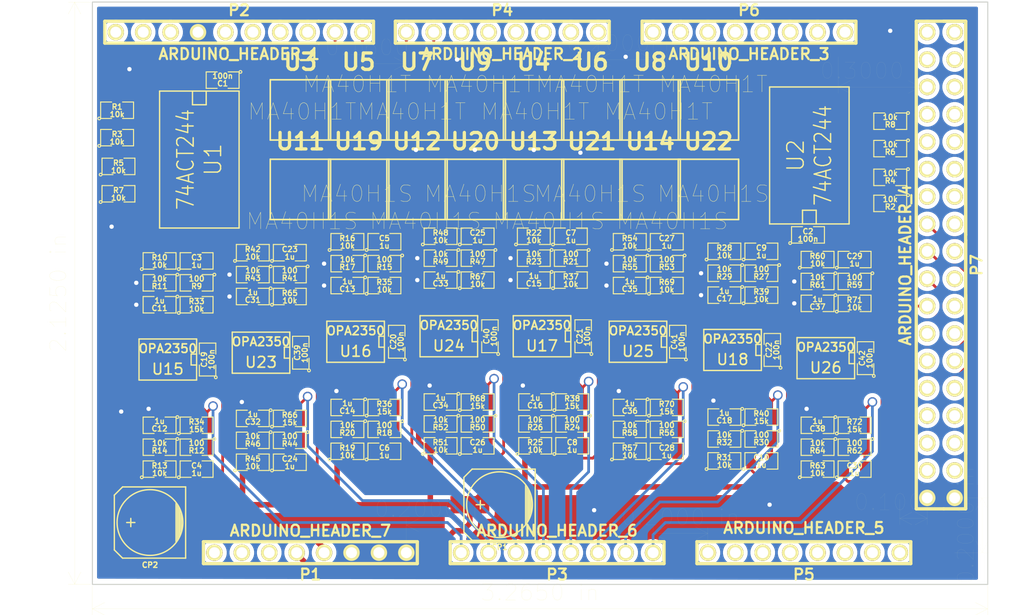
<source format=kicad_pcb>
(kicad_pcb (version 3) (host pcbnew "(22-Jun-2014 BZR 4027)-stable")
  (layers (15 F.Cu signal) (0 B.Cu signal hide) (18 B.Paste user) (19 F.Paste user) (20 B.SilkS user hide) (21 F.SilkS user) (22 B.Mask user) (23 F.Mask user hide) (28 Edge.Cuts user))
  (net 0 "")
  (net 1 /5V)
  (net 2 /ADC_0)
  (net 3 /ADC_0_X)
  (net 4 /ADC_1)
  (net 5 /ADC_1_X)
  (net 6 /ADC_2)
  (net 7 /ADC_2_X)
  (net 8 /ADC_3)
  (net 9 /ADC_3_X)
  (net 10 /ADC_4)
  (net 11 /ADC_4_X)
  (net 12 /ADC_5)
  (net 13 /ADC_5_X)
  (net 14 /ADC_6)
  (net 15 /ADC_6_X)
  (net 16 /ADC_7)
  (net 17 /ADC_7_X)
  (net 18 /PWM_0)
  (net 19 /PWM_1)
  (net 20 /PWM_2)
  (net 21 /PWM_3)
  (net 22 /PWM_4)
  (net 23 /PWM_5)
  (net 24 /PWM_6)
  (net 25 /PWM_7)
  (net 26 /VCC)
  (net 27 GND)
  (net 28 N-000001)
  (net 29 N-00000100)
  (net 30 N-00000105)
  (net 31 N-00000108)
  (net 32 N-00000109)
  (net 33 N-0000013)
  (net 34 N-0000014)
  (net 35 N-00000152)
  (net 36 N-00000153)
  (net 37 N-00000158)
  (net 38 N-00000159)
  (net 39 N-0000016)
  (net 40 N-00000160)
  (net 41 N-00000161)
  (net 42 N-00000162)
  (net 43 N-00000163)
  (net 44 N-00000165)
  (net 45 N-00000166)
  (net 46 N-00000168)
  (net 47 N-00000169)
  (net 48 N-0000017)
  (net 49 N-00000170)
  (net 50 N-00000172)
  (net 51 N-0000018)
  (net 52 N-00000193)
  (net 53 N-00000194)
  (net 54 N-00000195)
  (net 55 N-00000197)
  (net 56 N-00000198)
  (net 57 N-00000199)
  (net 58 N-000002)
  (net 59 N-0000021)
  (net 60 N-0000022)
  (net 61 N-0000023)
  (net 62 N-0000025)
  (net 63 N-0000028)
  (net 64 N-0000029)
  (net 65 N-000003)
  (net 66 N-0000030)
  (net 67 N-0000031)
  (net 68 N-0000032)
  (net 69 N-0000033)
  (net 70 N-0000035)
  (net 71 N-0000038)
  (net 72 N-000004)
  (net 73 N-0000053)
  (net 74 N-000006)
  (net 75 N-0000060)
  (net 76 N-0000064)
  (net 77 N-0000067)
  (net 78 N-000007)
  (net 79 N-0000073)
  (net 80 N-0000075)
  (net 81 N-0000079)
  (net 82 N-000008)
  (net 83 N-0000081)
  (net 84 N-0000083)
  (net 85 N-0000084)
  (net 86 N-0000085)
  (net 87 N-0000087)
  (net 88 N-0000096)
  (net 89 N-0000097)
  (net 90 N-0000098)
  (net 91 N-0000099)
  (module GroundVia (layer F.Cu) (at 112.903 83.947)
    (fp_text reference GroundVia hide)
    (fp_text value VAL** hide)
    (pad 1 thru_hole circle (at 0 0) (size 0.89 0.89) (drill 0.4) (layers *.Cu) (net 27 GND))
  )
  (module GroundVia (layer F.Cu) (at 154.051 69.85)
    (fp_text reference GroundVia hide)
    (fp_text value VAL** hide)
    (pad 1 thru_hole circle (at 0 0) (size 0.89 0.89) (drill 0.4) (layers *.Cu) (net 27 GND))
  )
  (module GroundVia (layer F.Cu) (at 149.733 69.596)
    (fp_text reference GroundVia hide)
    (fp_text value VAL** hide)
    (pad 1 thru_hole circle (at 0 0) (size 0.89 0.89) (drill 0.4) (layers *.Cu) (net 27 GND))
  )
  (module GroundVia (layer F.Cu) (at 144.272 69.596)
    (fp_text reference GroundVia hide)
    (fp_text value VAL** hide)
    (pad 1 thru_hole circle (at 0 0) (size 0.89 0.89) (drill 0.4) (layers *.Cu) (net 27 GND))
  )
  (module GroundVia (layer F.Cu) (at 157.607 91.948)
    (fp_text reference GroundVia hide)
    (fp_text value VAL** hide)
    (pad 1 thru_hole circle (at 0 0) (size 0.89 0.89) (drill 0.4) (layers *.Cu) (net 27 GND))
  )
  (module GroundVia (layer F.Cu) (at 175.006 93.599)
    (fp_text reference GroundVia hide)
    (fp_text value VAL** hide)
    (pad 1 thru_hole circle (at 0 0) (size 0.89 0.89) (drill 0.4) (layers *.Cu) (net 27 GND))
  )
  (module GroundVia (layer F.Cu) (at 166.37 92.837)
    (fp_text reference GroundVia hide)
    (fp_text value VAL** hide)
    (pad 1 thru_hole circle (at 0 0) (size 0.89 0.89) (drill 0.4) (layers *.Cu) (net 27 GND))
  )
  (module GroundVia (layer F.Cu) (at 148.717 91.44)
    (fp_text reference GroundVia hide)
    (fp_text value VAL** hide)
    (pad 1 thru_hole circle (at 0 0) (size 0.89 0.89) (drill 0.4) (layers *.Cu) (net 27 GND))
  )
  (module GroundVia (layer F.Cu) (at 140.081 91.44)
    (fp_text reference GroundVia hide)
    (fp_text value VAL** hide)
    (pad 1 thru_hole circle (at 0 0) (size 0.89 0.89) (drill 0.4) (layers *.Cu) (net 27 GND))
  )
  (module GroundVia (layer F.Cu) (at 131.445 91.948)
    (fp_text reference GroundVia hide)
    (fp_text value VAL** hide)
    (pad 1 thru_hole circle (at 0 0) (size 0.89 0.89) (drill 0.4) (layers *.Cu) (net 27 GND))
  )
  (module GroundVia (layer F.Cu) (at 122.682 92.964)
    (fp_text reference GroundVia hide)
    (fp_text value VAL** hide)
    (pad 1 thru_hole circle (at 0 0) (size 0.89 0.89) (drill 0.4) (layers *.Cu) (net 27 GND))
  )
  (module GroundVia (layer F.Cu) (at 156.464 82.169)
    (fp_text reference GroundVia hide)
    (fp_text value VAL** hide)
    (pad 1 thru_hole circle (at 0 0) (size 0.89 0.89) (drill 0.4) (layers *.Cu) (net 27 GND))
  )
  (module GroundVia (layer F.Cu) (at 156.464 80.137)
    (fp_text reference GroundVia hide)
    (fp_text value VAL** hide)
    (pad 1 thru_hole circle (at 0 0) (size 0.89 0.89) (drill 0.4) (layers *.Cu) (net 27 GND))
  )
  (module GroundVia (layer F.Cu) (at 138.811 69.596)
    (fp_text reference GroundVia hide)
    (fp_text value VAL** hide)
    (pad 1 thru_hole circle (at 0 0) (size 0.89 0.89) (drill 0.4) (layers *.Cu) (net 27 GND))
  )
  (module GroundVia (layer F.Cu) (at 135.382 70.104)
    (fp_text reference GroundVia hide)
    (fp_text value VAL** hide)
  )
  (module GroundVia (layer F.Cu) (at 112.903 81.915)
    (fp_text reference GroundVia hide)
    (fp_text value VAL** hide)
    (pad 1 thru_hole circle (at 0 0) (size 0.89 0.89) (drill 0.4) (layers *.Cu) (net 27 GND))
  )
  (module GroundVia (layer F.Cu) (at 114.046 93.599)
    (fp_text reference GroundVia hide)
    (fp_text value VAL** hide)
    (pad 1 thru_hole circle (at 0 0) (size 0.89 0.89) (drill 0.4) (layers *.Cu) (net 27 GND))
  )
  (module GroundVia (layer F.Cu) (at 121.539 83.185)
    (fp_text reference GroundVia hide)
    (fp_text value VAL** hide)
    (pad 1 thru_hole circle (at 0 0) (size 0.89 0.89) (drill 0.4) (layers *.Cu) (net 27 GND))
  )
  (module GroundVia (layer F.Cu) (at 121.539 81.153)
    (fp_text reference GroundVia hide)
    (fp_text value VAL** hide)
    (pad 1 thru_hole circle (at 0 0) (size 0.89 0.89) (drill 0.4) (layers *.Cu) (net 27 GND))
  )
  (module GroundVia (layer F.Cu) (at 130.302 80.137)
    (fp_text reference GroundVia hide)
    (fp_text value VAL** hide)
    (pad 1 thru_hole circle (at 0 0) (size 0.89 0.89) (drill 0.4) (layers *.Cu) (net 27 GND))
  )
  (module GroundVia (layer F.Cu) (at 130.302 82.169)
    (fp_text reference GroundVia hide)
    (fp_text value VAL** hide)
    (pad 1 thru_hole circle (at 0 0) (size 0.89 0.89) (drill 0.4) (layers *.Cu) (net 27 GND))
  )
  (module GroundVia (layer F.Cu) (at 165.227 81.026)
    (fp_text reference GroundVia hide)
    (fp_text value VAL** hide)
    (pad 1 thru_hole circle (at 0 0) (size 0.89 0.89) (drill 0.4) (layers *.Cu) (net 27 GND))
  )
  (module GroundVia (layer F.Cu) (at 165.227 83.058)
    (fp_text reference GroundVia hide)
    (fp_text value VAL** hide)
    (pad 1 thru_hole circle (at 0 0) (size 0.89 0.89) (drill 0.4) (layers *.Cu) (net 27 GND))
  )
  (module GroundVia (layer F.Cu) (at 173.863 83.82)
    (fp_text reference GroundVia hide)
    (fp_text value VAL** hide)
    (pad 1 thru_hole circle (at 0 0) (size 0.89 0.89) (drill 0.4) (layers *.Cu) (net 27 GND))
  )
  (module GroundVia (layer F.Cu) (at 173.863 81.788)
    (fp_text reference GroundVia hide)
    (fp_text value VAL** hide)
    (pad 1 thru_hole circle (at 0 0) (size 0.89 0.89) (drill 0.4) (layers *.Cu) (net 27 GND))
  )
  (module GroundVia (layer F.Cu) (at 147.574 79.629)
    (fp_text reference GroundVia hide)
    (fp_text value VAL** hide)
    (pad 1 thru_hole circle (at 0 0) (size 0.89 0.89) (drill 0.4) (layers *.Cu) (net 27 GND))
  )
  (module GroundVia (layer F.Cu) (at 147.574 81.661)
    (fp_text reference GroundVia hide)
    (fp_text value VAL** hide)
    (pad 1 thru_hole circle (at 0 0) (size 0.89 0.89) (drill 0.4) (layers *.Cu) (net 27 GND))
  )
  (module pin_array_8x1 (layer F.Cu) (at 169.672 59.944)
    (fp_text reference P6 (at 0 -3.302) (layer F.SilkS) (effects (font (size 1.016 1.016) (thickness 0.2032))))
    (fp_text value ARDUINO_HEADER_3 (at 0 0.762) (layer F.SilkS) (effects (font (size 1.016 1.016) (thickness 0.2032))))
    (pad 1 thru_hole circle (at -8.89 -1.27) (size 1.524 1.524) (drill 1.016) (layers *.Cu *.Mask F.SilkS))
    (pad 2 thru_hole circle (at -6.35 -1.27) (size 1.524 1.524) (drill 1.016) (layers *.Cu *.Mask F.SilkS))
    (pad 3 thru_hole circle (at -3.81 -1.27) (size 1.524 1.524) (drill 1.016) (layers *.Cu *.Mask F.SilkS))
    (pad 4 thru_hole circle (at -1.27 -1.27) (size 1.524 1.524) (drill 1.016) (layers *.Cu *.Mask F.SilkS))
    (pad 5 thru_hole circle (at 1.27 -1.27) (size 1.524 1.524) (drill 1.016) (layers *.Cu *.Mask F.SilkS))
    (pad 6 thru_hole circle (at 3.81 -1.27) (size 1.524 1.524) (drill 1.016) (layers *.Cu *.Mask F.SilkS))
    (pad 7 thru_hole circle (at 6.35 -1.27) (size 1.524 1.524) (drill 1.016) (layers *.Cu *.Mask F.SilkS))
    (pad 8 thru_hole circle (at 8.89 -1.27) (size 1.524 1.524) (drill 1.016) (layers *.Cu *.Mask F.SilkS))
  )
  (module pin_array_8x1 (layer F.Cu) (at 146.812 59.944)
    (fp_text reference P4 (at 0 -3.302) (layer F.SilkS) (effects (font (size 1.016 1.016) (thickness 0.2032))))
    (fp_text value ARDUINO_HEADER_2 (at 0 0.762) (layer F.SilkS) (effects (font (size 1.016 1.016) (thickness 0.2032))))
    (pad 1 thru_hole circle (at -8.89 -1.27) (size 1.524 1.524) (drill 1.016) (layers *.Cu *.Mask F.SilkS) (net 20 /PWM_2))
    (pad 2 thru_hole circle (at -6.35 -1.27) (size 1.524 1.524) (drill 1.016) (layers *.Cu *.Mask F.SilkS) (net 21 /PWM_3))
    (pad 3 thru_hole circle (at -3.81 -1.27) (size 1.524 1.524) (drill 1.016) (layers *.Cu *.Mask F.SilkS))
    (pad 4 thru_hole circle (at -1.27 -1.27) (size 1.524 1.524) (drill 1.016) (layers *.Cu *.Mask F.SilkS))
    (pad 5 thru_hole circle (at 1.27 -1.27) (size 1.524 1.524) (drill 1.016) (layers *.Cu *.Mask F.SilkS))
    (pad 6 thru_hole circle (at 3.81 -1.27) (size 1.524 1.524) (drill 1.016) (layers *.Cu *.Mask F.SilkS))
    (pad 7 thru_hole circle (at 6.35 -1.27) (size 1.524 1.524) (drill 1.016) (layers *.Cu *.Mask F.SilkS))
    (pad 8 thru_hole circle (at 8.89 -1.27) (size 1.524 1.524) (drill 1.016) (layers *.Cu *.Mask F.SilkS))
  )
  (module pin_array_8x1 (layer F.Cu) (at 129.032 105.664 180)
    (fp_text reference P1 (at 0 -3.302 180) (layer F.SilkS) (effects (font (size 1.016 1.016) (thickness 0.2032))))
    (fp_text value ARDUINO_HEADER_7 (at 0 0.762 180) (layer F.SilkS) (effects (font (size 1.016 1.016) (thickness 0.2032))))
    (pad 1 thru_hole circle (at -8.89 -1.27 180) (size 1.524 1.524) (drill 1.016) (layers *.Cu *.Mask F.SilkS) (net 27 GND))
    (pad 2 thru_hole circle (at -6.35 -1.27 180) (size 1.524 1.524) (drill 1.016) (layers *.Cu *.Mask F.SilkS) (net 27 GND))
    (pad 3 thru_hole circle (at -3.81 -1.27 180) (size 1.524 1.524) (drill 1.016) (layers *.Cu *.Mask F.SilkS) (net 27 GND))
    (pad 4 thru_hole circle (at -1.27 -1.27 180) (size 1.524 1.524) (drill 1.016) (layers *.Cu *.Mask F.SilkS) (net 1 /5V))
    (pad 5 thru_hole circle (at 1.27 -1.27 180) (size 1.524 1.524) (drill 1.016) (layers *.Cu *.Mask F.SilkS) (net 26 /VCC))
    (pad 6 thru_hole circle (at 3.81 -1.27 180) (size 1.524 1.524) (drill 1.016) (layers *.Cu *.Mask F.SilkS))
    (pad 7 thru_hole circle (at 6.35 -1.27 180) (size 1.524 1.524) (drill 1.016) (layers *.Cu *.Mask F.SilkS))
    (pad 8 thru_hole circle (at 8.89 -1.27 180) (size 1.524 1.524) (drill 1.016) (layers *.Cu *.Mask F.SilkS))
  )
  (module pin_array_8x1 (layer F.Cu) (at 151.892 105.664 180)
    (fp_text reference P3 (at 0 -3.302 180) (layer F.SilkS) (effects (font (size 1.016 1.016) (thickness 0.2032))))
    (fp_text value ARDUINO_HEADER_6 (at 0 0.762 180) (layer F.SilkS) (effects (font (size 1.016 1.016) (thickness 0.2032))))
    (pad 1 thru_hole circle (at -8.89 -1.27 180) (size 1.524 1.524) (drill 1.016) (layers *.Cu *.Mask F.SilkS) (net 16 /ADC_7))
    (pad 2 thru_hole circle (at -6.35 -1.27 180) (size 1.524 1.524) (drill 1.016) (layers *.Cu *.Mask F.SilkS) (net 14 /ADC_6))
    (pad 3 thru_hole circle (at -3.81 -1.27 180) (size 1.524 1.524) (drill 1.016) (layers *.Cu *.Mask F.SilkS) (net 12 /ADC_5))
    (pad 4 thru_hole circle (at -1.27 -1.27 180) (size 1.524 1.524) (drill 1.016) (layers *.Cu *.Mask F.SilkS) (net 10 /ADC_4))
    (pad 5 thru_hole circle (at 1.27 -1.27 180) (size 1.524 1.524) (drill 1.016) (layers *.Cu *.Mask F.SilkS) (net 8 /ADC_3))
    (pad 6 thru_hole circle (at 3.81 -1.27 180) (size 1.524 1.524) (drill 1.016) (layers *.Cu *.Mask F.SilkS) (net 6 /ADC_2))
    (pad 7 thru_hole circle (at 6.35 -1.27 180) (size 1.524 1.524) (drill 1.016) (layers *.Cu *.Mask F.SilkS) (net 4 /ADC_1))
    (pad 8 thru_hole circle (at 8.89 -1.27 180) (size 1.524 1.524) (drill 1.016) (layers *.Cu *.Mask F.SilkS) (net 2 /ADC_0))
  )
  (module pin_array_8x1 (layer F.Cu) (at 174.752 108.204)
    (fp_text reference P5 (at 0 0.762) (layer F.SilkS) (effects (font (size 1.016 1.016) (thickness 0.2032))))
    (fp_text value ARDUINO_HEADER_5 (at 0 -3.556) (layer F.SilkS) (effects (font (size 1.016 1.016) (thickness 0.2032))))
    (pad 1 thru_hole circle (at -8.89 -1.27) (size 1.524 1.524) (drill 1.016) (layers *.Cu *.Mask F.SilkS))
    (pad 2 thru_hole circle (at -6.35 -1.27) (size 1.524 1.524) (drill 1.016) (layers *.Cu *.Mask F.SilkS))
    (pad 3 thru_hole circle (at -3.81 -1.27) (size 1.524 1.524) (drill 1.016) (layers *.Cu *.Mask F.SilkS))
    (pad 4 thru_hole circle (at -1.27 -1.27) (size 1.524 1.524) (drill 1.016) (layers *.Cu *.Mask F.SilkS))
    (pad 5 thru_hole circle (at 1.27 -1.27) (size 1.524 1.524) (drill 1.016) (layers *.Cu *.Mask F.SilkS))
    (pad 6 thru_hole circle (at 3.81 -1.27) (size 1.524 1.524) (drill 1.016) (layers *.Cu *.Mask F.SilkS))
    (pad 7 thru_hole circle (at 6.35 -1.27) (size 1.524 1.524) (drill 1.016) (layers *.Cu *.Mask F.SilkS))
    (pad 8 thru_hole circle (at 8.89 -1.27) (size 1.524 1.524) (drill 1.016) (layers *.Cu *.Mask F.SilkS))
  )
  (module pin_array_18x2 (layer F.Cu) (at 187.452 80.264 270)
    (fp_text reference P7 (at 0 -3.302 270) (layer F.SilkS) (effects (font (size 1.016 1.016) (thickness 0.2032))))
    (fp_text value ARDUINO_HEADER_4 (at 0 3.302 270) (layer F.SilkS) (effects (font (size 1.016 1.016) (thickness 0.2032))))
    (pad 15 thru_hole circle (at -3.81 1.27 270) (size 1.524 1.524) (drill 1.016) (layers *.Cu *.Mask F.SilkS) (net 25 /PWM_7))
    (pad 13 thru_hole circle (at -6.35 1.27 270) (size 1.524 1.524) (drill 1.016) (layers *.Cu *.Mask F.SilkS))
    (pad 11 thru_hole circle (at -8.89 1.27 270) (size 1.524 1.524) (drill 1.016) (layers *.Cu *.Mask F.SilkS))
    (pad 9 thru_hole circle (at -11.43 1.27 270) (size 1.524 1.524) (drill 1.016) (layers *.Cu *.Mask F.SilkS))
    (pad 7 thru_hole circle (at -13.97 1.27 270) (size 1.524 1.524) (drill 1.016) (layers *.Cu *.Mask F.SilkS))
    (pad 5 thru_hole circle (at -16.51 1.27 270) (size 1.524 1.524) (drill 1.016) (layers *.Cu *.Mask F.SilkS))
    (pad 3 thru_hole circle (at -19.05 1.27 270) (size 1.524 1.524) (drill 1.016) (layers *.Cu *.Mask F.SilkS))
    (pad 1 thru_hole circle (at -21.59 1.27 270) (size 1.524 1.524) (drill 1.016) (layers *.Cu *.Mask F.SilkS))
    (pad 17 thru_hole circle (at -1.27 1.27 270) (size 1.524 1.524) (drill 1.016) (layers *.Cu *.Mask F.SilkS) (net 24 /PWM_6))
    (pad 19 thru_hole circle (at 1.27 1.27 270) (size 1.524 1.524) (drill 1.016) (layers *.Cu *.Mask F.SilkS) (net 23 /PWM_5))
    (pad 21 thru_hole circle (at 3.81 1.27 270) (size 1.524 1.524) (drill 1.016) (layers *.Cu *.Mask F.SilkS) (net 22 /PWM_4))
    (pad 23 thru_hole circle (at 6.35 1.27 270) (size 1.524 1.524) (drill 1.016) (layers *.Cu *.Mask F.SilkS))
    (pad 25 thru_hole circle (at 8.89 1.27 270) (size 1.524 1.524) (drill 1.016) (layers *.Cu *.Mask F.SilkS))
    (pad 27 thru_hole circle (at 11.43 1.27 270) (size 1.524 1.524) (drill 1.016) (layers *.Cu *.Mask F.SilkS))
    (pad 29 thru_hole circle (at 13.97 1.27 270) (size 1.524 1.524) (drill 1.016) (layers *.Cu *.Mask F.SilkS))
    (pad 31 thru_hole circle (at 16.51 1.27 270) (size 1.524 1.524) (drill 1.016) (layers *.Cu *.Mask F.SilkS))
    (pad 35 thru_hole circle (at 21.59 1.27 270) (size 1.524 1.524) (drill 1.016) (layers *.Cu *.Mask F.SilkS) (net 27 GND))
    (pad 33 thru_hole circle (at 19.05 1.27 270) (size 1.524 1.524) (drill 1.016) (layers *.Cu *.Mask F.SilkS))
    (pad 34 thru_hole circle (at 19.05 -1.27 270) (size 1.524 1.524) (drill 1.016) (layers *.Cu *.Mask F.SilkS))
    (pad 36 thru_hole circle (at 21.59 -1.27 270) (size 1.524 1.524) (drill 1.016) (layers *.Cu *.Mask F.SilkS) (net 27 GND))
    (pad 32 thru_hole circle (at 16.51 -1.27 270) (size 1.524 1.524) (drill 1.016) (layers *.Cu *.Mask F.SilkS))
    (pad 30 thru_hole circle (at 13.97 -1.27 270) (size 1.524 1.524) (drill 1.016) (layers *.Cu *.Mask F.SilkS))
    (pad 28 thru_hole circle (at 11.43 -1.27 270) (size 1.524 1.524) (drill 1.016) (layers *.Cu *.Mask F.SilkS))
    (pad 26 thru_hole circle (at 8.89 -1.27 270) (size 1.524 1.524) (drill 1.016) (layers *.Cu *.Mask F.SilkS))
    (pad 24 thru_hole circle (at 6.35 -1.27 270) (size 1.524 1.524) (drill 1.016) (layers *.Cu *.Mask F.SilkS))
    (pad 22 thru_hole circle (at 3.81 -1.27 270) (size 1.524 1.524) (drill 1.016) (layers *.Cu *.Mask F.SilkS))
    (pad 20 thru_hole circle (at 1.27 -1.27 270) (size 1.524 1.524) (drill 1.016) (layers *.Cu *.Mask F.SilkS))
    (pad 18 thru_hole circle (at -1.27 -1.27 270) (size 1.524 1.524) (drill 1.016) (layers *.Cu *.Mask F.SilkS))
    (pad 16 thru_hole circle (at -3.81 -1.27 270) (size 1.524 1.524) (drill 1.016) (layers *.Cu *.Mask F.SilkS))
    (pad 14 thru_hole circle (at -6.35 -1.27 270) (size 1.524 1.524) (drill 1.016) (layers *.Cu *.Mask F.SilkS))
    (pad 12 thru_hole circle (at -8.89 -1.27 270) (size 1.524 1.524) (drill 1.016) (layers *.Cu *.Mask F.SilkS))
    (pad 10 thru_hole circle (at -11.43 -1.27 270) (size 1.524 1.524) (drill 1.016) (layers *.Cu *.Mask F.SilkS))
    (pad 8 thru_hole circle (at -13.97 -1.27 270) (size 1.524 1.524) (drill 1.016) (layers *.Cu *.Mask F.SilkS))
    (pad 6 thru_hole circle (at -16.51 -1.27 270) (size 1.524 1.524) (drill 1.016) (layers *.Cu *.Mask F.SilkS))
    (pad 4 thru_hole circle (at -19.05 -1.27 270) (size 1.524 1.524) (drill 1.016) (layers *.Cu *.Mask F.SilkS))
    (pad 2 thru_hole circle (at -21.59 -1.27 270) (size 1.524 1.524) (drill 1.016) (layers *.Cu *.Mask F.SilkS))
  )
  (module pin_array_10x1 (layer F.Cu) (at 122.432 59.944)
    (fp_text reference P2 (at 0 -3.302) (layer F.SilkS) (effects (font (size 1.016 1.016) (thickness 0.2032))))
    (fp_text value ARDUINO_HEADER_1 (at 0 0.762) (layer F.SilkS) (effects (font (size 1.016 1.016) (thickness 0.2032))))
    (pad 10 thru_hole circle (at 11.43 -1.27) (size 1.524 1.524) (drill 1.016) (layers *.Cu *.Mask F.SilkS) (net 19 /PWM_1))
    (pad 9 thru_hole circle (at 8.89 -1.27) (size 1.524 1.524) (drill 1.016) (layers *.Cu *.Mask F.SilkS) (net 18 /PWM_0))
    (pad 1 thru_hole circle (at -11.43 -1.27) (size 1.524 1.524) (drill 1.016) (layers *.Cu *.Mask F.SilkS))
    (pad 2 thru_hole circle (at -8.89 -1.27) (size 1.524 1.524) (drill 1.016) (layers *.Cu *.Mask F.SilkS))
    (pad 3 thru_hole circle (at -6.35 -1.27) (size 1.524 1.524) (drill 1.016) (layers *.Cu *.Mask F.SilkS))
    (pad 4 thru_hole circle (at -3.81 -1.27) (size 1.524 1.524) (drill 1.016) (layers *.Cu *.Mask F.SilkS) (net 27 GND))
    (pad 5 thru_hole circle (at -1.27 -1.27) (size 1.524 1.524) (drill 1.016) (layers *.Cu *.Mask F.SilkS))
    (pad 6 thru_hole circle (at 1.27 -1.27) (size 1.524 1.524) (drill 1.016) (layers *.Cu *.Mask F.SilkS))
    (pad 7 thru_hole circle (at 3.81 -1.27) (size 1.524 1.524) (drill 1.016) (layers *.Cu *.Mask F.SilkS))
    (pad 8 thru_hole circle (at 6.35 -1.27) (size 1.524 1.524) (drill 1.016) (layers *.Cu *.Mask F.SilkS))
  )
  (module SOIC-8_N (layer F.Cu) (at 133.223 87.376 180)
    (fp_text reference U16 (at 0 -0.889 180) (layer F.SilkS))
    (fp_text value OPA2350 (at 0 1.016 180) (layer F.SilkS) (effects (font (size 0.8 0.8))))
    (pad 8 smd rect (at -1.875 -2.7 180) (size 0.6 1.6) (layers F.Cu F.Paste F.Mask) (net 26 /VCC))
    (pad 1 smd rect (at -1.875 2.7 180) (size 0.6 1.6) (layers F.Cu F.Paste F.Mask) (net 7 /ADC_2_X))
    (pad 7 smd rect (at -0.625 -2.7 180) (size 0.6 1.6) (layers F.Cu F.Paste F.Mask) (net 6 /ADC_2))
    (pad 6 smd rect (at 0.625 -2.7 180) (size 0.6 1.6) (layers F.Cu F.Paste F.Mask) (net 46 N-00000168))
    (pad 5 smd rect (at 1.875 -2.7 180) (size 0.6 1.6) (layers F.Cu F.Paste F.Mask) (net 42 N-00000162))
    (pad 2 smd rect (at -0.625 2.7 180) (size 0.6 1.6) (layers F.Cu F.Paste F.Mask) (net 47 N-00000169))
    (pad 3 smd rect (at 0.625 2.7 180) (size 0.6 1.6) (layers F.Cu F.Paste F.Mask) (net 49 N-00000170))
    (pad 4 smd rect (at 1.875 2.7 180) (size 0.6 1.6) (layers F.Cu F.Paste F.Mask) (net 27 GND))
  )
  (module SOIC-8_N (layer F.Cu) (at 141.859 86.868 180)
    (fp_text reference U24 (at 0 -0.889 180) (layer F.SilkS))
    (fp_text value OPA2350 (at 0 1.016 180) (layer F.SilkS) (effects (font (size 0.8 0.8))))
    (pad 8 smd rect (at -1.875 -2.7 180) (size 0.6 1.6) (layers F.Cu F.Paste F.Mask) (net 26 /VCC))
    (pad 1 smd rect (at -1.875 2.7 180) (size 0.6 1.6) (layers F.Cu F.Paste F.Mask) (net 9 /ADC_3_X))
    (pad 7 smd rect (at -0.625 -2.7 180) (size 0.6 1.6) (layers F.Cu F.Paste F.Mask) (net 8 /ADC_3))
    (pad 6 smd rect (at 0.625 -2.7 180) (size 0.6 1.6) (layers F.Cu F.Paste F.Mask) (net 64 N-0000029))
    (pad 5 smd rect (at 1.875 -2.7 180) (size 0.6 1.6) (layers F.Cu F.Paste F.Mask) (net 66 N-0000030))
    (pad 2 smd rect (at -0.625 2.7 180) (size 0.6 1.6) (layers F.Cu F.Paste F.Mask) (net 63 N-0000028))
    (pad 3 smd rect (at 0.625 2.7 180) (size 0.6 1.6) (layers F.Cu F.Paste F.Mask) (net 44 N-00000165))
    (pad 4 smd rect (at 1.875 2.7 180) (size 0.6 1.6) (layers F.Cu F.Paste F.Mask) (net 27 GND))
  )
  (module SOIC-8_N (layer F.Cu) (at 124.46 88.392 180)
    (fp_text reference U23 (at 0 -0.889 180) (layer F.SilkS))
    (fp_text value OPA2350 (at 0 1.016 180) (layer F.SilkS) (effects (font (size 0.8 0.8))))
    (pad 8 smd rect (at -1.875 -2.7 180) (size 0.6 1.6) (layers F.Cu F.Paste F.Mask) (net 26 /VCC))
    (pad 1 smd rect (at -1.875 2.7 180) (size 0.6 1.6) (layers F.Cu F.Paste F.Mask) (net 5 /ADC_1_X))
    (pad 7 smd rect (at -0.625 -2.7 180) (size 0.6 1.6) (layers F.Cu F.Paste F.Mask) (net 4 /ADC_1))
    (pad 6 smd rect (at 0.625 -2.7 180) (size 0.6 1.6) (layers F.Cu F.Paste F.Mask) (net 52 N-00000193))
    (pad 5 smd rect (at 1.875 -2.7 180) (size 0.6 1.6) (layers F.Cu F.Paste F.Mask) (net 41 N-00000161))
    (pad 2 smd rect (at -0.625 2.7 180) (size 0.6 1.6) (layers F.Cu F.Paste F.Mask) (net 53 N-00000194))
    (pad 3 smd rect (at 0.625 2.7 180) (size 0.6 1.6) (layers F.Cu F.Paste F.Mask) (net 54 N-00000195))
    (pad 4 smd rect (at 1.875 2.7 180) (size 0.6 1.6) (layers F.Cu F.Paste F.Mask) (net 27 GND))
  )
  (module SOIC-8_N (layer F.Cu) (at 150.495 86.868 180)
    (fp_text reference U17 (at 0 -0.889 180) (layer F.SilkS))
    (fp_text value OPA2350 (at 0 1.016 180) (layer F.SilkS) (effects (font (size 0.8 0.8))))
    (pad 8 smd rect (at -1.875 -2.7 180) (size 0.6 1.6) (layers F.Cu F.Paste F.Mask) (net 26 /VCC))
    (pad 1 smd rect (at -1.875 2.7 180) (size 0.6 1.6) (layers F.Cu F.Paste F.Mask) (net 11 /ADC_4_X))
    (pad 7 smd rect (at -0.625 -2.7 180) (size 0.6 1.6) (layers F.Cu F.Paste F.Mask) (net 10 /ADC_4))
    (pad 6 smd rect (at 0.625 -2.7 180) (size 0.6 1.6) (layers F.Cu F.Paste F.Mask) (net 62 N-0000025))
    (pad 5 smd rect (at 1.875 -2.7 180) (size 0.6 1.6) (layers F.Cu F.Paste F.Mask) (net 68 N-0000032))
    (pad 2 smd rect (at -0.625 2.7 180) (size 0.6 1.6) (layers F.Cu F.Paste F.Mask) (net 69 N-0000033))
    (pad 3 smd rect (at 0.625 2.7 180) (size 0.6 1.6) (layers F.Cu F.Paste F.Mask) (net 71 N-0000038))
    (pad 4 smd rect (at 1.875 2.7 180) (size 0.6 1.6) (layers F.Cu F.Paste F.Mask) (net 27 GND))
  )
  (module SOIC-8_N (layer F.Cu) (at 159.385 87.376 180)
    (fp_text reference U25 (at 0 -0.889 180) (layer F.SilkS))
    (fp_text value OPA2350 (at 0 1.016 180) (layer F.SilkS) (effects (font (size 0.8 0.8))))
    (pad 8 smd rect (at -1.875 -2.7 180) (size 0.6 1.6) (layers F.Cu F.Paste F.Mask) (net 26 /VCC))
    (pad 1 smd rect (at -1.875 2.7 180) (size 0.6 1.6) (layers F.Cu F.Paste F.Mask) (net 13 /ADC_5_X))
    (pad 7 smd rect (at -0.625 -2.7 180) (size 0.6 1.6) (layers F.Cu F.Paste F.Mask) (net 12 /ADC_5))
    (pad 6 smd rect (at 0.625 -2.7 180) (size 0.6 1.6) (layers F.Cu F.Paste F.Mask) (net 58 N-000002))
    (pad 5 smd rect (at 1.875 -2.7 180) (size 0.6 1.6) (layers F.Cu F.Paste F.Mask) (net 72 N-000004))
    (pad 2 smd rect (at -0.625 2.7 180) (size 0.6 1.6) (layers F.Cu F.Paste F.Mask) (net 65 N-000003))
    (pad 3 smd rect (at 0.625 2.7 180) (size 0.6 1.6) (layers F.Cu F.Paste F.Mask) (net 28 N-000001))
    (pad 4 smd rect (at 1.875 2.7 180) (size 0.6 1.6) (layers F.Cu F.Paste F.Mask) (net 27 GND))
  )
  (module SOIC-8_N (layer F.Cu) (at 176.784 88.9 180)
    (fp_text reference U26 (at 0 -0.889 180) (layer F.SilkS))
    (fp_text value OPA2350 (at 0 1.016 180) (layer F.SilkS) (effects (font (size 0.8 0.8))))
    (pad 8 smd rect (at -1.875 -2.7 180) (size 0.6 1.6) (layers F.Cu F.Paste F.Mask) (net 26 /VCC))
    (pad 1 smd rect (at -1.875 2.7 180) (size 0.6 1.6) (layers F.Cu F.Paste F.Mask) (net 17 /ADC_7_X))
    (pad 7 smd rect (at -0.625 -2.7 180) (size 0.6 1.6) (layers F.Cu F.Paste F.Mask) (net 16 /ADC_7))
    (pad 6 smd rect (at 0.625 -2.7 180) (size 0.6 1.6) (layers F.Cu F.Paste F.Mask) (net 83 N-0000081))
    (pad 5 smd rect (at 1.875 -2.7 180) (size 0.6 1.6) (layers F.Cu F.Paste F.Mask) (net 90 N-0000098))
    (pad 2 smd rect (at -0.625 2.7 180) (size 0.6 1.6) (layers F.Cu F.Paste F.Mask) (net 81 N-0000079))
    (pad 3 smd rect (at 0.625 2.7 180) (size 0.6 1.6) (layers F.Cu F.Paste F.Mask) (net 87 N-0000087))
    (pad 4 smd rect (at 1.875 2.7 180) (size 0.6 1.6) (layers F.Cu F.Paste F.Mask) (net 27 GND))
  )
  (module SOIC-8_N (layer F.Cu) (at 115.824 89.027 180)
    (fp_text reference U15 (at 0 -0.889 180) (layer F.SilkS))
    (fp_text value OPA2350 (at 0 1.016 180) (layer F.SilkS) (effects (font (size 0.8 0.8))))
    (pad 8 smd rect (at -1.875 -2.7 180) (size 0.6 1.6) (layers F.Cu F.Paste F.Mask) (net 26 /VCC))
    (pad 1 smd rect (at -1.875 2.7 180) (size 0.6 1.6) (layers F.Cu F.Paste F.Mask) (net 3 /ADC_0_X))
    (pad 7 smd rect (at -0.625 -2.7 180) (size 0.6 1.6) (layers F.Cu F.Paste F.Mask) (net 2 /ADC_0))
    (pad 6 smd rect (at 0.625 -2.7 180) (size 0.6 1.6) (layers F.Cu F.Paste F.Mask) (net 91 N-0000099))
    (pad 5 smd rect (at 1.875 -2.7 180) (size 0.6 1.6) (layers F.Cu F.Paste F.Mask) (net 30 N-00000105))
    (pad 2 smd rect (at -0.625 2.7 180) (size 0.6 1.6) (layers F.Cu F.Paste F.Mask) (net 29 N-00000100))
    (pad 3 smd rect (at 0.625 2.7 180) (size 0.6 1.6) (layers F.Cu F.Paste F.Mask) (net 32 N-00000109))
    (pad 4 smd rect (at 1.875 2.7 180) (size 0.6 1.6) (layers F.Cu F.Paste F.Mask) (net 27 GND))
  )
  (module SOIC-8_N (layer F.Cu) (at 168.148 88.138 180)
    (fp_text reference U18 (at 0 -0.889 180) (layer F.SilkS))
    (fp_text value OPA2350 (at 0 1.016 180) (layer F.SilkS) (effects (font (size 0.8 0.8))))
    (pad 8 smd rect (at -1.875 -2.7 180) (size 0.6 1.6) (layers F.Cu F.Paste F.Mask) (net 26 /VCC))
    (pad 1 smd rect (at -1.875 2.7 180) (size 0.6 1.6) (layers F.Cu F.Paste F.Mask) (net 15 /ADC_6_X))
    (pad 7 smd rect (at -0.625 -2.7 180) (size 0.6 1.6) (layers F.Cu F.Paste F.Mask) (net 14 /ADC_6))
    (pad 6 smd rect (at 0.625 -2.7 180) (size 0.6 1.6) (layers F.Cu F.Paste F.Mask) (net 34 N-0000014))
    (pad 5 smd rect (at 1.875 -2.7 180) (size 0.6 1.6) (layers F.Cu F.Paste F.Mask) (net 39 N-0000016))
    (pad 2 smd rect (at -0.625 2.7 180) (size 0.6 1.6) (layers F.Cu F.Paste F.Mask) (net 48 N-0000017))
    (pad 3 smd rect (at 0.625 2.7 180) (size 0.6 1.6) (layers F.Cu F.Paste F.Mask) (net 51 N-0000018))
    (pad 4 smd rect (at 1.875 2.7 180) (size 0.6 1.6) (layers F.Cu F.Paste F.Mask) (net 27 GND))
  )
  (module SO20L (layer F.Cu) (at 175.26 70.104 90)
    (fp_text reference U2 (at 0 -1.27 90) (layer F.SilkS) (effects (font (size 1.524 1.524) (thickness 0.127))))
    (fp_text value 74ACT244 (at 0 1.27 90) (layer F.SilkS) (effects (font (size 1.524 1.27) (thickness 0.127))))
    (pad 11 smd rect (at 5.715 -4.826 90) (size 0.508 1.27) (layers F.Cu F.Paste F.Mask))
    (pad 12 smd rect (at 4.445 -4.826 90) (size 0.508 1.27) (layers F.Cu F.Paste F.Mask) (net 76 N-0000064))
    (pad 13 smd rect (at 3.175 -4.826 90) (size 0.508 1.27) (layers F.Cu F.Paste F.Mask))
    (pad 14 smd rect (at 1.905 -4.826 90) (size 0.508 1.27) (layers F.Cu F.Paste F.Mask) (net 77 N-0000067))
    (pad 15 smd rect (at 0.635 -4.826 90) (size 0.508 1.27) (layers F.Cu F.Paste F.Mask))
    (pad 16 smd rect (at -0.635 -4.826 90) (size 0.508 1.27) (layers F.Cu F.Paste F.Mask) (net 80 N-0000075))
    (pad 17 smd rect (at -1.905 -4.826 90) (size 0.508 1.27) (layers F.Cu F.Paste F.Mask))
    (pad 18 smd rect (at -3.175 -4.826 90) (size 0.508 1.27) (layers F.Cu F.Paste F.Mask) (net 79 N-0000073))
    (pad 19 smd rect (at -4.445 -4.826 90) (size 0.508 1.27) (layers F.Cu F.Paste F.Mask) (net 27 GND))
    (pad 20 smd rect (at -5.715 -4.826 90) (size 0.508 1.27) (layers F.Cu F.Paste F.Mask) (net 1 /5V))
    (pad 1 smd rect (at -5.715 4.826 90) (size 0.508 1.27) (layers F.Cu F.Paste F.Mask) (net 27 GND))
    (pad 2 smd rect (at -4.445 4.826 90) (size 0.508 1.27) (layers F.Cu F.Paste F.Mask) (net 22 /PWM_4))
    (pad 3 smd rect (at -3.175 4.826 90) (size 0.508 1.27) (layers F.Cu F.Paste F.Mask))
    (pad 4 smd rect (at -1.905 4.826 90) (size 0.508 1.27) (layers F.Cu F.Paste F.Mask) (net 23 /PWM_5))
    (pad 5 smd rect (at -0.635 4.826 90) (size 0.508 1.27) (layers F.Cu F.Paste F.Mask))
    (pad 6 smd rect (at 0.635 4.826 90) (size 0.508 1.27) (layers F.Cu F.Paste F.Mask) (net 24 /PWM_6))
    (pad 7 smd rect (at 1.905 4.826 90) (size 0.508 1.27) (layers F.Cu F.Paste F.Mask))
    (pad 8 smd rect (at 3.175 4.826 90) (size 0.508 1.27) (layers F.Cu F.Paste F.Mask) (net 25 /PWM_7))
    (pad 9 smd rect (at 4.445 4.826 90) (size 0.508 1.27) (layers F.Cu F.Paste F.Mask))
    (pad 10 smd rect (at 5.715 4.826 90) (size 0.508 1.27) (layers F.Cu F.Paste F.Mask) (net 27 GND))
  )
  (module SO20L (layer F.Cu) (at 118.745 70.485 270)
    (fp_text reference U1 (at 0 -1.27 270) (layer F.SilkS) (effects (font (size 1.524 1.524) (thickness 0.127))))
    (fp_text value 74ACT244 (at 0 1.27 270) (layer F.SilkS) (effects (font (size 1.524 1.27) (thickness 0.127))))
    (pad 11 smd rect (at 5.715 -4.826 270) (size 0.508 1.27) (layers F.Cu F.Paste F.Mask))
    (pad 12 smd rect (at 4.445 -4.826 270) (size 0.508 1.27) (layers F.Cu F.Paste F.Mask) (net 75 N-0000060))
    (pad 13 smd rect (at 3.175 -4.826 270) (size 0.508 1.27) (layers F.Cu F.Paste F.Mask))
    (pad 14 smd rect (at 1.905 -4.826 270) (size 0.508 1.27) (layers F.Cu F.Paste F.Mask) (net 73 N-0000053))
    (pad 15 smd rect (at 0.635 -4.826 270) (size 0.508 1.27) (layers F.Cu F.Paste F.Mask))
    (pad 16 smd rect (at -0.635 -4.826 270) (size 0.508 1.27) (layers F.Cu F.Paste F.Mask) (net 89 N-0000097))
    (pad 17 smd rect (at -1.905 -4.826 270) (size 0.508 1.27) (layers F.Cu F.Paste F.Mask))
    (pad 18 smd rect (at -3.175 -4.826 270) (size 0.508 1.27) (layers F.Cu F.Paste F.Mask) (net 88 N-0000096))
    (pad 19 smd rect (at -4.445 -4.826 270) (size 0.508 1.27) (layers F.Cu F.Paste F.Mask) (net 27 GND))
    (pad 20 smd rect (at -5.715 -4.826 270) (size 0.508 1.27) (layers F.Cu F.Paste F.Mask) (net 1 /5V))
    (pad 1 smd rect (at -5.715 4.826 270) (size 0.508 1.27) (layers F.Cu F.Paste F.Mask) (net 27 GND))
    (pad 2 smd rect (at -4.445 4.826 270) (size 0.508 1.27) (layers F.Cu F.Paste F.Mask) (net 18 /PWM_0))
    (pad 3 smd rect (at -3.175 4.826 270) (size 0.508 1.27) (layers F.Cu F.Paste F.Mask))
    (pad 4 smd rect (at -1.905 4.826 270) (size 0.508 1.27) (layers F.Cu F.Paste F.Mask) (net 19 /PWM_1))
    (pad 5 smd rect (at -0.635 4.826 270) (size 0.508 1.27) (layers F.Cu F.Paste F.Mask))
    (pad 6 smd rect (at 0.635 4.826 270) (size 0.508 1.27) (layers F.Cu F.Paste F.Mask) (net 20 /PWM_2))
    (pad 7 smd rect (at 1.905 4.826 270) (size 0.508 1.27) (layers F.Cu F.Paste F.Mask))
    (pad 8 smd rect (at 3.175 4.826 270) (size 0.508 1.27) (layers F.Cu F.Paste F.Mask) (net 21 /PWM_3))
    (pad 9 smd rect (at 4.445 4.826 270) (size 0.508 1.27) (layers F.Cu F.Paste F.Mask))
    (pad 10 smd rect (at 5.715 4.826 270) (size 0.508 1.27) (layers F.Cu F.Paste F.Mask) (net 27 GND))
  )
  (module SM0805 (layer F.Cu) (at 158.623 80.137 180)
    (fp_text reference R55 (at 0 -0.3175 180) (layer F.SilkS) (effects (font (size 0.50038 0.50038) (thickness 0.10922))))
    (fp_text value 10k (at 0 0.381 180) (layer F.SilkS) (effects (font (size 0.50038 0.50038) (thickness 0.10922))))
    (pad 1 smd rect (at -0.9525 0 180) (size 0.889 1.397) (layers F.Cu F.Paste F.Mask) (net 28 N-000001))
    (pad 2 smd rect (at 0.9525 0 180) (size 0.889 1.397) (layers F.Cu F.Paste F.Mask) (net 27 GND))
  )
  (module SM0805 (layer F.Cu) (at 162.052 78.105)
    (fp_text reference C27 (at 0 -0.3175) (layer F.SilkS) (effects (font (size 0.50038 0.50038) (thickness 0.10922))))
    (fp_text value 1u (at 0 0.381) (layer F.SilkS) (effects (font (size 0.50038 0.50038) (thickness 0.10922))))
    (pad 1 smd rect (at -0.9525 0) (size 0.889 1.397) (layers F.Cu F.Paste F.Mask) (net 33 N-0000013))
    (pad 2 smd rect (at 0.9525 0) (size 0.889 1.397) (layers F.Cu F.Paste F.Mask) (net 67 N-0000031))
  )
  (module SM0805 (layer F.Cu) (at 158.623 82.169 180)
    (fp_text reference C35 (at 0 -0.3175 180) (layer F.SilkS) (effects (font (size 0.50038 0.50038) (thickness 0.10922))))
    (fp_text value 1u (at 0 0.381 180) (layer F.SilkS) (effects (font (size 0.50038 0.50038) (thickness 0.10922))))
    (pad 1 smd rect (at -0.9525 0 180) (size 0.889 1.397) (layers F.Cu F.Paste F.Mask) (net 28 N-000001))
    (pad 2 smd rect (at 0.9525 0 180) (size 0.889 1.397) (layers F.Cu F.Paste F.Mask) (net 27 GND))
  )
  (module SM0805 (layer F.Cu) (at 158.623 97.536)
    (fp_text reference R57 (at 0 -0.3175) (layer F.SilkS) (effects (font (size 0.50038 0.50038) (thickness 0.10922))))
    (fp_text value 10k (at 0 0.381) (layer F.SilkS) (effects (font (size 0.50038 0.50038) (thickness 0.10922))))
    (pad 1 smd rect (at -0.9525 0) (size 0.889 1.397) (layers F.Cu F.Paste F.Mask) (net 26 /VCC))
    (pad 2 smd rect (at 0.9525 0) (size 0.889 1.397) (layers F.Cu F.Paste F.Mask) (net 72 N-000004))
  )
  (module SM0805 (layer F.Cu) (at 158.623 95.504 180)
    (fp_text reference R58 (at 0 -0.3175 180) (layer F.SilkS) (effects (font (size 0.50038 0.50038) (thickness 0.10922))))
    (fp_text value 10k (at 0 0.381 180) (layer F.SilkS) (effects (font (size 0.50038 0.50038) (thickness 0.10922))))
    (pad 1 smd rect (at -0.9525 0 180) (size 0.889 1.397) (layers F.Cu F.Paste F.Mask) (net 72 N-000004))
    (pad 2 smd rect (at 0.9525 0 180) (size 0.889 1.397) (layers F.Cu F.Paste F.Mask) (net 27 GND))
  )
  (module SM0805 (layer F.Cu) (at 158.623 93.472 180)
    (fp_text reference C36 (at 0 -0.3175 180) (layer F.SilkS) (effects (font (size 0.50038 0.50038) (thickness 0.10922))))
    (fp_text value 1u (at 0 0.381 180) (layer F.SilkS) (effects (font (size 0.50038 0.50038) (thickness 0.10922))))
    (pad 1 smd rect (at -0.9525 0 180) (size 0.889 1.397) (layers F.Cu F.Paste F.Mask) (net 72 N-000004))
    (pad 2 smd rect (at 0.9525 0 180) (size 0.889 1.397) (layers F.Cu F.Paste F.Mask) (net 27 GND))
  )
  (module SM0805 (layer F.Cu) (at 170.815 94.361)
    (fp_text reference R40 (at 0 -0.3175) (layer F.SilkS) (effects (font (size 0.50038 0.50038) (thickness 0.10922))))
    (fp_text value 15k (at 0 0.381) (layer F.SilkS) (effects (font (size 0.50038 0.50038) (thickness 0.10922))))
    (pad 1 smd rect (at -0.9525 0) (size 0.889 1.397) (layers F.Cu F.Paste F.Mask) (net 34 N-0000014))
    (pad 2 smd rect (at 0.9525 0) (size 0.889 1.397) (layers F.Cu F.Paste F.Mask) (net 14 /ADC_6))
  )
  (module SM0805 (layer F.Cu) (at 170.815 83.058)
    (fp_text reference R39 (at 0 -0.3175) (layer F.SilkS) (effects (font (size 0.50038 0.50038) (thickness 0.10922))))
    (fp_text value 10k (at 0 0.381) (layer F.SilkS) (effects (font (size 0.50038 0.50038) (thickness 0.10922))))
    (pad 1 smd rect (at -0.9525 0) (size 0.889 1.397) (layers F.Cu F.Paste F.Mask) (net 48 N-0000017))
    (pad 2 smd rect (at 0.9525 0) (size 0.889 1.397) (layers F.Cu F.Paste F.Mask) (net 15 /ADC_6_X))
  )
  (module SM0805 (layer F.Cu) (at 170.815 81.026 180)
    (fp_text reference R27 (at 0 -0.3175 180) (layer F.SilkS) (effects (font (size 0.50038 0.50038) (thickness 0.10922))))
    (fp_text value 100 (at 0 0.381 180) (layer F.SilkS) (effects (font (size 0.50038 0.50038) (thickness 0.10922))))
    (pad 1 smd rect (at -0.9525 0 180) (size 0.889 1.397) (layers F.Cu F.Paste F.Mask) (net 82 N-000008))
    (pad 2 smd rect (at 0.9525 0 180) (size 0.889 1.397) (layers F.Cu F.Paste F.Mask) (net 48 N-0000017))
  )
  (module SM0805 (layer F.Cu) (at 170.815 96.393 180)
    (fp_text reference R30 (at 0 -0.3175 180) (layer F.SilkS) (effects (font (size 0.50038 0.50038) (thickness 0.10922))))
    (fp_text value 100 (at 0 0.381 180) (layer F.SilkS) (effects (font (size 0.50038 0.50038) (thickness 0.10922))))
    (pad 1 smd rect (at -0.9525 0 180) (size 0.889 1.397) (layers F.Cu F.Paste F.Mask) (net 78 N-000007))
    (pad 2 smd rect (at 0.9525 0 180) (size 0.889 1.397) (layers F.Cu F.Paste F.Mask) (net 34 N-0000014))
  )
  (module SM0805 (layer F.Cu) (at 170.815 78.994)
    (fp_text reference C9 (at 0 -0.3175) (layer F.SilkS) (effects (font (size 0.50038 0.50038) (thickness 0.10922))))
    (fp_text value 1u (at 0 0.381) (layer F.SilkS) (effects (font (size 0.50038 0.50038) (thickness 0.10922))))
    (pad 1 smd rect (at -0.9525 0) (size 0.889 1.397) (layers F.Cu F.Paste F.Mask) (net 74 N-000006))
    (pad 2 smd rect (at 0.9525 0) (size 0.889 1.397) (layers F.Cu F.Paste F.Mask) (net 82 N-000008))
  )
  (module SM0805 (layer F.Cu) (at 170.815 98.425)
    (fp_text reference C10 (at 0 -0.3175) (layer F.SilkS) (effects (font (size 0.50038 0.50038) (thickness 0.10922))))
    (fp_text value 1u (at 0 0.381) (layer F.SilkS) (effects (font (size 0.50038 0.50038) (thickness 0.10922))))
    (pad 1 smd rect (at -0.9525 0) (size 0.889 1.397) (layers F.Cu F.Paste F.Mask) (net 15 /ADC_6_X))
    (pad 2 smd rect (at 0.9525 0) (size 0.889 1.397) (layers F.Cu F.Paste F.Mask) (net 78 N-000007))
  )
  (module SM0805 (layer F.Cu) (at 158.623 78.105)
    (fp_text reference R54 (at 0 -0.3175) (layer F.SilkS) (effects (font (size 0.50038 0.50038) (thickness 0.10922))))
    (fp_text value 10k (at 0 0.381) (layer F.SilkS) (effects (font (size 0.50038 0.50038) (thickness 0.10922))))
    (pad 1 smd rect (at -0.9525 0) (size 0.889 1.397) (layers F.Cu F.Paste F.Mask) (net 26 /VCC))
    (pad 2 smd rect (at 0.9525 0) (size 0.889 1.397) (layers F.Cu F.Paste F.Mask) (net 28 N-000001))
  )
  (module SM0805 (layer F.Cu) (at 163.068 87.376 90)
    (fp_text reference C41 (at 0 -0.3175 90) (layer F.SilkS) (effects (font (size 0.50038 0.50038) (thickness 0.10922))))
    (fp_text value 100n (at 0 0.381 90) (layer F.SilkS) (effects (font (size 0.50038 0.50038) (thickness 0.10922))))
    (pad 1 smd rect (at -0.9525 0 90) (size 0.889 1.397) (layers F.Cu F.Paste F.Mask) (net 26 /VCC))
    (pad 2 smd rect (at 0.9525 0 90) (size 0.889 1.397) (layers F.Cu F.Paste F.Mask) (net 27 GND))
  )
  (module SM0805 (layer F.Cu) (at 162.052 97.536)
    (fp_text reference C28 (at 0 -0.3175) (layer F.SilkS) (effects (font (size 0.50038 0.50038) (thickness 0.10922))))
    (fp_text value 1u (at 0 0.381) (layer F.SilkS) (effects (font (size 0.50038 0.50038) (thickness 0.10922))))
    (pad 1 smd rect (at -0.9525 0) (size 0.889 1.397) (layers F.Cu F.Paste F.Mask) (net 13 /ADC_5_X))
    (pad 2 smd rect (at 0.9525 0) (size 0.889 1.397) (layers F.Cu F.Paste F.Mask) (net 70 N-0000035))
  )
  (module SM0805 (layer F.Cu) (at 167.386 83.058 180)
    (fp_text reference C17 (at 0 -0.3175 180) (layer F.SilkS) (effects (font (size 0.50038 0.50038) (thickness 0.10922))))
    (fp_text value 1u (at 0 0.381 180) (layer F.SilkS) (effects (font (size 0.50038 0.50038) (thickness 0.10922))))
    (pad 1 smd rect (at -0.9525 0 180) (size 0.889 1.397) (layers F.Cu F.Paste F.Mask) (net 51 N-0000018))
    (pad 2 smd rect (at 0.9525 0 180) (size 0.889 1.397) (layers F.Cu F.Paste F.Mask) (net 27 GND))
  )
  (module SM0805 (layer F.Cu) (at 162.052 95.504 180)
    (fp_text reference R56 (at 0 -0.3175 180) (layer F.SilkS) (effects (font (size 0.50038 0.50038) (thickness 0.10922))))
    (fp_text value 100 (at 0 0.381 180) (layer F.SilkS) (effects (font (size 0.50038 0.50038) (thickness 0.10922))))
    (pad 1 smd rect (at -0.9525 0 180) (size 0.889 1.397) (layers F.Cu F.Paste F.Mask) (net 70 N-0000035))
    (pad 2 smd rect (at 0.9525 0 180) (size 0.889 1.397) (layers F.Cu F.Paste F.Mask) (net 58 N-000002))
  )
  (module SM0805 (layer F.Cu) (at 162.052 80.137 180)
    (fp_text reference R53 (at 0 -0.3175 180) (layer F.SilkS) (effects (font (size 0.50038 0.50038) (thickness 0.10922))))
    (fp_text value 100 (at 0 0.381 180) (layer F.SilkS) (effects (font (size 0.50038 0.50038) (thickness 0.10922))))
    (pad 1 smd rect (at -0.9525 0 180) (size 0.889 1.397) (layers F.Cu F.Paste F.Mask) (net 67 N-0000031))
    (pad 2 smd rect (at 0.9525 0 180) (size 0.889 1.397) (layers F.Cu F.Paste F.Mask) (net 65 N-000003))
  )
  (module SM0805 (layer F.Cu) (at 162.052 82.169)
    (fp_text reference R69 (at 0 -0.3175) (layer F.SilkS) (effects (font (size 0.50038 0.50038) (thickness 0.10922))))
    (fp_text value 10k (at 0 0.381) (layer F.SilkS) (effects (font (size 0.50038 0.50038) (thickness 0.10922))))
    (pad 1 smd rect (at -0.9525 0) (size 0.889 1.397) (layers F.Cu F.Paste F.Mask) (net 65 N-000003))
    (pad 2 smd rect (at 0.9525 0) (size 0.889 1.397) (layers F.Cu F.Paste F.Mask) (net 13 /ADC_5_X))
  )
  (module SM0805 (layer F.Cu) (at 162.052 93.472)
    (fp_text reference R70 (at 0 -0.3175) (layer F.SilkS) (effects (font (size 0.50038 0.50038) (thickness 0.10922))))
    (fp_text value 15k (at 0 0.381) (layer F.SilkS) (effects (font (size 0.50038 0.50038) (thickness 0.10922))))
    (pad 1 smd rect (at -0.9525 0) (size 0.889 1.397) (layers F.Cu F.Paste F.Mask) (net 58 N-000002))
    (pad 2 smd rect (at 0.9525 0) (size 0.889 1.397) (layers F.Cu F.Paste F.Mask) (net 12 /ADC_5))
  )
  (module SM0805 (layer F.Cu) (at 149.86 92.964 180)
    (fp_text reference C16 (at 0 -0.3175 180) (layer F.SilkS) (effects (font (size 0.50038 0.50038) (thickness 0.10922))))
    (fp_text value 1u (at 0 0.381 180) (layer F.SilkS) (effects (font (size 0.50038 0.50038) (thickness 0.10922))))
    (pad 1 smd rect (at -0.9525 0 180) (size 0.889 1.397) (layers F.Cu F.Paste F.Mask) (net 68 N-0000032))
    (pad 2 smd rect (at 0.9525 0 180) (size 0.889 1.397) (layers F.Cu F.Paste F.Mask) (net 27 GND))
  )
  (module SM0805 (layer F.Cu) (at 149.86 94.996 180)
    (fp_text reference R26 (at 0 -0.3175 180) (layer F.SilkS) (effects (font (size 0.50038 0.50038) (thickness 0.10922))))
    (fp_text value 10k (at 0 0.381 180) (layer F.SilkS) (effects (font (size 0.50038 0.50038) (thickness 0.10922))))
    (pad 1 smd rect (at -0.9525 0 180) (size 0.889 1.397) (layers F.Cu F.Paste F.Mask) (net 68 N-0000032))
    (pad 2 smd rect (at 0.9525 0 180) (size 0.889 1.397) (layers F.Cu F.Paste F.Mask) (net 27 GND))
  )
  (module SM0805 (layer F.Cu) (at 118.491 95.123)
    (fp_text reference R34 (at 0 -0.3175) (layer F.SilkS) (effects (font (size 0.50038 0.50038) (thickness 0.10922))))
    (fp_text value 15k (at 0 0.381) (layer F.SilkS) (effects (font (size 0.50038 0.50038) (thickness 0.10922))))
    (pad 1 smd rect (at -0.9525 0) (size 0.889 1.397) (layers F.Cu F.Paste F.Mask) (net 91 N-0000099))
    (pad 2 smd rect (at 0.9525 0) (size 0.889 1.397) (layers F.Cu F.Paste F.Mask) (net 2 /ADC_0))
  )
  (module SM0805 (layer F.Cu) (at 149.733 81.661 180)
    (fp_text reference C15 (at 0 -0.3175 180) (layer F.SilkS) (effects (font (size 0.50038 0.50038) (thickness 0.10922))))
    (fp_text value 1u (at 0 0.381 180) (layer F.SilkS) (effects (font (size 0.50038 0.50038) (thickness 0.10922))))
    (pad 1 smd rect (at -0.9525 0 180) (size 0.889 1.397) (layers F.Cu F.Paste F.Mask) (net 71 N-0000038))
    (pad 2 smd rect (at 0.9525 0 180) (size 0.889 1.397) (layers F.Cu F.Paste F.Mask) (net 27 GND))
  )
  (module SM0805 (layer F.Cu) (at 149.733 79.629 180)
    (fp_text reference R23 (at 0 -0.3175 180) (layer F.SilkS) (effects (font (size 0.50038 0.50038) (thickness 0.10922))))
    (fp_text value 10k (at 0 0.381 180) (layer F.SilkS) (effects (font (size 0.50038 0.50038) (thickness 0.10922))))
    (pad 1 smd rect (at -0.9525 0 180) (size 0.889 1.397) (layers F.Cu F.Paste F.Mask) (net 71 N-0000038))
    (pad 2 smd rect (at 0.9525 0 180) (size 0.889 1.397) (layers F.Cu F.Paste F.Mask) (net 27 GND))
  )
  (module SM0805 (layer F.Cu) (at 149.733 77.597)
    (fp_text reference R22 (at 0 -0.3175) (layer F.SilkS) (effects (font (size 0.50038 0.50038) (thickness 0.10922))))
    (fp_text value 10k (at 0 0.381) (layer F.SilkS) (effects (font (size 0.50038 0.50038) (thickness 0.10922))))
    (pad 1 smd rect (at -0.9525 0) (size 0.889 1.397) (layers F.Cu F.Paste F.Mask) (net 26 /VCC))
    (pad 2 smd rect (at 0.9525 0) (size 0.889 1.397) (layers F.Cu F.Paste F.Mask) (net 71 N-0000038))
  )
  (module SM0805 (layer F.Cu) (at 154.305 86.868 90)
    (fp_text reference C21 (at 0 -0.3175 90) (layer F.SilkS) (effects (font (size 0.50038 0.50038) (thickness 0.10922))))
    (fp_text value 100n (at 0 0.381 90) (layer F.SilkS) (effects (font (size 0.50038 0.50038) (thickness 0.10922))))
    (pad 1 smd rect (at -0.9525 0 90) (size 0.889 1.397) (layers F.Cu F.Paste F.Mask) (net 26 /VCC))
    (pad 2 smd rect (at 0.9525 0 90) (size 0.889 1.397) (layers F.Cu F.Paste F.Mask) (net 27 GND))
  )
  (module SM0805 (layer F.Cu) (at 176.022 81.788 180)
    (fp_text reference R61 (at 0 -0.3175 180) (layer F.SilkS) (effects (font (size 0.50038 0.50038) (thickness 0.10922))))
    (fp_text value 10k (at 0 0.381 180) (layer F.SilkS) (effects (font (size 0.50038 0.50038) (thickness 0.10922))))
    (pad 1 smd rect (at -0.9525 0 180) (size 0.889 1.397) (layers F.Cu F.Paste F.Mask) (net 87 N-0000087))
    (pad 2 smd rect (at 0.9525 0 180) (size 0.889 1.397) (layers F.Cu F.Paste F.Mask) (net 27 GND))
  )
  (module SM0805 (layer F.Cu) (at 182.753 72.136 180)
    (fp_text reference R4 (at 0 -0.3175 180) (layer F.SilkS) (effects (font (size 0.50038 0.50038) (thickness 0.10922))))
    (fp_text value 10k (at 0 0.381 180) (layer F.SilkS) (effects (font (size 0.50038 0.50038) (thickness 0.10922))))
    (pad 1 smd rect (at -0.9525 0 180) (size 0.889 1.397) (layers F.Cu F.Paste F.Mask) (net 27 GND))
    (pad 2 smd rect (at 0.9525 0 180) (size 0.889 1.397) (layers F.Cu F.Paste F.Mask) (net 23 /PWM_5))
  )
  (module SM0805 (layer F.Cu) (at 182.753 74.549 180)
    (fp_text reference R2 (at 0 -0.3175 180) (layer F.SilkS) (effects (font (size 0.50038 0.50038) (thickness 0.10922))))
    (fp_text value 10k (at 0 0.381 180) (layer F.SilkS) (effects (font (size 0.50038 0.50038) (thickness 0.10922))))
    (pad 1 smd rect (at -0.9525 0 180) (size 0.889 1.397) (layers F.Cu F.Paste F.Mask) (net 27 GND))
    (pad 2 smd rect (at 0.9525 0 180) (size 0.889 1.397) (layers F.Cu F.Paste F.Mask) (net 22 /PWM_4))
  )
  (module SM0805 (layer F.Cu) (at 182.753 66.929 180)
    (fp_text reference R8 (at 0 -0.3175 180) (layer F.SilkS) (effects (font (size 0.50038 0.50038) (thickness 0.10922))))
    (fp_text value 10k (at 0 0.381 180) (layer F.SilkS) (effects (font (size 0.50038 0.50038) (thickness 0.10922))))
    (pad 1 smd rect (at -0.9525 0 180) (size 0.889 1.397) (layers F.Cu F.Paste F.Mask) (net 27 GND))
    (pad 2 smd rect (at 0.9525 0 180) (size 0.889 1.397) (layers F.Cu F.Paste F.Mask) (net 25 /PWM_7))
  )
  (module SM0805 (layer F.Cu) (at 182.753 69.469 180)
    (fp_text reference R6 (at 0 -0.3175 180) (layer F.SilkS) (effects (font (size 0.50038 0.50038) (thickness 0.10922))))
    (fp_text value 10k (at 0 0.381 180) (layer F.SilkS) (effects (font (size 0.50038 0.50038) (thickness 0.10922))))
    (pad 1 smd rect (at -0.9525 0 180) (size 0.889 1.397) (layers F.Cu F.Paste F.Mask) (net 27 GND))
    (pad 2 smd rect (at 0.9525 0 180) (size 0.889 1.397) (layers F.Cu F.Paste F.Mask) (net 24 /PWM_6))
  )
  (module SM0805 (layer F.Cu) (at 175.133 77.47)
    (fp_text reference C2 (at 0 -0.3175) (layer F.SilkS) (effects (font (size 0.50038 0.50038) (thickness 0.10922))))
    (fp_text value 100n (at 0 0.381) (layer F.SilkS) (effects (font (size 0.50038 0.50038) (thickness 0.10922))))
    (pad 1 smd rect (at -0.9525 0) (size 0.889 1.397) (layers F.Cu F.Paste F.Mask) (net 1 /5V))
    (pad 2 smd rect (at 0.9525 0) (size 0.889 1.397) (layers F.Cu F.Paste F.Mask) (net 27 GND))
  )
  (module SM0805 (layer F.Cu) (at 111.125 68.453)
    (fp_text reference R3 (at 0 -0.3175) (layer F.SilkS) (effects (font (size 0.50038 0.50038) (thickness 0.10922))))
    (fp_text value 10k (at 0 0.381) (layer F.SilkS) (effects (font (size 0.50038 0.50038) (thickness 0.10922))))
    (pad 1 smd rect (at -0.9525 0) (size 0.889 1.397) (layers F.Cu F.Paste F.Mask) (net 27 GND))
    (pad 2 smd rect (at 0.9525 0) (size 0.889 1.397) (layers F.Cu F.Paste F.Mask) (net 19 /PWM_1))
  )
  (module SM0805 (layer F.Cu) (at 111.125 65.913)
    (fp_text reference R1 (at 0 -0.3175) (layer F.SilkS) (effects (font (size 0.50038 0.50038) (thickness 0.10922))))
    (fp_text value 10k (at 0 0.381) (layer F.SilkS) (effects (font (size 0.50038 0.50038) (thickness 0.10922))))
    (pad 1 smd rect (at -0.9525 0) (size 0.889 1.397) (layers F.Cu F.Paste F.Mask) (net 27 GND))
    (pad 2 smd rect (at 0.9525 0) (size 0.889 1.397) (layers F.Cu F.Paste F.Mask) (net 18 /PWM_0))
  )
  (module SM0805 (layer F.Cu) (at 111.252 73.66)
    (fp_text reference R7 (at 0 -0.3175) (layer F.SilkS) (effects (font (size 0.50038 0.50038) (thickness 0.10922))))
    (fp_text value 10k (at 0 0.381) (layer F.SilkS) (effects (font (size 0.50038 0.50038) (thickness 0.10922))))
    (pad 1 smd rect (at -0.9525 0) (size 0.889 1.397) (layers F.Cu F.Paste F.Mask) (net 27 GND))
    (pad 2 smd rect (at 0.9525 0) (size 0.889 1.397) (layers F.Cu F.Paste F.Mask) (net 21 /PWM_3))
  )
  (module SM0805 (layer F.Cu) (at 111.252 71.12)
    (fp_text reference R5 (at 0 -0.3175) (layer F.SilkS) (effects (font (size 0.50038 0.50038) (thickness 0.10922))))
    (fp_text value 10k (at 0 0.381) (layer F.SilkS) (effects (font (size 0.50038 0.50038) (thickness 0.10922))))
    (pad 1 smd rect (at -0.9525 0) (size 0.889 1.397) (layers F.Cu F.Paste F.Mask) (net 27 GND))
    (pad 2 smd rect (at 0.9525 0) (size 0.889 1.397) (layers F.Cu F.Paste F.Mask) (net 20 /PWM_2))
  )
  (module SM0805 (layer F.Cu) (at 120.904 63.119 180)
    (fp_text reference C1 (at 0 -0.3175 180) (layer F.SilkS) (effects (font (size 0.50038 0.50038) (thickness 0.10922))))
    (fp_text value 100n (at 0 0.381 180) (layer F.SilkS) (effects (font (size 0.50038 0.50038) (thickness 0.10922))))
    (pad 1 smd rect (at -0.9525 0 180) (size 0.889 1.397) (layers F.Cu F.Paste F.Mask) (net 1 /5V))
    (pad 2 smd rect (at 0.9525 0 180) (size 0.889 1.397) (layers F.Cu F.Paste F.Mask) (net 27 GND))
  )
  (module SM0805 (layer F.Cu) (at 176.022 95.123 180)
    (fp_text reference C38 (at 0 -0.3175 180) (layer F.SilkS) (effects (font (size 0.50038 0.50038) (thickness 0.10922))))
    (fp_text value 1u (at 0 0.381 180) (layer F.SilkS) (effects (font (size 0.50038 0.50038) (thickness 0.10922))))
    (pad 1 smd rect (at -0.9525 0 180) (size 0.889 1.397) (layers F.Cu F.Paste F.Mask) (net 90 N-0000098))
    (pad 2 smd rect (at 0.9525 0 180) (size 0.889 1.397) (layers F.Cu F.Paste F.Mask) (net 27 GND))
  )
  (module SM0805 (layer F.Cu) (at 176.022 97.155 180)
    (fp_text reference R64 (at 0 -0.3175 180) (layer F.SilkS) (effects (font (size 0.50038 0.50038) (thickness 0.10922))))
    (fp_text value 10k (at 0 0.381 180) (layer F.SilkS) (effects (font (size 0.50038 0.50038) (thickness 0.10922))))
    (pad 1 smd rect (at -0.9525 0 180) (size 0.889 1.397) (layers F.Cu F.Paste F.Mask) (net 90 N-0000098))
    (pad 2 smd rect (at 0.9525 0 180) (size 0.889 1.397) (layers F.Cu F.Paste F.Mask) (net 27 GND))
  )
  (module SM0805 (layer F.Cu) (at 176.022 99.187)
    (fp_text reference R63 (at 0 -0.3175) (layer F.SilkS) (effects (font (size 0.50038 0.50038) (thickness 0.10922))))
    (fp_text value 10k (at 0 0.381) (layer F.SilkS) (effects (font (size 0.50038 0.50038) (thickness 0.10922))))
    (pad 1 smd rect (at -0.9525 0) (size 0.889 1.397) (layers F.Cu F.Paste F.Mask) (net 26 /VCC))
    (pad 2 smd rect (at 0.9525 0) (size 0.889 1.397) (layers F.Cu F.Paste F.Mask) (net 90 N-0000098))
  )
  (module SM0805 (layer F.Cu) (at 176.022 83.82 180)
    (fp_text reference C37 (at 0 -0.3175 180) (layer F.SilkS) (effects (font (size 0.50038 0.50038) (thickness 0.10922))))
    (fp_text value 1u (at 0 0.381 180) (layer F.SilkS) (effects (font (size 0.50038 0.50038) (thickness 0.10922))))
    (pad 1 smd rect (at -0.9525 0 180) (size 0.889 1.397) (layers F.Cu F.Paste F.Mask) (net 87 N-0000087))
    (pad 2 smd rect (at 0.9525 0 180) (size 0.889 1.397) (layers F.Cu F.Paste F.Mask) (net 27 GND))
  )
  (module SM0805 (layer F.Cu) (at 171.831 88.138 90)
    (fp_text reference C22 (at 0 -0.3175 90) (layer F.SilkS) (effects (font (size 0.50038 0.50038) (thickness 0.10922))))
    (fp_text value 100n (at 0 0.381 90) (layer F.SilkS) (effects (font (size 0.50038 0.50038) (thickness 0.10922))))
    (pad 1 smd rect (at -0.9525 0 90) (size 0.889 1.397) (layers F.Cu F.Paste F.Mask) (net 26 /VCC))
    (pad 2 smd rect (at 0.9525 0 90) (size 0.889 1.397) (layers F.Cu F.Paste F.Mask) (net 27 GND))
  )
  (module SM0805 (layer F.Cu) (at 176.022 79.756)
    (fp_text reference R60 (at 0 -0.3175) (layer F.SilkS) (effects (font (size 0.50038 0.50038) (thickness 0.10922))))
    (fp_text value 10k (at 0 0.381) (layer F.SilkS) (effects (font (size 0.50038 0.50038) (thickness 0.10922))))
    (pad 1 smd rect (at -0.9525 0) (size 0.889 1.397) (layers F.Cu F.Paste F.Mask) (net 26 /VCC))
    (pad 2 smd rect (at 0.9525 0) (size 0.889 1.397) (layers F.Cu F.Paste F.Mask) (net 87 N-0000087))
  )
  (module SM0805 (layer F.Cu) (at 180.467 88.9 90)
    (fp_text reference C42 (at 0 -0.3175 90) (layer F.SilkS) (effects (font (size 0.50038 0.50038) (thickness 0.10922))))
    (fp_text value 100n (at 0 0.381 90) (layer F.SilkS) (effects (font (size 0.50038 0.50038) (thickness 0.10922))))
    (pad 1 smd rect (at -0.9525 0 90) (size 0.889 1.397) (layers F.Cu F.Paste F.Mask) (net 26 /VCC))
    (pad 2 smd rect (at 0.9525 0 90) (size 0.889 1.397) (layers F.Cu F.Paste F.Mask) (net 27 GND))
  )
  (module SM0805 (layer F.Cu) (at 179.451 99.187)
    (fp_text reference C30 (at 0 -0.3175) (layer F.SilkS) (effects (font (size 0.50038 0.50038) (thickness 0.10922))))
    (fp_text value 1u (at 0 0.381) (layer F.SilkS) (effects (font (size 0.50038 0.50038) (thickness 0.10922))))
    (pad 1 smd rect (at -0.9525 0) (size 0.889 1.397) (layers F.Cu F.Paste F.Mask) (net 17 /ADC_7_X))
    (pad 2 smd rect (at 0.9525 0) (size 0.889 1.397) (layers F.Cu F.Paste F.Mask) (net 85 N-0000084))
  )
  (module SM0805 (layer F.Cu) (at 179.451 79.756)
    (fp_text reference C29 (at 0 -0.3175) (layer F.SilkS) (effects (font (size 0.50038 0.50038) (thickness 0.10922))))
    (fp_text value 1u (at 0 0.381) (layer F.SilkS) (effects (font (size 0.50038 0.50038) (thickness 0.10922))))
    (pad 1 smd rect (at -0.9525 0) (size 0.889 1.397) (layers F.Cu F.Paste F.Mask) (net 86 N-0000085))
    (pad 2 smd rect (at 0.9525 0) (size 0.889 1.397) (layers F.Cu F.Paste F.Mask) (net 84 N-0000083))
  )
  (module SM0805 (layer F.Cu) (at 179.451 97.155 180)
    (fp_text reference R62 (at 0 -0.3175 180) (layer F.SilkS) (effects (font (size 0.50038 0.50038) (thickness 0.10922))))
    (fp_text value 100 (at 0 0.381 180) (layer F.SilkS) (effects (font (size 0.50038 0.50038) (thickness 0.10922))))
    (pad 1 smd rect (at -0.9525 0 180) (size 0.889 1.397) (layers F.Cu F.Paste F.Mask) (net 85 N-0000084))
    (pad 2 smd rect (at 0.9525 0 180) (size 0.889 1.397) (layers F.Cu F.Paste F.Mask) (net 83 N-0000081))
  )
  (module SM0805 (layer F.Cu) (at 179.451 81.788 180)
    (fp_text reference R59 (at 0 -0.3175 180) (layer F.SilkS) (effects (font (size 0.50038 0.50038) (thickness 0.10922))))
    (fp_text value 100 (at 0 0.381 180) (layer F.SilkS) (effects (font (size 0.50038 0.50038) (thickness 0.10922))))
    (pad 1 smd rect (at -0.9525 0 180) (size 0.889 1.397) (layers F.Cu F.Paste F.Mask) (net 84 N-0000083))
    (pad 2 smd rect (at 0.9525 0 180) (size 0.889 1.397) (layers F.Cu F.Paste F.Mask) (net 81 N-0000079))
  )
  (module SM0805 (layer F.Cu) (at 179.451 83.82)
    (fp_text reference R71 (at 0 -0.3175) (layer F.SilkS) (effects (font (size 0.50038 0.50038) (thickness 0.10922))))
    (fp_text value 10k (at 0 0.381) (layer F.SilkS) (effects (font (size 0.50038 0.50038) (thickness 0.10922))))
    (pad 1 smd rect (at -0.9525 0) (size 0.889 1.397) (layers F.Cu F.Paste F.Mask) (net 81 N-0000079))
    (pad 2 smd rect (at 0.9525 0) (size 0.889 1.397) (layers F.Cu F.Paste F.Mask) (net 17 /ADC_7_X))
  )
  (module SM0805 (layer F.Cu) (at 179.451 95.123)
    (fp_text reference R72 (at 0 -0.3175) (layer F.SilkS) (effects (font (size 0.50038 0.50038) (thickness 0.10922))))
    (fp_text value 15k (at 0 0.381) (layer F.SilkS) (effects (font (size 0.50038 0.50038) (thickness 0.10922))))
    (pad 1 smd rect (at -0.9525 0) (size 0.889 1.397) (layers F.Cu F.Paste F.Mask) (net 83 N-0000081))
    (pad 2 smd rect (at 0.9525 0) (size 0.889 1.397) (layers F.Cu F.Paste F.Mask) (net 16 /ADC_7))
  )
  (module SM0805 (layer F.Cu) (at 167.386 94.361 180)
    (fp_text reference C18 (at 0 -0.3175 180) (layer F.SilkS) (effects (font (size 0.50038 0.50038) (thickness 0.10922))))
    (fp_text value 1u (at 0 0.381 180) (layer F.SilkS) (effects (font (size 0.50038 0.50038) (thickness 0.10922))))
    (pad 1 smd rect (at -0.9525 0 180) (size 0.889 1.397) (layers F.Cu F.Paste F.Mask) (net 39 N-0000016))
    (pad 2 smd rect (at 0.9525 0 180) (size 0.889 1.397) (layers F.Cu F.Paste F.Mask) (net 27 GND))
  )
  (module SM0805 (layer F.Cu) (at 167.386 96.393 180)
    (fp_text reference R32 (at 0 -0.3175 180) (layer F.SilkS) (effects (font (size 0.50038 0.50038) (thickness 0.10922))))
    (fp_text value 10k (at 0 0.381 180) (layer F.SilkS) (effects (font (size 0.50038 0.50038) (thickness 0.10922))))
    (pad 1 smd rect (at -0.9525 0 180) (size 0.889 1.397) (layers F.Cu F.Paste F.Mask) (net 39 N-0000016))
    (pad 2 smd rect (at 0.9525 0 180) (size 0.889 1.397) (layers F.Cu F.Paste F.Mask) (net 27 GND))
  )
  (module SM0805 (layer F.Cu) (at 167.386 98.425)
    (fp_text reference R31 (at 0 -0.3175) (layer F.SilkS) (effects (font (size 0.50038 0.50038) (thickness 0.10922))))
    (fp_text value 10k (at 0 0.381) (layer F.SilkS) (effects (font (size 0.50038 0.50038) (thickness 0.10922))))
    (pad 1 smd rect (at -0.9525 0) (size 0.889 1.397) (layers F.Cu F.Paste F.Mask) (net 26 /VCC))
    (pad 2 smd rect (at 0.9525 0) (size 0.889 1.397) (layers F.Cu F.Paste F.Mask) (net 39 N-0000016))
  )
  (module SM0805 (layer F.Cu) (at 149.86 97.028)
    (fp_text reference R25 (at 0 -0.3175) (layer F.SilkS) (effects (font (size 0.50038 0.50038) (thickness 0.10922))))
    (fp_text value 10k (at 0 0.381) (layer F.SilkS) (effects (font (size 0.50038 0.50038) (thickness 0.10922))))
    (pad 1 smd rect (at -0.9525 0) (size 0.889 1.397) (layers F.Cu F.Paste F.Mask) (net 26 /VCC))
    (pad 2 smd rect (at 0.9525 0) (size 0.889 1.397) (layers F.Cu F.Paste F.Mask) (net 68 N-0000032))
  )
  (module SM0805 (layer F.Cu) (at 167.386 81.026 180)
    (fp_text reference R29 (at 0 -0.3175 180) (layer F.SilkS) (effects (font (size 0.50038 0.50038) (thickness 0.10922))))
    (fp_text value 10k (at 0 0.381 180) (layer F.SilkS) (effects (font (size 0.50038 0.50038) (thickness 0.10922))))
    (pad 1 smd rect (at -0.9525 0 180) (size 0.889 1.397) (layers F.Cu F.Paste F.Mask) (net 51 N-0000018))
    (pad 2 smd rect (at 0.9525 0 180) (size 0.889 1.397) (layers F.Cu F.Paste F.Mask) (net 27 GND))
  )
  (module SM0805 (layer F.Cu) (at 167.386 78.994)
    (fp_text reference R28 (at 0 -0.3175) (layer F.SilkS) (effects (font (size 0.50038 0.50038) (thickness 0.10922))))
    (fp_text value 10k (at 0 0.381) (layer F.SilkS) (effects (font (size 0.50038 0.50038) (thickness 0.10922))))
    (pad 1 smd rect (at -0.9525 0) (size 0.889 1.397) (layers F.Cu F.Paste F.Mask) (net 26 /VCC))
    (pad 2 smd rect (at 0.9525 0) (size 0.889 1.397) (layers F.Cu F.Paste F.Mask) (net 51 N-0000018))
  )
  (module SM0805 (layer F.Cu) (at 127.127 81.153 180)
    (fp_text reference R41 (at 0 -0.3175 180) (layer F.SilkS) (effects (font (size 0.50038 0.50038) (thickness 0.10922))))
    (fp_text value 100 (at 0 0.381 180) (layer F.SilkS) (effects (font (size 0.50038 0.50038) (thickness 0.10922))))
    (pad 1 smd rect (at -0.9525 0 180) (size 0.889 1.397) (layers F.Cu F.Paste F.Mask) (net 56 N-00000198))
    (pad 2 smd rect (at 0.9525 0 180) (size 0.889 1.397) (layers F.Cu F.Paste F.Mask) (net 53 N-00000194))
  )
  (module SM0805 (layer F.Cu) (at 135.89 78.105)
    (fp_text reference C5 (at 0 -0.3175) (layer F.SilkS) (effects (font (size 0.50038 0.50038) (thickness 0.10922))))
    (fp_text value 1u (at 0 0.381) (layer F.SilkS) (effects (font (size 0.50038 0.50038) (thickness 0.10922))))
    (pad 1 smd rect (at -0.9525 0) (size 0.889 1.397) (layers F.Cu F.Paste F.Mask) (net 37 N-00000158))
    (pad 2 smd rect (at 0.9525 0) (size 0.889 1.397) (layers F.Cu F.Paste F.Mask) (net 40 N-00000160))
  )
  (module SM0805 (layer F.Cu) (at 135.89 95.504 180)
    (fp_text reference R18 (at 0 -0.3175 180) (layer F.SilkS) (effects (font (size 0.50038 0.50038) (thickness 0.10922))))
    (fp_text value 100 (at 0 0.381 180) (layer F.SilkS) (effects (font (size 0.50038 0.50038) (thickness 0.10922))))
    (pad 1 smd rect (at -0.9525 0 180) (size 0.889 1.397) (layers F.Cu F.Paste F.Mask) (net 38 N-00000159))
    (pad 2 smd rect (at 0.9525 0 180) (size 0.889 1.397) (layers F.Cu F.Paste F.Mask) (net 46 N-00000168))
  )
  (module SM0805 (layer F.Cu) (at 135.89 80.137 180)
    (fp_text reference R15 (at 0 -0.3175 180) (layer F.SilkS) (effects (font (size 0.50038 0.50038) (thickness 0.10922))))
    (fp_text value 100 (at 0 0.381 180) (layer F.SilkS) (effects (font (size 0.50038 0.50038) (thickness 0.10922))))
    (pad 1 smd rect (at -0.9525 0 180) (size 0.889 1.397) (layers F.Cu F.Paste F.Mask) (net 40 N-00000160))
    (pad 2 smd rect (at 0.9525 0 180) (size 0.889 1.397) (layers F.Cu F.Paste F.Mask) (net 47 N-00000169))
  )
  (module SM0805 (layer F.Cu) (at 135.89 82.169)
    (fp_text reference R35 (at 0 -0.3175) (layer F.SilkS) (effects (font (size 0.50038 0.50038) (thickness 0.10922))))
    (fp_text value 10k (at 0 0.381) (layer F.SilkS) (effects (font (size 0.50038 0.50038) (thickness 0.10922))))
    (pad 1 smd rect (at -0.9525 0) (size 0.889 1.397) (layers F.Cu F.Paste F.Mask) (net 47 N-00000169))
    (pad 2 smd rect (at 0.9525 0) (size 0.889 1.397) (layers F.Cu F.Paste F.Mask) (net 7 /ADC_2_X))
  )
  (module SM0805 (layer F.Cu) (at 135.89 93.472)
    (fp_text reference R36 (at 0 -0.3175) (layer F.SilkS) (effects (font (size 0.50038 0.50038) (thickness 0.10922))))
    (fp_text value 15k (at 0 0.381) (layer F.SilkS) (effects (font (size 0.50038 0.50038) (thickness 0.10922))))
    (pad 1 smd rect (at -0.9525 0) (size 0.889 1.397) (layers F.Cu F.Paste F.Mask) (net 46 N-00000168))
    (pad 2 smd rect (at 0.9525 0) (size 0.889 1.397) (layers F.Cu F.Paste F.Mask) (net 6 /ADC_2))
  )
  (module SM0805 (layer F.Cu) (at 123.698 94.488 180)
    (fp_text reference C32 (at 0 -0.3175 180) (layer F.SilkS) (effects (font (size 0.50038 0.50038) (thickness 0.10922))))
    (fp_text value 1u (at 0 0.381 180) (layer F.SilkS) (effects (font (size 0.50038 0.50038) (thickness 0.10922))))
    (pad 1 smd rect (at -0.9525 0 180) (size 0.889 1.397) (layers F.Cu F.Paste F.Mask) (net 41 N-00000161))
    (pad 2 smd rect (at 0.9525 0 180) (size 0.889 1.397) (layers F.Cu F.Paste F.Mask) (net 27 GND))
  )
  (module SM0805 (layer F.Cu) (at 123.698 96.52 180)
    (fp_text reference R46 (at 0 -0.3175 180) (layer F.SilkS) (effects (font (size 0.50038 0.50038) (thickness 0.10922))))
    (fp_text value 10k (at 0 0.381 180) (layer F.SilkS) (effects (font (size 0.50038 0.50038) (thickness 0.10922))))
    (pad 1 smd rect (at -0.9525 0 180) (size 0.889 1.397) (layers F.Cu F.Paste F.Mask) (net 41 N-00000161))
    (pad 2 smd rect (at 0.9525 0 180) (size 0.889 1.397) (layers F.Cu F.Paste F.Mask) (net 27 GND))
  )
  (module SM0805 (layer F.Cu) (at 123.698 98.552)
    (fp_text reference R45 (at 0 -0.3175) (layer F.SilkS) (effects (font (size 0.50038 0.50038) (thickness 0.10922))))
    (fp_text value 10k (at 0 0.381) (layer F.SilkS) (effects (font (size 0.50038 0.50038) (thickness 0.10922))))
    (pad 1 smd rect (at -0.9525 0) (size 0.889 1.397) (layers F.Cu F.Paste F.Mask) (net 26 /VCC))
    (pad 2 smd rect (at 0.9525 0) (size 0.889 1.397) (layers F.Cu F.Paste F.Mask) (net 41 N-00000161))
  )
  (module SM0805 (layer F.Cu) (at 123.698 83.185 180)
    (fp_text reference C31 (at 0 -0.3175 180) (layer F.SilkS) (effects (font (size 0.50038 0.50038) (thickness 0.10922))))
    (fp_text value 1u (at 0 0.381 180) (layer F.SilkS) (effects (font (size 0.50038 0.50038) (thickness 0.10922))))
    (pad 1 smd rect (at -0.9525 0 180) (size 0.889 1.397) (layers F.Cu F.Paste F.Mask) (net 54 N-00000195))
    (pad 2 smd rect (at 0.9525 0 180) (size 0.889 1.397) (layers F.Cu F.Paste F.Mask) (net 27 GND))
  )
  (module SM0805 (layer F.Cu) (at 123.698 81.153 180)
    (fp_text reference R43 (at 0 -0.3175 180) (layer F.SilkS) (effects (font (size 0.50038 0.50038) (thickness 0.10922))))
    (fp_text value 10k (at 0 0.381 180) (layer F.SilkS) (effects (font (size 0.50038 0.50038) (thickness 0.10922))))
    (pad 1 smd rect (at -0.9525 0 180) (size 0.889 1.397) (layers F.Cu F.Paste F.Mask) (net 54 N-00000195))
    (pad 2 smd rect (at 0.9525 0 180) (size 0.889 1.397) (layers F.Cu F.Paste F.Mask) (net 27 GND))
  )
  (module SM0805 (layer F.Cu) (at 123.698 79.121)
    (fp_text reference R42 (at 0 -0.3175) (layer F.SilkS) (effects (font (size 0.50038 0.50038) (thickness 0.10922))))
    (fp_text value 10k (at 0 0.381) (layer F.SilkS) (effects (font (size 0.50038 0.50038) (thickness 0.10922))))
    (pad 1 smd rect (at -0.9525 0) (size 0.889 1.397) (layers F.Cu F.Paste F.Mask) (net 26 /VCC))
    (pad 2 smd rect (at 0.9525 0) (size 0.889 1.397) (layers F.Cu F.Paste F.Mask) (net 54 N-00000195))
  )
  (module SM0805 (layer F.Cu) (at 128.143 88.392 90)
    (fp_text reference C39 (at 0 -0.3175 90) (layer F.SilkS) (effects (font (size 0.50038 0.50038) (thickness 0.10922))))
    (fp_text value 100n (at 0 0.381 90) (layer F.SilkS) (effects (font (size 0.50038 0.50038) (thickness 0.10922))))
    (pad 1 smd rect (at -0.9525 0 90) (size 0.889 1.397) (layers F.Cu F.Paste F.Mask) (net 26 /VCC))
    (pad 2 smd rect (at 0.9525 0 90) (size 0.889 1.397) (layers F.Cu F.Paste F.Mask) (net 27 GND))
  )
  (module SM0805 (layer F.Cu) (at 127.127 98.552)
    (fp_text reference C24 (at 0 -0.3175) (layer F.SilkS) (effects (font (size 0.50038 0.50038) (thickness 0.10922))))
    (fp_text value 1u (at 0 0.381) (layer F.SilkS) (effects (font (size 0.50038 0.50038) (thickness 0.10922))))
    (pad 1 smd rect (at -0.9525 0) (size 0.889 1.397) (layers F.Cu F.Paste F.Mask) (net 5 /ADC_1_X))
    (pad 2 smd rect (at 0.9525 0) (size 0.889 1.397) (layers F.Cu F.Paste F.Mask) (net 55 N-00000197))
  )
  (module SM0805 (layer F.Cu) (at 127.127 79.121)
    (fp_text reference C23 (at 0 -0.3175) (layer F.SilkS) (effects (font (size 0.50038 0.50038) (thickness 0.10922))))
    (fp_text value 1u (at 0 0.381) (layer F.SilkS) (effects (font (size 0.50038 0.50038) (thickness 0.10922))))
    (pad 1 smd rect (at -0.9525 0) (size 0.889 1.397) (layers F.Cu F.Paste F.Mask) (net 57 N-00000199))
    (pad 2 smd rect (at 0.9525 0) (size 0.889 1.397) (layers F.Cu F.Paste F.Mask) (net 56 N-00000198))
  )
  (module SM0805 (layer F.Cu) (at 127.127 96.52 180)
    (fp_text reference R44 (at 0 -0.3175 180) (layer F.SilkS) (effects (font (size 0.50038 0.50038) (thickness 0.10922))))
    (fp_text value 100 (at 0 0.381 180) (layer F.SilkS) (effects (font (size 0.50038 0.50038) (thickness 0.10922))))
    (pad 1 smd rect (at -0.9525 0 180) (size 0.889 1.397) (layers F.Cu F.Paste F.Mask) (net 55 N-00000197))
    (pad 2 smd rect (at 0.9525 0 180) (size 0.889 1.397) (layers F.Cu F.Paste F.Mask) (net 52 N-00000193))
  )
  (module SM0805 (layer F.Cu) (at 153.162 77.597)
    (fp_text reference C7 (at 0 -0.3175) (layer F.SilkS) (effects (font (size 0.50038 0.50038) (thickness 0.10922))))
    (fp_text value 1u (at 0 0.381) (layer F.SilkS) (effects (font (size 0.50038 0.50038) (thickness 0.10922))))
    (pad 1 smd rect (at -0.9525 0) (size 0.889 1.397) (layers F.Cu F.Paste F.Mask) (net 59 N-0000021))
    (pad 2 smd rect (at 0.9525 0) (size 0.889 1.397) (layers F.Cu F.Paste F.Mask) (net 61 N-0000023))
  )
  (module SM0805 (layer F.Cu) (at 127.127 83.185)
    (fp_text reference R65 (at 0 -0.3175) (layer F.SilkS) (effects (font (size 0.50038 0.50038) (thickness 0.10922))))
    (fp_text value 10k (at 0 0.381) (layer F.SilkS) (effects (font (size 0.50038 0.50038) (thickness 0.10922))))
    (pad 1 smd rect (at -0.9525 0) (size 0.889 1.397) (layers F.Cu F.Paste F.Mask) (net 53 N-00000194))
    (pad 2 smd rect (at 0.9525 0) (size 0.889 1.397) (layers F.Cu F.Paste F.Mask) (net 5 /ADC_1_X))
  )
  (module SM0805 (layer F.Cu) (at 127.127 94.488)
    (fp_text reference R66 (at 0 -0.3175) (layer F.SilkS) (effects (font (size 0.50038 0.50038) (thickness 0.10922))))
    (fp_text value 15k (at 0 0.381) (layer F.SilkS) (effects (font (size 0.50038 0.50038) (thickness 0.10922))))
    (pad 1 smd rect (at -0.9525 0) (size 0.889 1.397) (layers F.Cu F.Paste F.Mask) (net 52 N-00000193))
    (pad 2 smd rect (at 0.9525 0) (size 0.889 1.397) (layers F.Cu F.Paste F.Mask) (net 4 /ADC_1))
  )
  (module SM0805 (layer F.Cu) (at 115.062 95.123 180)
    (fp_text reference C12 (at 0 -0.3175 180) (layer F.SilkS) (effects (font (size 0.50038 0.50038) (thickness 0.10922))))
    (fp_text value 1u (at 0 0.381 180) (layer F.SilkS) (effects (font (size 0.50038 0.50038) (thickness 0.10922))))
    (pad 1 smd rect (at -0.9525 0 180) (size 0.889 1.397) (layers F.Cu F.Paste F.Mask) (net 30 N-00000105))
    (pad 2 smd rect (at 0.9525 0 180) (size 0.889 1.397) (layers F.Cu F.Paste F.Mask) (net 27 GND))
  )
  (module SM0805 (layer F.Cu) (at 115.062 97.155 180)
    (fp_text reference R14 (at 0 -0.3175 180) (layer F.SilkS) (effects (font (size 0.50038 0.50038) (thickness 0.10922))))
    (fp_text value 10k (at 0 0.381 180) (layer F.SilkS) (effects (font (size 0.50038 0.50038) (thickness 0.10922))))
    (pad 1 smd rect (at -0.9525 0 180) (size 0.889 1.397) (layers F.Cu F.Paste F.Mask) (net 30 N-00000105))
    (pad 2 smd rect (at 0.9525 0 180) (size 0.889 1.397) (layers F.Cu F.Paste F.Mask) (net 27 GND))
  )
  (module SM0805 (layer F.Cu) (at 115.062 99.187)
    (fp_text reference R13 (at 0 -0.3175) (layer F.SilkS) (effects (font (size 0.50038 0.50038) (thickness 0.10922))))
    (fp_text value 10k (at 0 0.381) (layer F.SilkS) (effects (font (size 0.50038 0.50038) (thickness 0.10922))))
    (pad 1 smd rect (at -0.9525 0) (size 0.889 1.397) (layers F.Cu F.Paste F.Mask) (net 26 /VCC))
    (pad 2 smd rect (at 0.9525 0) (size 0.889 1.397) (layers F.Cu F.Paste F.Mask) (net 30 N-00000105))
  )
  (module SM0805 (layer F.Cu) (at 115.062 83.947 180)
    (fp_text reference C11 (at 0 -0.3175 180) (layer F.SilkS) (effects (font (size 0.50038 0.50038) (thickness 0.10922))))
    (fp_text value 1u (at 0 0.381 180) (layer F.SilkS) (effects (font (size 0.50038 0.50038) (thickness 0.10922))))
    (pad 1 smd rect (at -0.9525 0 180) (size 0.889 1.397) (layers F.Cu F.Paste F.Mask) (net 32 N-00000109))
    (pad 2 smd rect (at 0.9525 0 180) (size 0.889 1.397) (layers F.Cu F.Paste F.Mask) (net 27 GND))
  )
  (module SM0805 (layer F.Cu) (at 115.062 81.915 180)
    (fp_text reference R11 (at 0 -0.3175 180) (layer F.SilkS) (effects (font (size 0.50038 0.50038) (thickness 0.10922))))
    (fp_text value 10k (at 0 0.381 180) (layer F.SilkS) (effects (font (size 0.50038 0.50038) (thickness 0.10922))))
    (pad 1 smd rect (at -0.9525 0 180) (size 0.889 1.397) (layers F.Cu F.Paste F.Mask) (net 32 N-00000109))
    (pad 2 smd rect (at 0.9525 0 180) (size 0.889 1.397) (layers F.Cu F.Paste F.Mask) (net 27 GND))
  )
  (module SM0805 (layer F.Cu) (at 115.062 79.883)
    (fp_text reference R10 (at 0 -0.3175) (layer F.SilkS) (effects (font (size 0.50038 0.50038) (thickness 0.10922))))
    (fp_text value 10k (at 0 0.381) (layer F.SilkS) (effects (font (size 0.50038 0.50038) (thickness 0.10922))))
    (pad 1 smd rect (at -0.9525 0) (size 0.889 1.397) (layers F.Cu F.Paste F.Mask) (net 26 /VCC))
    (pad 2 smd rect (at 0.9525 0) (size 0.889 1.397) (layers F.Cu F.Paste F.Mask) (net 32 N-00000109))
  )
  (module SM0805 (layer F.Cu) (at 119.507 89.027 90)
    (fp_text reference C19 (at 0 -0.3175 90) (layer F.SilkS) (effects (font (size 0.50038 0.50038) (thickness 0.10922))))
    (fp_text value 100n (at 0 0.381 90) (layer F.SilkS) (effects (font (size 0.50038 0.50038) (thickness 0.10922))))
    (pad 1 smd rect (at -0.9525 0 90) (size 0.889 1.397) (layers F.Cu F.Paste F.Mask) (net 26 /VCC))
    (pad 2 smd rect (at 0.9525 0 90) (size 0.889 1.397) (layers F.Cu F.Paste F.Mask) (net 27 GND))
  )
  (module SM0805 (layer F.Cu) (at 118.491 99.187)
    (fp_text reference C4 (at 0 -0.3175) (layer F.SilkS) (effects (font (size 0.50038 0.50038) (thickness 0.10922))))
    (fp_text value 1u (at 0 0.381) (layer F.SilkS) (effects (font (size 0.50038 0.50038) (thickness 0.10922))))
    (pad 1 smd rect (at -0.9525 0) (size 0.889 1.397) (layers F.Cu F.Paste F.Mask) (net 3 /ADC_0_X))
    (pad 2 smd rect (at 0.9525 0) (size 0.889 1.397) (layers F.Cu F.Paste F.Mask) (net 35 N-00000152))
  )
  (module SM0805 (layer F.Cu) (at 118.491 79.883)
    (fp_text reference C3 (at 0 -0.3175) (layer F.SilkS) (effects (font (size 0.50038 0.50038) (thickness 0.10922))))
    (fp_text value 1u (at 0 0.381) (layer F.SilkS) (effects (font (size 0.50038 0.50038) (thickness 0.10922))))
    (pad 1 smd rect (at -0.9525 0) (size 0.889 1.397) (layers F.Cu F.Paste F.Mask) (net 31 N-00000108))
    (pad 2 smd rect (at 0.9525 0) (size 0.889 1.397) (layers F.Cu F.Paste F.Mask) (net 36 N-00000153))
  )
  (module SM0805 (layer F.Cu) (at 118.491 97.155 180)
    (fp_text reference R12 (at 0 -0.3175 180) (layer F.SilkS) (effects (font (size 0.50038 0.50038) (thickness 0.10922))))
    (fp_text value 100 (at 0 0.381 180) (layer F.SilkS) (effects (font (size 0.50038 0.50038) (thickness 0.10922))))
    (pad 1 smd rect (at -0.9525 0 180) (size 0.889 1.397) (layers F.Cu F.Paste F.Mask) (net 35 N-00000152))
    (pad 2 smd rect (at 0.9525 0 180) (size 0.889 1.397) (layers F.Cu F.Paste F.Mask) (net 91 N-0000099))
  )
  (module SM0805 (layer F.Cu) (at 118.491 81.915 180)
    (fp_text reference R9 (at 0 -0.3175 180) (layer F.SilkS) (effects (font (size 0.50038 0.50038) (thickness 0.10922))))
    (fp_text value 100 (at 0 0.381 180) (layer F.SilkS) (effects (font (size 0.50038 0.50038) (thickness 0.10922))))
    (pad 1 smd rect (at -0.9525 0 180) (size 0.889 1.397) (layers F.Cu F.Paste F.Mask) (net 36 N-00000153))
    (pad 2 smd rect (at 0.9525 0 180) (size 0.889 1.397) (layers F.Cu F.Paste F.Mask) (net 29 N-00000100))
  )
  (module SM0805 (layer F.Cu) (at 118.491 83.947)
    (fp_text reference R33 (at 0 -0.3175) (layer F.SilkS) (effects (font (size 0.50038 0.50038) (thickness 0.10922))))
    (fp_text value 10k (at 0 0.381) (layer F.SilkS) (effects (font (size 0.50038 0.50038) (thickness 0.10922))))
    (pad 1 smd rect (at -0.9525 0) (size 0.889 1.397) (layers F.Cu F.Paste F.Mask) (net 29 N-00000100))
    (pad 2 smd rect (at 0.9525 0) (size 0.889 1.397) (layers F.Cu F.Paste F.Mask) (net 3 /ADC_0_X))
  )
  (module SM0805 (layer F.Cu) (at 137.033 87.376 90)
    (fp_text reference C20 (at 0 -0.3175 90) (layer F.SilkS) (effects (font (size 0.50038 0.50038) (thickness 0.10922))))
    (fp_text value 100n (at 0 0.381 90) (layer F.SilkS) (effects (font (size 0.50038 0.50038) (thickness 0.10922))))
    (pad 1 smd rect (at -0.9525 0 90) (size 0.889 1.397) (layers F.Cu F.Paste F.Mask) (net 26 /VCC))
    (pad 2 smd rect (at 0.9525 0 90) (size 0.889 1.397) (layers F.Cu F.Paste F.Mask) (net 27 GND))
  )
  (module SM0805 (layer F.Cu) (at 153.289 97.028)
    (fp_text reference C8 (at 0 -0.3175) (layer F.SilkS) (effects (font (size 0.50038 0.50038) (thickness 0.10922))))
    (fp_text value 1u (at 0 0.381) (layer F.SilkS) (effects (font (size 0.50038 0.50038) (thickness 0.10922))))
    (pad 1 smd rect (at -0.9525 0) (size 0.889 1.397) (layers F.Cu F.Paste F.Mask) (net 11 /ADC_4_X))
    (pad 2 smd rect (at 0.9525 0) (size 0.889 1.397) (layers F.Cu F.Paste F.Mask) (net 60 N-0000022))
  )
  (module SM0805 (layer F.Cu) (at 153.289 94.996 180)
    (fp_text reference R24 (at 0 -0.3175 180) (layer F.SilkS) (effects (font (size 0.50038 0.50038) (thickness 0.10922))))
    (fp_text value 100 (at 0 0.381 180) (layer F.SilkS) (effects (font (size 0.50038 0.50038) (thickness 0.10922))))
    (pad 1 smd rect (at -0.9525 0 180) (size 0.889 1.397) (layers F.Cu F.Paste F.Mask) (net 60 N-0000022))
    (pad 2 smd rect (at 0.9525 0 180) (size 0.889 1.397) (layers F.Cu F.Paste F.Mask) (net 62 N-0000025))
  )
  (module SM0805 (layer F.Cu) (at 153.162 79.629 180)
    (fp_text reference R21 (at 0 -0.3175 180) (layer F.SilkS) (effects (font (size 0.50038 0.50038) (thickness 0.10922))))
    (fp_text value 100 (at 0 0.381 180) (layer F.SilkS) (effects (font (size 0.50038 0.50038) (thickness 0.10922))))
    (pad 1 smd rect (at -0.9525 0 180) (size 0.889 1.397) (layers F.Cu F.Paste F.Mask) (net 61 N-0000023))
    (pad 2 smd rect (at 0.9525 0 180) (size 0.889 1.397) (layers F.Cu F.Paste F.Mask) (net 69 N-0000033))
  )
  (module SM0805 (layer F.Cu) (at 153.162 81.661)
    (fp_text reference R37 (at 0 -0.3175) (layer F.SilkS) (effects (font (size 0.50038 0.50038) (thickness 0.10922))))
    (fp_text value 10k (at 0 0.381) (layer F.SilkS) (effects (font (size 0.50038 0.50038) (thickness 0.10922))))
    (pad 1 smd rect (at -0.9525 0) (size 0.889 1.397) (layers F.Cu F.Paste F.Mask) (net 69 N-0000033))
    (pad 2 smd rect (at 0.9525 0) (size 0.889 1.397) (layers F.Cu F.Paste F.Mask) (net 11 /ADC_4_X))
  )
  (module SM0805 (layer F.Cu) (at 153.289 92.964)
    (fp_text reference R38 (at 0 -0.3175) (layer F.SilkS) (effects (font (size 0.50038 0.50038) (thickness 0.10922))))
    (fp_text value 15k (at 0 0.381) (layer F.SilkS) (effects (font (size 0.50038 0.50038) (thickness 0.10922))))
    (pad 1 smd rect (at -0.9525 0) (size 0.889 1.397) (layers F.Cu F.Paste F.Mask) (net 62 N-0000025))
    (pad 2 smd rect (at 0.9525 0) (size 0.889 1.397) (layers F.Cu F.Paste F.Mask) (net 10 /ADC_4))
  )
  (module SM0805 (layer F.Cu) (at 141.097 92.964 180)
    (fp_text reference C34 (at 0 -0.3175 180) (layer F.SilkS) (effects (font (size 0.50038 0.50038) (thickness 0.10922))))
    (fp_text value 1u (at 0 0.381 180) (layer F.SilkS) (effects (font (size 0.50038 0.50038) (thickness 0.10922))))
    (pad 1 smd rect (at -0.9525 0 180) (size 0.889 1.397) (layers F.Cu F.Paste F.Mask) (net 66 N-0000030))
    (pad 2 smd rect (at 0.9525 0 180) (size 0.889 1.397) (layers F.Cu F.Paste F.Mask) (net 27 GND))
  )
  (module SM0805 (layer F.Cu) (at 141.097 94.996 180)
    (fp_text reference R52 (at 0 -0.3175 180) (layer F.SilkS) (effects (font (size 0.50038 0.50038) (thickness 0.10922))))
    (fp_text value 10k (at 0 0.381 180) (layer F.SilkS) (effects (font (size 0.50038 0.50038) (thickness 0.10922))))
    (pad 1 smd rect (at -0.9525 0 180) (size 0.889 1.397) (layers F.Cu F.Paste F.Mask) (net 66 N-0000030))
    (pad 2 smd rect (at 0.9525 0 180) (size 0.889 1.397) (layers F.Cu F.Paste F.Mask) (net 27 GND))
  )
  (module SM0805 (layer F.Cu) (at 141.097 97.028)
    (fp_text reference R51 (at 0 -0.3175) (layer F.SilkS) (effects (font (size 0.50038 0.50038) (thickness 0.10922))))
    (fp_text value 10k (at 0 0.381) (layer F.SilkS) (effects (font (size 0.50038 0.50038) (thickness 0.10922))))
    (pad 1 smd rect (at -0.9525 0) (size 0.889 1.397) (layers F.Cu F.Paste F.Mask) (net 26 /VCC))
    (pad 2 smd rect (at 0.9525 0) (size 0.889 1.397) (layers F.Cu F.Paste F.Mask) (net 66 N-0000030))
  )
  (module SM0805 (layer F.Cu) (at 141.097 81.661 180)
    (fp_text reference C33 (at 0 -0.3175 180) (layer F.SilkS) (effects (font (size 0.50038 0.50038) (thickness 0.10922))))
    (fp_text value 1u (at 0 0.381 180) (layer F.SilkS) (effects (font (size 0.50038 0.50038) (thickness 0.10922))))
    (pad 1 smd rect (at -0.9525 0 180) (size 0.889 1.397) (layers F.Cu F.Paste F.Mask) (net 44 N-00000165))
    (pad 2 smd rect (at 0.9525 0 180) (size 0.889 1.397) (layers F.Cu F.Paste F.Mask) (net 27 GND))
  )
  (module SM0805 (layer F.Cu) (at 141.097 79.629 180)
    (fp_text reference R49 (at 0 -0.3175 180) (layer F.SilkS) (effects (font (size 0.50038 0.50038) (thickness 0.10922))))
    (fp_text value 10k (at 0 0.381 180) (layer F.SilkS) (effects (font (size 0.50038 0.50038) (thickness 0.10922))))
    (pad 1 smd rect (at -0.9525 0 180) (size 0.889 1.397) (layers F.Cu F.Paste F.Mask) (net 44 N-00000165))
    (pad 2 smd rect (at 0.9525 0 180) (size 0.889 1.397) (layers F.Cu F.Paste F.Mask) (net 27 GND))
  )
  (module SM0805 (layer F.Cu) (at 141.097 77.597)
    (fp_text reference R48 (at 0 -0.3175) (layer F.SilkS) (effects (font (size 0.50038 0.50038) (thickness 0.10922))))
    (fp_text value 10k (at 0 0.381) (layer F.SilkS) (effects (font (size 0.50038 0.50038) (thickness 0.10922))))
    (pad 1 smd rect (at -0.9525 0) (size 0.889 1.397) (layers F.Cu F.Paste F.Mask) (net 26 /VCC))
    (pad 2 smd rect (at 0.9525 0) (size 0.889 1.397) (layers F.Cu F.Paste F.Mask) (net 44 N-00000165))
  )
  (module SM0805 (layer F.Cu) (at 145.669 86.868 90)
    (fp_text reference C40 (at 0 -0.3175 90) (layer F.SilkS) (effects (font (size 0.50038 0.50038) (thickness 0.10922))))
    (fp_text value 100n (at 0 0.381 90) (layer F.SilkS) (effects (font (size 0.50038 0.50038) (thickness 0.10922))))
    (pad 1 smd rect (at -0.9525 0 90) (size 0.889 1.397) (layers F.Cu F.Paste F.Mask) (net 26 /VCC))
    (pad 2 smd rect (at 0.9525 0 90) (size 0.889 1.397) (layers F.Cu F.Paste F.Mask) (net 27 GND))
  )
  (module SM0805 (layer F.Cu) (at 144.526 97.028)
    (fp_text reference C26 (at 0 -0.3175) (layer F.SilkS) (effects (font (size 0.50038 0.50038) (thickness 0.10922))))
    (fp_text value 1u (at 0 0.381) (layer F.SilkS) (effects (font (size 0.50038 0.50038) (thickness 0.10922))))
    (pad 1 smd rect (at -0.9525 0) (size 0.889 1.397) (layers F.Cu F.Paste F.Mask) (net 9 /ADC_3_X))
    (pad 2 smd rect (at 0.9525 0) (size 0.889 1.397) (layers F.Cu F.Paste F.Mask) (net 45 N-00000166))
  )
  (module SM0805 (layer F.Cu) (at 144.526 77.597)
    (fp_text reference C25 (at 0 -0.3175) (layer F.SilkS) (effects (font (size 0.50038 0.50038) (thickness 0.10922))))
    (fp_text value 1u (at 0 0.381) (layer F.SilkS) (effects (font (size 0.50038 0.50038) (thickness 0.10922))))
    (pad 1 smd rect (at -0.9525 0) (size 0.889 1.397) (layers F.Cu F.Paste F.Mask) (net 43 N-00000163))
    (pad 2 smd rect (at 0.9525 0) (size 0.889 1.397) (layers F.Cu F.Paste F.Mask) (net 50 N-00000172))
  )
  (module SM0805 (layer F.Cu) (at 144.526 79.629 180)
    (fp_text reference R47 (at 0 -0.3175 180) (layer F.SilkS) (effects (font (size 0.50038 0.50038) (thickness 0.10922))))
    (fp_text value 100 (at 0 0.381 180) (layer F.SilkS) (effects (font (size 0.50038 0.50038) (thickness 0.10922))))
    (pad 1 smd rect (at -0.9525 0 180) (size 0.889 1.397) (layers F.Cu F.Paste F.Mask) (net 50 N-00000172))
    (pad 2 smd rect (at 0.9525 0 180) (size 0.889 1.397) (layers F.Cu F.Paste F.Mask) (net 63 N-0000028))
  )
  (module SM0805 (layer F.Cu) (at 135.89 97.536)
    (fp_text reference C6 (at 0 -0.3175) (layer F.SilkS) (effects (font (size 0.50038 0.50038) (thickness 0.10922))))
    (fp_text value 1u (at 0 0.381) (layer F.SilkS) (effects (font (size 0.50038 0.50038) (thickness 0.10922))))
    (pad 1 smd rect (at -0.9525 0) (size 0.889 1.397) (layers F.Cu F.Paste F.Mask) (net 7 /ADC_2_X))
    (pad 2 smd rect (at 0.9525 0) (size 0.889 1.397) (layers F.Cu F.Paste F.Mask) (net 38 N-00000159))
  )
  (module SM0805 (layer F.Cu) (at 132.461 78.105)
    (fp_text reference R16 (at 0 -0.3175) (layer F.SilkS) (effects (font (size 0.50038 0.50038) (thickness 0.10922))))
    (fp_text value 10k (at 0 0.381) (layer F.SilkS) (effects (font (size 0.50038 0.50038) (thickness 0.10922))))
    (pad 1 smd rect (at -0.9525 0) (size 0.889 1.397) (layers F.Cu F.Paste F.Mask) (net 26 /VCC))
    (pad 2 smd rect (at 0.9525 0) (size 0.889 1.397) (layers F.Cu F.Paste F.Mask) (net 49 N-00000170))
  )
  (module SM0805 (layer F.Cu) (at 132.461 80.137 180)
    (fp_text reference R17 (at 0 -0.3175 180) (layer F.SilkS) (effects (font (size 0.50038 0.50038) (thickness 0.10922))))
    (fp_text value 10k (at 0 0.381 180) (layer F.SilkS) (effects (font (size 0.50038 0.50038) (thickness 0.10922))))
    (pad 1 smd rect (at -0.9525 0 180) (size 0.889 1.397) (layers F.Cu F.Paste F.Mask) (net 49 N-00000170))
    (pad 2 smd rect (at 0.9525 0 180) (size 0.889 1.397) (layers F.Cu F.Paste F.Mask) (net 27 GND))
  )
  (module SM0805 (layer F.Cu) (at 132.461 82.169 180)
    (fp_text reference C13 (at 0 -0.3175 180) (layer F.SilkS) (effects (font (size 0.50038 0.50038) (thickness 0.10922))))
    (fp_text value 1u (at 0 0.381 180) (layer F.SilkS) (effects (font (size 0.50038 0.50038) (thickness 0.10922))))
    (pad 1 smd rect (at -0.9525 0 180) (size 0.889 1.397) (layers F.Cu F.Paste F.Mask) (net 49 N-00000170))
    (pad 2 smd rect (at 0.9525 0 180) (size 0.889 1.397) (layers F.Cu F.Paste F.Mask) (net 27 GND))
  )
  (module SM0805 (layer F.Cu) (at 132.461 97.536)
    (fp_text reference R19 (at 0 -0.3175) (layer F.SilkS) (effects (font (size 0.50038 0.50038) (thickness 0.10922))))
    (fp_text value 10k (at 0 0.381) (layer F.SilkS) (effects (font (size 0.50038 0.50038) (thickness 0.10922))))
    (pad 1 smd rect (at -0.9525 0) (size 0.889 1.397) (layers F.Cu F.Paste F.Mask) (net 26 /VCC))
    (pad 2 smd rect (at 0.9525 0) (size 0.889 1.397) (layers F.Cu F.Paste F.Mask) (net 42 N-00000162))
  )
  (module SM0805 (layer F.Cu) (at 132.461 95.504 180)
    (fp_text reference R20 (at 0 -0.3175 180) (layer F.SilkS) (effects (font (size 0.50038 0.50038) (thickness 0.10922))))
    (fp_text value 10k (at 0 0.381 180) (layer F.SilkS) (effects (font (size 0.50038 0.50038) (thickness 0.10922))))
    (pad 1 smd rect (at -0.9525 0 180) (size 0.889 1.397) (layers F.Cu F.Paste F.Mask) (net 42 N-00000162))
    (pad 2 smd rect (at 0.9525 0 180) (size 0.889 1.397) (layers F.Cu F.Paste F.Mask) (net 27 GND))
  )
  (module SM0805 (layer F.Cu) (at 132.461 93.472 180)
    (fp_text reference C14 (at 0 -0.3175 180) (layer F.SilkS) (effects (font (size 0.50038 0.50038) (thickness 0.10922))))
    (fp_text value 1u (at 0 0.381 180) (layer F.SilkS) (effects (font (size 0.50038 0.50038) (thickness 0.10922))))
    (pad 1 smd rect (at -0.9525 0 180) (size 0.889 1.397) (layers F.Cu F.Paste F.Mask) (net 42 N-00000162))
    (pad 2 smd rect (at 0.9525 0 180) (size 0.889 1.397) (layers F.Cu F.Paste F.Mask) (net 27 GND))
  )
  (module SM0805 (layer F.Cu) (at 144.526 94.996 180)
    (fp_text reference R50 (at 0 -0.3175 180) (layer F.SilkS) (effects (font (size 0.50038 0.50038) (thickness 0.10922))))
    (fp_text value 100 (at 0 0.381 180) (layer F.SilkS) (effects (font (size 0.50038 0.50038) (thickness 0.10922))))
    (pad 1 smd rect (at -0.9525 0 180) (size 0.889 1.397) (layers F.Cu F.Paste F.Mask) (net 45 N-00000166))
    (pad 2 smd rect (at 0.9525 0 180) (size 0.889 1.397) (layers F.Cu F.Paste F.Mask) (net 64 N-0000029))
  )
  (module SM0805 (layer F.Cu) (at 144.526 81.661)
    (fp_text reference R67 (at 0 -0.3175) (layer F.SilkS) (effects (font (size 0.50038 0.50038) (thickness 0.10922))))
    (fp_text value 10k (at 0 0.381) (layer F.SilkS) (effects (font (size 0.50038 0.50038) (thickness 0.10922))))
    (pad 1 smd rect (at -0.9525 0) (size 0.889 1.397) (layers F.Cu F.Paste F.Mask) (net 63 N-0000028))
    (pad 2 smd rect (at 0.9525 0) (size 0.889 1.397) (layers F.Cu F.Paste F.Mask) (net 9 /ADC_3_X))
  )
  (module SM0805 (layer F.Cu) (at 144.526 92.964)
    (fp_text reference R68 (at 0 -0.3175) (layer F.SilkS) (effects (font (size 0.50038 0.50038) (thickness 0.10922))))
    (fp_text value 15k (at 0 0.381) (layer F.SilkS) (effects (font (size 0.50038 0.50038) (thickness 0.10922))))
    (pad 1 smd rect (at -0.9525 0) (size 0.889 1.397) (layers F.Cu F.Paste F.Mask) (net 64 N-0000029))
    (pad 2 smd rect (at 0.9525 0) (size 0.889 1.397) (layers F.Cu F.Paste F.Mask) (net 8 /ADC_3))
  )
  (module c_elec_6.3x5.8 (layer F.Cu) (at 146.558 102.489 180)
    (fp_text reference CP1 (at 0 -3.937 180) (layer F.SilkS) (effects (font (size 0.50038 0.50038) (thickness 0.11938))))
    (fp_text value 10u hide)
    (pad 1 smd rect (at 2.75082 0 180) (size 3.59918 1.6002) (layers F.Cu F.Paste F.Mask) (net 26 /VCC))
    (pad 2 smd rect (at -2.75082 0 180) (size 3.59918 1.6002) (layers F.Cu F.Paste F.Mask) (net 27 GND))
  )
  (module c_elec_6.3x5.8 (layer F.Cu) (at 114.173 104.14 180)
    (fp_text reference CP2 (at 0 -3.937 180) (layer F.SilkS) (effects (font (size 0.50038 0.50038) (thickness 0.11938))))
    (fp_text value 10u hide)
    (pad 1 smd rect (at 2.75082 0 180) (size 3.59918 1.6002) (layers F.Cu F.Paste F.Mask) (net 1 /5V))
    (pad 2 smd rect (at -2.75082 0 180) (size 3.59918 1.6002) (layers F.Cu F.Paste F.Mask) (net 27 GND))
  )
  (module 81-MA4OH1S (layer F.Cu) (at 149.711 73.253)
    (fp_text reference U13 (at 0 -4.445) (layer F.SilkS) (effects (font (size 1.524 1.524) (thickness 0.3048))))
    (fp_text value MA40H1S (at 1.419 2.947) (layer F.SilkS) (effects (font (size 1.524 1.524) (thickness 0.0348))))
    (pad 4 smd rect (at -1.725 -1.525 90) (size 1.75 1.35) (layers F.Cu F.Paste F.Mask))
    (pad 3 smd rect (at 1.725 -1.525 90) (size 1.75 1.35) (layers F.Cu F.Paste F.Mask) (net 27 GND))
    (pad 2 smd rect (at 1.725 1.525 90) (size 1.75 1.35) (layers F.Cu F.Paste F.Mask))
    (pad 1 smd rect (at -1.725 1.525 90) (size 1.75 1.35) (layers F.Cu F.Paste F.Mask) (net 59 N-0000021))
  )
  (module 81-MA4OH1S (layer F.Cu) (at 165.911 65.882)
    (fp_text reference U10 (at 0 -4.445) (layer F.SilkS) (effects (font (size 1.524 1.524) (thickness 0.3048))))
    (fp_text value MA40H1T (at 0.459 -2.382) (layer F.SilkS) (effects (font (size 1.524 1.524) (thickness 0.0348))))
    (pad 4 smd rect (at -1.725 -1.525 90) (size 1.75 1.35) (layers F.Cu F.Paste F.Mask))
    (pad 3 smd rect (at 1.725 -1.525 90) (size 1.75 1.35) (layers F.Cu F.Paste F.Mask) (net 27 GND))
    (pad 2 smd rect (at 1.725 1.525 90) (size 1.75 1.35) (layers F.Cu F.Paste F.Mask))
    (pad 1 smd rect (at -1.725 1.525 90) (size 1.75 1.35) (layers F.Cu F.Paste F.Mask) (net 76 N-0000064))
  )
  (module 81-MA4OH1S (layer F.Cu) (at 160.511 65.882)
    (fp_text reference U8 (at 0 -4.445) (layer F.SilkS) (effects (font (size 1.524 1.524) (thickness 0.3048))))
    (fp_text value MA40H1T (at 0.779 0.158) (layer F.SilkS) (effects (font (size 1.524 1.524) (thickness 0.0348))))
    (pad 4 smd rect (at -1.725 -1.525 90) (size 1.75 1.35) (layers F.Cu F.Paste F.Mask))
    (pad 3 smd rect (at 1.725 -1.525 90) (size 1.75 1.35) (layers F.Cu F.Paste F.Mask) (net 27 GND))
    (pad 2 smd rect (at 1.725 1.525 90) (size 1.75 1.35) (layers F.Cu F.Paste F.Mask))
    (pad 1 smd rect (at -1.725 1.525 90) (size 1.75 1.35) (layers F.Cu F.Paste F.Mask) (net 77 N-0000067))
  )
  (module 81-MA4OH1S (layer F.Cu) (at 155.111 65.882)
    (fp_text reference U6 (at 0 -4.445) (layer F.SilkS) (effects (font (size 1.524 1.524) (thickness 0.3048))))
    (fp_text value MA40H1T (at -0.171 -2.382) (layer F.SilkS) (effects (font (size 1.524 1.524) (thickness 0.0348))))
    (pad 4 smd rect (at -1.725 -1.525 90) (size 1.75 1.35) (layers F.Cu F.Paste F.Mask))
    (pad 3 smd rect (at 1.725 -1.525 90) (size 1.75 1.35) (layers F.Cu F.Paste F.Mask) (net 27 GND))
    (pad 2 smd rect (at 1.725 1.525 90) (size 1.75 1.35) (layers F.Cu F.Paste F.Mask))
    (pad 1 smd rect (at -1.725 1.525 90) (size 1.75 1.35) (layers F.Cu F.Paste F.Mask) (net 80 N-0000075))
  )
  (module 81-MA4OH1S (layer F.Cu) (at 149.711 65.882)
    (fp_text reference U4 (at 0 -4.445) (layer F.SilkS) (effects (font (size 1.524 1.524) (thickness 0.3048))))
    (fp_text value MA40H1T (at 0.149 0.158) (layer F.SilkS) (effects (font (size 1.524 1.524) (thickness 0.0348))))
    (pad 4 smd rect (at -1.725 -1.525 90) (size 1.75 1.35) (layers F.Cu F.Paste F.Mask))
    (pad 3 smd rect (at 1.725 -1.525 90) (size 1.75 1.35) (layers F.Cu F.Paste F.Mask) (net 27 GND))
    (pad 2 smd rect (at 1.725 1.525 90) (size 1.75 1.35) (layers F.Cu F.Paste F.Mask))
    (pad 1 smd rect (at -1.725 1.525 90) (size 1.75 1.35) (layers F.Cu F.Paste F.Mask) (net 79 N-0000073))
  )
  (module 81-MA4OH1S (layer F.Cu) (at 138.911 73.253)
    (fp_text reference U12 (at 0 -4.445) (layer F.SilkS) (effects (font (size 1.524 1.524) (thickness 0.3048))))
    (fp_text value MA40H1S (at 0.789 2.947) (layer F.SilkS) (effects (font (size 1.524 1.524) (thickness 0.0348))))
    (pad 4 smd rect (at -1.725 -1.525 90) (size 1.75 1.35) (layers F.Cu F.Paste F.Mask))
    (pad 3 smd rect (at 1.725 -1.525 90) (size 1.75 1.35) (layers F.Cu F.Paste F.Mask) (net 27 GND))
    (pad 2 smd rect (at 1.725 1.525 90) (size 1.75 1.35) (layers F.Cu F.Paste F.Mask))
    (pad 1 smd rect (at -1.725 1.525 90) (size 1.75 1.35) (layers F.Cu F.Paste F.Mask) (net 37 N-00000158))
  )
  (module 81-MA4OH1S (layer F.Cu) (at 133.511 73.253)
    (fp_text reference U19 (at 0 -4.445) (layer F.SilkS) (effects (font (size 1.524 1.524) (thickness 0.3048))))
    (fp_text value MA40H1S (at -0.161 0.407) (layer F.SilkS) (effects (font (size 1.524 1.524) (thickness 0.0348))))
    (pad 4 smd rect (at -1.725 -1.525 90) (size 1.75 1.35) (layers F.Cu F.Paste F.Mask))
    (pad 3 smd rect (at 1.725 -1.525 90) (size 1.75 1.35) (layers F.Cu F.Paste F.Mask) (net 27 GND))
    (pad 2 smd rect (at 1.725 1.525 90) (size 1.75 1.35) (layers F.Cu F.Paste F.Mask))
    (pad 1 smd rect (at -1.725 1.525 90) (size 1.75 1.35) (layers F.Cu F.Paste F.Mask) (net 57 N-00000199))
  )
  (module 81-MA4OH1S (layer F.Cu) (at 144.311 73.253)
    (fp_text reference U20 (at 0 -4.445) (layer F.SilkS) (effects (font (size 1.524 1.524) (thickness 0.3048))))
    (fp_text value MA40H1S (at 0.469 0.407) (layer F.SilkS) (effects (font (size 1.524 1.524) (thickness 0.0348))))
    (pad 4 smd rect (at -1.725 -1.525 90) (size 1.75 1.35) (layers F.Cu F.Paste F.Mask))
    (pad 3 smd rect (at 1.725 -1.525 90) (size 1.75 1.35) (layers F.Cu F.Paste F.Mask) (net 27 GND))
    (pad 2 smd rect (at 1.725 1.525 90) (size 1.75 1.35) (layers F.Cu F.Paste F.Mask))
    (pad 1 smd rect (at -1.725 1.525 90) (size 1.75 1.35) (layers F.Cu F.Paste F.Mask) (net 43 N-00000163))
  )
  (module 81-MA4OH1S (layer F.Cu) (at 155.111 73.253)
    (fp_text reference U21 (at 0 -4.445) (layer F.SilkS) (effects (font (size 1.524 1.524) (thickness 0.3048))))
    (fp_text value MA40H1S (at -0.171 0.407) (layer F.SilkS) (effects (font (size 1.524 1.524) (thickness 0.0348))))
    (pad 4 smd rect (at -1.725 -1.525 90) (size 1.75 1.35) (layers F.Cu F.Paste F.Mask))
    (pad 3 smd rect (at 1.725 -1.525 90) (size 1.75 1.35) (layers F.Cu F.Paste F.Mask) (net 27 GND))
    (pad 2 smd rect (at 1.725 1.525 90) (size 1.75 1.35) (layers F.Cu F.Paste F.Mask))
    (pad 1 smd rect (at -1.725 1.525 90) (size 1.75 1.35) (layers F.Cu F.Paste F.Mask) (net 33 N-0000013))
  )
  (module 81-MA4OH1S (layer F.Cu) (at 160.511 73.253)
    (fp_text reference U14 (at 0 -4.445) (layer F.SilkS) (effects (font (size 1.524 1.524) (thickness 0.3048))))
    (fp_text value MA40H1S (at 2.049 2.947) (layer F.SilkS) (effects (font (size 1.524 1.524) (thickness 0.0348))))
    (pad 4 smd rect (at -1.725 -1.525 90) (size 1.75 1.35) (layers F.Cu F.Paste F.Mask))
    (pad 3 smd rect (at 1.725 -1.525 90) (size 1.75 1.35) (layers F.Cu F.Paste F.Mask) (net 27 GND))
    (pad 2 smd rect (at 1.725 1.525 90) (size 1.75 1.35) (layers F.Cu F.Paste F.Mask))
    (pad 1 smd rect (at -1.725 1.525 90) (size 1.75 1.35) (layers F.Cu F.Paste F.Mask) (net 74 N-000006))
  )
  (module 81-MA4OH1S (layer F.Cu) (at 144.311 65.882)
    (fp_text reference U9 (at 0 -4.445) (layer F.SilkS) (effects (font (size 1.524 1.524) (thickness 0.3048))))
    (fp_text value MA40H1T (at 0.469 -2.382) (layer F.SilkS) (effects (font (size 1.524 1.524) (thickness 0.0348))))
    (pad 4 smd rect (at -1.725 -1.525 90) (size 1.75 1.35) (layers F.Cu F.Paste F.Mask))
    (pad 3 smd rect (at 1.725 -1.525 90) (size 1.75 1.35) (layers F.Cu F.Paste F.Mask) (net 27 GND))
    (pad 2 smd rect (at 1.725 1.525 90) (size 1.75 1.35) (layers F.Cu F.Paste F.Mask))
    (pad 1 smd rect (at -1.725 1.525 90) (size 1.75 1.35) (layers F.Cu F.Paste F.Mask) (net 75 N-0000060))
  )
  (module 81-MA4OH1S (layer F.Cu) (at 138.911 65.882)
    (fp_text reference U7 (at 0 -4.445) (layer F.SilkS) (effects (font (size 1.524 1.524) (thickness 0.3048))))
    (fp_text value MA40H1T (at -0.481 0.158) (layer F.SilkS) (effects (font (size 1.524 1.524) (thickness 0.0348))))
    (pad 4 smd rect (at -1.725 -1.525 90) (size 1.75 1.35) (layers F.Cu F.Paste F.Mask))
    (pad 3 smd rect (at 1.725 -1.525 90) (size 1.75 1.35) (layers F.Cu F.Paste F.Mask) (net 27 GND))
    (pad 2 smd rect (at 1.725 1.525 90) (size 1.75 1.35) (layers F.Cu F.Paste F.Mask))
    (pad 1 smd rect (at -1.725 1.525 90) (size 1.75 1.35) (layers F.Cu F.Paste F.Mask) (net 73 N-0000053))
  )
  (module 81-MA4OH1S (layer F.Cu) (at 133.511 65.882)
    (fp_text reference U5 (at 0 -4.445) (layer F.SilkS) (effects (font (size 1.524 1.524) (thickness 0.3048))))
    (fp_text value MA40H1T (at -0.161 -2.382) (layer F.SilkS) (effects (font (size 1.524 1.524) (thickness 0.0348))))
    (pad 4 smd rect (at -1.725 -1.525 90) (size 1.75 1.35) (layers F.Cu F.Paste F.Mask))
    (pad 3 smd rect (at 1.725 -1.525 90) (size 1.75 1.35) (layers F.Cu F.Paste F.Mask) (net 27 GND))
    (pad 2 smd rect (at 1.725 1.525 90) (size 1.75 1.35) (layers F.Cu F.Paste F.Mask))
    (pad 1 smd rect (at -1.725 1.525 90) (size 1.75 1.35) (layers F.Cu F.Paste F.Mask) (net 89 N-0000097))
  )
  (module 81-MA4OH1S (layer F.Cu) (at 128.111 65.882)
    (fp_text reference U3 (at 0 -4.445) (layer F.SilkS) (effects (font (size 1.524 1.524) (thickness 0.3048))))
    (fp_text value MA40H1T (at 0.159 0.158) (layer F.SilkS) (effects (font (size 1.524 1.524) (thickness 0.0348))))
    (pad 4 smd rect (at -1.725 -1.525 90) (size 1.75 1.35) (layers F.Cu F.Paste F.Mask))
    (pad 3 smd rect (at 1.725 -1.525 90) (size 1.75 1.35) (layers F.Cu F.Paste F.Mask) (net 27 GND))
    (pad 2 smd rect (at 1.725 1.525 90) (size 1.75 1.35) (layers F.Cu F.Paste F.Mask))
    (pad 1 smd rect (at -1.725 1.525 90) (size 1.75 1.35) (layers F.Cu F.Paste F.Mask) (net 88 N-0000096))
  )
  (module 81-MA4OH1S (layer F.Cu) (at 165.911 73.253)
    (fp_text reference U22 (at 0 -4.445) (layer F.SilkS) (effects (font (size 1.524 1.524) (thickness 0.3048))))
    (fp_text value MA40H1S (at 0.459 0.407) (layer F.SilkS) (effects (font (size 1.524 1.524) (thickness 0.0348))))
    (pad 4 smd rect (at -1.725 -1.525 90) (size 1.75 1.35) (layers F.Cu F.Paste F.Mask))
    (pad 3 smd rect (at 1.725 -1.525 90) (size 1.75 1.35) (layers F.Cu F.Paste F.Mask) (net 27 GND))
    (pad 2 smd rect (at 1.725 1.525 90) (size 1.75 1.35) (layers F.Cu F.Paste F.Mask))
    (pad 1 smd rect (at -1.725 1.525 90) (size 1.75 1.35) (layers F.Cu F.Paste F.Mask) (net 86 N-0000085))
  )
  (module 81-MA4OH1S (layer F.Cu) (at 128.111 73.253)
    (fp_text reference U11 (at 0 -4.445) (layer F.SilkS) (effects (font (size 1.524 1.524) (thickness 0.3048))))
    (fp_text value MA40H1S (at 0.159 2.947) (layer F.SilkS) (effects (font (size 1.524 1.524) (thickness 0.0348))))
    (pad 4 smd rect (at -1.725 -1.525 90) (size 1.75 1.35) (layers F.Cu F.Paste F.Mask))
    (pad 3 smd rect (at 1.725 -1.525 90) (size 1.75 1.35) (layers F.Cu F.Paste F.Mask) (net 27 GND))
    (pad 2 smd rect (at 1.725 1.525 90) (size 1.75 1.35) (layers F.Cu F.Paste F.Mask))
    (pad 1 smd rect (at -1.725 1.525 90) (size 1.75 1.35) (layers F.Cu F.Paste F.Mask) (net 31 N-00000108))
  )
  (module GroundVia (layer F.Cu) (at 138.938 81.661)
    (fp_text reference GroundVia hide)
    (fp_text value VAL** hide)
    (pad 1 thru_hole circle (at 0 0) (size 0.89 0.89) (drill 0.4) (layers *.Cu) (net 27 GND))
  )
  (module GroundVia (layer F.Cu) (at 138.938 79.629)
    (fp_text reference GroundVia hide)
    (fp_text value VAL** hide)
    (pad 1 thru_hole circle (at 0 0) (size 0.89 0.89) (drill 0.4) (layers *.Cu) (net 27 GND))
  )
  (module GroundVia (layer F.Cu) (at 123.698 104.013)
    (fp_text reference GroundVia hide)
    (fp_text value VAL** hide)
  )
  (module GroundVia (layer F.Cu) (at 112.268 62.103)
    (fp_text reference GroundVia hide)
    (fp_text value VAL** hide)
    (pad 1 thru_hole circle (at 0 0) (size 0.89 0.89) (drill 0.4) (layers *.Cu) (net 27 GND))
  )
  (module GroundVia (layer F.Cu) (at 182.753 58.547)
    (fp_text reference GroundVia hide)
    (fp_text value VAL** hide)
    (pad 1 thru_hole circle (at 0 0) (size 0.89 0.89) (drill 0.4) (layers *.Cu) (net 27 GND))
  )
  (module GroundVia (layer F.Cu) (at 182.753 60.706)
    (fp_text reference GroundVia hide)
    (fp_text value VAL** hide)
  )
  (module GroundVia (layer F.Cu) (at 158.242 60.96)
    (fp_text reference GroundVia hide)
    (fp_text value VAL** hide)
    (pad 1 thru_hole circle (at 0 0) (size 0.89 0.89) (drill 0.4) (layers *.Cu) (net 27 GND))
  )
  (module GroundVia (layer F.Cu) (at 155.321 102.997)
    (fp_text reference GroundVia hide)
    (fp_text value VAL** hide)
    (pad 1 thru_hole circle (at 0 0) (size 0.89 0.89) (drill 0.4) (layers *.Cu) (net 27 GND))
  )
  (module GroundVia (layer F.Cu) (at 171.577 102.489)
    (fp_text reference GroundVia hide)
    (fp_text value VAL** hide)
    (pad 1 thru_hole circle (at 0 0) (size 0.89 0.89) (drill 0.4) (layers *.Cu) (net 27 GND))
  )
  (module GroundVia (layer F.Cu) (at 110.617 76.708)
    (fp_text reference GroundVia hide)
    (fp_text value VAL** hide)
    (pad 1 thru_hole circle (at 0 0) (size 0.89 0.89) (drill 0.4) (layers *.Cu) (net 27 GND))
  )
  (module GroundVia (layer F.Cu) (at 111.506 93.853)
    (fp_text reference GroundVia hide)
    (fp_text value VAL** hide)
    (pad 1 thru_hole circle (at 0 0) (size 0.89 0.89) (drill 0.4) (layers *.Cu) (net 27 GND))
  )
  (module GroundVia (layer F.Cu) (at 142.621 61.214)
    (fp_text reference GroundVia hide)
    (fp_text value VAL** hide)
    (pad 1 thru_hole circle (at 0 0) (size 0.89 0.89) (drill 0.4) (layers *.Cu) (net 27 GND))
  )
  (dimension 53.975 (width 0.01) (layer F.SilkS) (gr_text "53.975 mm" (at 105.838001 82.8675 270) (layer F.SilkS) (effects (font (size 1.5 1.5) (thickness 0.01)))) (feature1 (pts (xy 108.712 109.855) (xy 104.488001 109.855))) (feature2 (pts (xy 108.712 55.88) (xy 104.488001 55.88))) (crossbar (pts (xy 107.188001 55.88) (xy 107.188001 109.855))) (arrow1a (pts (xy 107.188001 109.855) (xy 106.601581 108.728497))) (arrow1b (pts (xy 107.188001 109.855) (xy 107.774421 108.728497))) (arrow2a (pts (xy 107.188001 55.88) (xy 106.601581 57.006503))) (arrow2b (pts (xy 107.188001 55.88) (xy 107.774421 57.006503))))
  (dimension 82.931 (width 0.01) (layer F.SilkS) (gr_text "82.931 mm" (at 150.3045 113.490999) (layer F.SilkS) (effects (font (size 1.5 1.5) (thickness 0.01)))) (feature1 (pts (xy 191.77 109.982) (xy 191.77 114.840999))) (feature2 (pts (xy 108.839 109.982) (xy 108.839 114.840999))) (crossbar (pts (xy 108.839 112.140999) (xy 191.77 112.140999))) (arrow1a (pts (xy 191.77 112.140999) (xy 190.643497 112.727419))) (arrow1b (pts (xy 191.77 112.140999) (xy 190.643497 111.554579))) (arrow2a (pts (xy 108.839 112.140999) (xy 109.965503 112.727419))) (arrow2b (pts (xy 108.839 112.140999) (xy 109.965503 111.554579))))
  (dimension 5.08 (width 0.003) (layer F.SilkS) (gr_text "5.080 mm" (at 140.462 103.044001) (layer F.SilkS) (effects (font (size 1.5 1.5) (thickness 0.003)))) (feature1 (pts (xy 137.922 106.68) (xy 137.922 101.694001))) (feature2 (pts (xy 143.002 106.68) (xy 143.002 101.694001))) (crossbar (pts (xy 143.002 104.394001) (xy 137.922 104.394001))) (arrow1a (pts (xy 137.922 104.394001) (xy 139.048503 103.807581))) (arrow1b (pts (xy 137.922 104.394001) (xy 139.048503 104.980421))) (arrow2a (pts (xy 143.002 104.394001) (xy 141.875497 103.807581))) (arrow2b (pts (xy 143.002 104.394001) (xy 141.875497 104.980421))))
  (dimension 5.08 (width 0.003) (layer F.SilkS) (gr_text "5.080 mm" (at 163.322 103.806001) (layer F.SilkS) (effects (font (size 1.5 1.5) (thickness 0.003)))) (feature1 (pts (xy 160.782 107.442) (xy 160.782 102.456001))) (feature2 (pts (xy 165.862 107.442) (xy 165.862 102.456001))) (crossbar (pts (xy 165.862 105.156001) (xy 160.782 105.156001))) (arrow1a (pts (xy 160.782 105.156001) (xy 161.908503 104.569581))) (arrow1b (pts (xy 160.782 105.156001) (xy 161.908503 105.742421))) (arrow2a (pts (xy 165.862 105.156001) (xy 164.735497 104.569581))) (arrow2b (pts (xy 165.862 105.156001) (xy 164.735497 105.742421))))
  (dimension 5.08 (width 0.003) (layer F.SilkS) (gr_text "5.080 mm" (at 192.611999 104.394 270) (layer F.SilkS) (effects (font (size 1.5 1.5) (thickness 0.003)))) (feature1 (pts (xy 188.722 106.934) (xy 193.961999 106.934))) (feature2 (pts (xy 188.722 101.854) (xy 193.961999 101.854))) (crossbar (pts (xy 191.261999 101.854) (xy 191.261999 106.934))) (arrow1a (pts (xy 191.261999 106.934) (xy 190.675579 105.807497))) (arrow1b (pts (xy 191.261999 106.934) (xy 191.848419 105.807497))) (arrow2a (pts (xy 191.261999 101.854) (xy 190.675579 102.980503))) (arrow2b (pts (xy 191.261999 101.854) (xy 191.848419 102.980503))))
  (dimension 2.54 (width 0.003) (layer F.SilkS) (gr_text "2.540 mm" (at 181.61 104.013) (layer F.SilkS) (effects (font (size 1.5 1.5) (thickness 0.003)))) (feature1 (pts (xy 183.642 101.981) (xy 183.642 106.458999))) (feature2 (pts (xy 186.182 101.981) (xy 186.182 106.458999))) (crossbar (pts (xy 186.182 103.758999) (xy 183.642 103.758999))) (arrow1a (pts (xy 183.642 103.758999) (xy 184.768503 103.172579))) (arrow1b (pts (xy 183.642 103.758999) (xy 184.768503 104.345419))) (arrow2a (pts (xy 186.182 103.758999) (xy 185.055497 103.172579))) (arrow2b (pts (xy 186.182 103.758999) (xy 185.055497 104.345419))))
  (dimension 7.62 (width 0.003) (layer F.SilkS) (gr_text "7.620 mm" (at 181.737 65.103998) (layer F.SilkS) (effects (font (size 1.5 1.5) (thickness 0.003)))) (feature1 (pts (xy 185.547 60.96) (xy 185.547 66.453998))) (feature2 (pts (xy 177.927 60.96) (xy 177.927 66.453998))) (crossbar (pts (xy 177.927 63.753998) (xy 185.547 63.753998))) (arrow1a (pts (xy 185.547 63.753998) (xy 184.420497 64.340418))) (arrow1b (pts (xy 185.547 63.753998) (xy 184.420497 63.167578))) (arrow2a (pts (xy 177.927 63.753998) (xy 179.053503 64.340418))) (arrow2b (pts (xy 177.927 63.753998) (xy 179.053503 63.167578))))
  (dimension 5.08 (width 0.003) (layer F.SilkS) (gr_text "5.080 mm" (at 158.242 62.563999) (layer F.SilkS) (effects (font (size 1.5 1.5) (thickness 0.003)))) (feature1 (pts (xy 160.782 57.912) (xy 160.782 63.913999))) (feature2 (pts (xy 155.702 57.912) (xy 155.702 63.913999))) (crossbar (pts (xy 155.702 61.213999) (xy 160.782 61.213999))) (arrow1a (pts (xy 160.782 61.213999) (xy 159.655497 61.800419))) (arrow1b (pts (xy 160.782 61.213999) (xy 159.655497 60.627579))) (arrow2a (pts (xy 155.702 61.213999) (xy 156.828503 61.800419))) (arrow2b (pts (xy 155.702 61.213999) (xy 156.828503 60.627579))))
  (dimension 4.064 (width 0.003) (layer F.SilkS) (gr_text "4.064 mm" (at 135.89 62.944999) (layer F.SilkS) (effects (font (size 1.5 1.5) (thickness 0.003)))) (feature1 (pts (xy 137.922 57.785) (xy 137.922 64.294999))) (feature2 (pts (xy 133.858 57.785) (xy 133.858 64.294999))) (crossbar (pts (xy 133.858 61.594999) (xy 137.922 61.594999))) (arrow1a (pts (xy 137.922 61.594999) (xy 136.795497 62.181419))) (arrow1b (pts (xy 137.922 61.594999) (xy 136.795497 61.008579))) (arrow2a (pts (xy 133.858 61.594999) (xy 134.984503 62.181419))) (arrow2b (pts (xy 133.858 61.594999) (xy 134.984503 61.008579))))
  (gr_line (start 108.893 109.88) (end 191.77 109.88) (angle 90) (layer Edge.Cuts) (width 0.1))
  (gr_line (start 191.788 55.88) (end 191.788 109.88) (angle 90) (layer Edge.Cuts) (width 0.1))
  (gr_line (start 108.839 55.88) (end 108.839 109.88) (angle 90) (layer Edge.Cuts) (width 0.1))
  (gr_line (start 108.893 55.88) (end 191.77 55.88) (angle 90) (layer Edge.Cuts) (width 0.1))
  (segment (start 123.571 64.77) (end 123.571 64.516) (width 0.508) (layer F.Cu) (net 1))
  (segment (start 172.212 64.262) (end 172.212 75.819) (width 0.508) (layer F.Cu) (net 1))
  (segment (start 171.323 63.373) (end 172.212 64.262) (width 0.508) (layer F.Cu) (net 1))
  (segment (start 169.545 63.373) (end 171.323 63.373) (width 0.508) (layer F.Cu) (net 1))
  (segment (start 169.164 63.754) (end 169.545 63.373) (width 0.508) (layer F.Cu) (net 1))
  (segment (start 169.164 65.151) (end 169.164 63.754) (width 0.508) (layer F.Cu) (net 1))
  (segment (start 168.402 65.913) (end 169.164 65.151) (width 0.508) (layer F.Cu) (net 1))
  (segment (start 128.905 65.913) (end 168.402 65.913) (width 0.508) (layer F.Cu) (net 1))
  (segment (start 128.016 65.024) (end 128.905 65.913) (width 0.508) (layer F.Cu) (net 1))
  (segment (start 128.016 63.373) (end 128.016 65.024) (width 0.508) (layer F.Cu) (net 1))
  (segment (start 127.381 62.738) (end 128.016 63.373) (width 0.508) (layer F.Cu) (net 1))
  (segment (start 125.349 62.738) (end 127.381 62.738) (width 0.508) (layer F.Cu) (net 1))
  (segment (start 123.571 64.516) (end 125.349 62.738) (width 0.508) (layer F.Cu) (net 1))
  (segment (start 111.42218 104.14) (end 111.42218 101.51618) (width 0.508) (layer F.Cu) (net 1))
  (segment (start 120.904 65.278) (end 121.88825 64.29375) (width 0.508) (layer F.Cu) (net 1))
  (segment (start 120.904 72.517) (end 120.904 65.278) (width 0.508) (layer F.Cu) (net 1))
  (segment (start 116.078 77.343) (end 120.904 72.517) (width 0.508) (layer F.Cu) (net 1))
  (segment (start 112.776 77.343) (end 116.078 77.343) (width 0.508) (layer F.Cu) (net 1))
  (segment (start 110.109 80.01) (end 112.776 77.343) (width 0.508) (layer F.Cu) (net 1))
  (segment (start 110.109 100.203) (end 110.109 80.01) (width 0.508) (layer F.Cu) (net 1))
  (segment (start 111.42218 101.51618) (end 110.109 100.203) (width 0.508) (layer F.Cu) (net 1))
  (segment (start 130.302 106.934) (end 130.302 106.553) (width 0.508) (layer F.Cu) (net 1))
  (segment (start 111.42218 104.81818) (end 111.42218 104.14) (width 0.508) (layer F.Cu) (net 1))
  (segment (start 112.141 105.537) (end 111.42218 104.81818) (width 0.508) (layer F.Cu) (net 1))
  (segment (start 129.286 105.537) (end 112.141 105.537) (width 0.508) (layer F.Cu) (net 1))
  (segment (start 130.302 106.553) (end 129.286 105.537) (width 0.508) (layer F.Cu) (net 1))
  (segment (start 174.1805 77.47) (end 174.1805 76.5175) (width 0.508) (layer F.Cu) (net 1))
  (segment (start 172.72 75.819) (end 172.212 75.819) (width 0.508) (layer F.Cu) (net 1))
  (segment (start 174.1805 76.5175) (end 173.482 75.819) (width 0.508) (layer F.Cu) (net 1))
  (segment (start 173.482 75.819) (end 172.72 75.819) (width 0.508) (layer F.Cu) (net 1))
  (segment (start 172.212 75.819) (end 170.434 75.819) (width 0.508) (layer F.Cu) (net 1))
  (segment (start 121.8565 63.119) (end 121.8565 64.3255) (width 0.508) (layer F.Cu) (net 1))
  (segment (start 121.8565 64.3255) (end 122.301 64.77) (width 0.508) (layer F.Cu) (net 1))
  (segment (start 122.301 64.77) (end 123.571 64.77) (width 0.508) (layer F.Cu) (net 1))
  (segment (start 120.015 93.345) (end 120.015 97.79) (width 0.254) (layer B.Cu) (net 2))
  (via (at 120.015 93.345) (size 0.889) (layers F.Cu B.Cu) (net 2))
  (segment (start 119.4435 93.9165) (end 120.015 93.345) (width 0.254) (layer F.Cu) (net 2))
  (segment (start 143.002 105.41) (end 143.002 106.934) (width 0.254) (layer B.Cu) (net 2))
  (segment (start 141.732 104.14) (end 143.002 105.41) (width 0.254) (layer B.Cu) (net 2))
  (segment (start 126.365 104.14) (end 141.732 104.14) (width 0.254) (layer B.Cu) (net 2))
  (segment (start 120.015 97.79) (end 126.365 104.14) (width 0.254) (layer B.Cu) (net 2))
  (segment (start 119.4435 93.98) (end 119.4435 93.9165) (width 0.254) (layer F.Cu) (net 2))
  (segment (start 116.449 91.727) (end 116.449 92.827) (width 0.254) (layer F.Cu) (net 2))
  (segment (start 119.4435 93.98) (end 119.4435 95.123) (width 0.254) (layer F.Cu) (net 2))
  (segment (start 118.618 93.091) (end 119.4435 93.9165) (width 0.254) (layer F.Cu) (net 2))
  (segment (start 116.713 93.091) (end 118.618 93.091) (width 0.254) (layer F.Cu) (net 2))
  (segment (start 116.449 92.827) (end 116.713 93.091) (width 0.254) (layer F.Cu) (net 2))
  (segment (start 119.253 86.995) (end 119.065 86.995) (width 0.254) (layer F.Cu) (net 3))
  (segment (start 117.5385 100.1395) (end 117.729 100.33) (width 0.254) (layer F.Cu) (net 3))
  (segment (start 117.729 100.33) (end 120.142 100.33) (width 0.254) (layer F.Cu) (net 3))
  (segment (start 120.142 100.33) (end 120.904 99.568) (width 0.254) (layer F.Cu) (net 3))
  (segment (start 120.904 99.568) (end 120.904 87.503) (width 0.254) (layer F.Cu) (net 3))
  (segment (start 120.904 87.503) (end 120.396 86.995) (width 0.254) (layer F.Cu) (net 3))
  (segment (start 120.396 86.995) (end 119.253 86.995) (width 0.254) (layer F.Cu) (net 3))
  (segment (start 117.5385 99.187) (end 117.5385 100.1395) (width 0.254) (layer F.Cu) (net 3))
  (segment (start 119.065 86.995) (end 118.397 86.327) (width 0.254) (layer F.Cu) (net 3))
  (segment (start 119.4435 83.947) (end 119.4435 85.2805) (width 0.254) (layer F.Cu) (net 3))
  (segment (start 118.397 86.327) (end 117.699 86.327) (width 0.254) (layer F.Cu) (net 3))
  (segment (start 118.491 86.233) (end 118.397 86.327) (width 0.254) (layer F.Cu) (net 3))
  (segment (start 119.4435 85.2805) (end 118.491 86.233) (width 0.254) (layer F.Cu) (net 3))
  (segment (start 145.542 106.934) (end 145.542 105.791) (width 0.254) (layer B.Cu) (net 4))
  (via (at 128.778 92.456) (size 0.889) (layers F.Cu B.Cu) (net 4))
  (segment (start 128.778 92.456) (end 128.0795 93.1545) (width 0.254) (layer F.Cu) (net 4))
  (segment (start 128.778 97.028) (end 128.778 92.456) (width 0.254) (layer B.Cu) (net 4))
  (segment (start 133.858 102.108) (end 128.778 97.028) (width 0.254) (layer B.Cu) (net 4))
  (segment (start 141.859 102.108) (end 133.858 102.108) (width 0.254) (layer B.Cu) (net 4))
  (segment (start 145.542 105.791) (end 141.859 102.108) (width 0.254) (layer B.Cu) (net 4))
  (segment (start 128.0795 93.218) (end 128.0795 93.1545) (width 0.254) (layer F.Cu) (net 4))
  (segment (start 125.085 91.092) (end 125.085 92.065) (width 0.254) (layer F.Cu) (net 4))
  (segment (start 128.0795 93.218) (end 128.0795 94.488) (width 0.254) (layer F.Cu) (net 4))
  (segment (start 127.381 92.456) (end 128.0795 93.1545) (width 0.254) (layer F.Cu) (net 4))
  (segment (start 125.476 92.456) (end 127.381 92.456) (width 0.254) (layer F.Cu) (net 4))
  (segment (start 125.085 92.065) (end 125.476 92.456) (width 0.254) (layer F.Cu) (net 4))
  (segment (start 126.1745 98.552) (end 126.1745 99.5045) (width 0.254) (layer F.Cu) (net 5))
  (segment (start 127.635 86.233) (end 127.094 85.692) (width 0.254) (layer F.Cu) (net 5))
  (segment (start 128.778 86.233) (end 127.635 86.233) (width 0.254) (layer F.Cu) (net 5))
  (segment (start 129.667 87.122) (end 128.778 86.233) (width 0.254) (layer F.Cu) (net 5))
  (segment (start 129.667 98.933) (end 129.667 87.122) (width 0.254) (layer F.Cu) (net 5))
  (segment (start 128.905 99.695) (end 129.667 98.933) (width 0.254) (layer F.Cu) (net 5))
  (segment (start 126.365 99.695) (end 128.905 99.695) (width 0.254) (layer F.Cu) (net 5))
  (segment (start 126.1745 99.5045) (end 126.365 99.695) (width 0.254) (layer F.Cu) (net 5))
  (segment (start 126.335 85.692) (end 127.094 85.692) (width 0.254) (layer F.Cu) (net 5))
  (segment (start 128.143 83.2485) (end 128.0795 83.185) (width 0.254) (layer F.Cu) (net 5))
  (segment (start 128.143 84.643) (end 128.143 83.2485) (width 0.254) (layer F.Cu) (net 5))
  (segment (start 127.094 85.692) (end 128.143 84.643) (width 0.254) (layer F.Cu) (net 5))
  (segment (start 148.082 106.934) (end 148.082 105.791) (width 0.254) (layer B.Cu) (net 6))
  (via (at 137.541 91.313) (size 0.889) (layers F.Cu B.Cu) (net 6))
  (segment (start 137.541 91.313) (end 136.8425 92.0115) (width 0.254) (layer F.Cu) (net 6))
  (segment (start 137.541 95.25) (end 137.541 91.313) (width 0.254) (layer B.Cu) (net 6))
  (segment (start 143.891 101.6) (end 137.541 95.25) (width 0.254) (layer B.Cu) (net 6))
  (segment (start 143.891 101.6) (end 143.891 101.6) (width 0.254) (layer B.Cu) (net 6))
  (segment (start 148.082 105.791) (end 143.891 101.6) (width 0.254) (layer B.Cu) (net 6))
  (segment (start 133.848 90.076) (end 133.848 91.049) (width 0.254) (layer F.Cu) (net 6))
  (segment (start 136.8425 92.0115) (end 136.8425 93.472) (width 0.254) (layer F.Cu) (net 6))
  (segment (start 136.144 91.313) (end 136.8425 92.0115) (width 0.254) (layer F.Cu) (net 6))
  (segment (start 134.112 91.313) (end 136.144 91.313) (width 0.254) (layer F.Cu) (net 6))
  (segment (start 133.848 91.049) (end 134.112 91.313) (width 0.254) (layer F.Cu) (net 6))
  (segment (start 134.9375 97.536) (end 134.9375 98.4885) (width 0.254) (layer F.Cu) (net 7))
  (segment (start 136.337 85.217) (end 135.796 84.676) (width 0.254) (layer F.Cu) (net 7))
  (segment (start 137.668 85.217) (end 136.337 85.217) (width 0.254) (layer F.Cu) (net 7))
  (segment (start 138.43 85.979) (end 137.668 85.217) (width 0.254) (layer F.Cu) (net 7))
  (segment (start 138.43 98.044) (end 138.43 85.979) (width 0.254) (layer F.Cu) (net 7))
  (segment (start 137.795 98.679) (end 138.43 98.044) (width 0.254) (layer F.Cu) (net 7))
  (segment (start 135.128 98.679) (end 137.795 98.679) (width 0.254) (layer F.Cu) (net 7))
  (segment (start 134.9375 98.4885) (end 135.128 98.679) (width 0.254) (layer F.Cu) (net 7))
  (segment (start 135.098 84.676) (end 135.796 84.676) (width 0.254) (layer F.Cu) (net 7))
  (segment (start 136.8425 83.6295) (end 136.8425 82.169) (width 0.254) (layer F.Cu) (net 7))
  (segment (start 135.796 84.676) (end 136.8425 83.6295) (width 0.254) (layer F.Cu) (net 7))
  (segment (start 150.622 106.934) (end 150.622 100.965) (width 0.254) (layer B.Cu) (net 8))
  (segment (start 145.4785 91.3765) (end 146.05 90.805) (width 0.254) (layer F.Cu) (net 8))
  (via (at 146.05 90.805) (size 0.889) (layers F.Cu B.Cu) (net 8))
  (segment (start 145.4785 91.3765) (end 145.4785 91.5035) (width 0.254) (layer F.Cu) (net 8))
  (segment (start 146.05 96.393) (end 146.05 90.805) (width 0.254) (layer B.Cu) (net 8))
  (segment (start 150.622 100.965) (end 146.05 96.393) (width 0.254) (layer B.Cu) (net 8))
  (segment (start 142.484 89.568) (end 142.484 90.540998) (width 0.254) (layer F.Cu) (net 8))
  (segment (start 145.4785 91.5035) (end 145.4785 92.964) (width 0.254) (layer F.Cu) (net 8))
  (segment (start 144.78 90.805) (end 145.4785 91.5035) (width 0.254) (layer F.Cu) (net 8))
  (segment (start 142.748002 90.805) (end 144.78 90.805) (width 0.254) (layer F.Cu) (net 8))
  (segment (start 142.484 90.540998) (end 142.748002 90.805) (width 0.254) (layer F.Cu) (net 8))
  (segment (start 143.5735 97.028) (end 143.5735 97.9805) (width 0.254) (layer F.Cu) (net 9))
  (segment (start 145.288 84.709) (end 144.493 83.914) (width 0.254) (layer F.Cu) (net 9))
  (segment (start 146.304 84.709) (end 145.288 84.709) (width 0.254) (layer F.Cu) (net 9))
  (segment (start 146.939 85.344) (end 146.304 84.709) (width 0.254) (layer F.Cu) (net 9))
  (segment (start 146.939 97.663) (end 146.939 85.344) (width 0.254) (layer F.Cu) (net 9))
  (segment (start 146.431 98.171) (end 146.939 97.663) (width 0.254) (layer F.Cu) (net 9))
  (segment (start 143.764 98.171) (end 146.431 98.171) (width 0.254) (layer F.Cu) (net 9))
  (segment (start 143.5735 97.9805) (end 143.764 98.171) (width 0.254) (layer F.Cu) (net 9))
  (segment (start 144.432 83.914) (end 144.493 83.914) (width 0.254) (layer F.Cu) (net 9))
  (segment (start 144.493 83.914) (end 144.559 83.914) (width 0.254) (layer F.Cu) (net 9))
  (segment (start 144.559 83.914) (end 145.542 82.931) (width 0.254) (layer F.Cu) (net 9))
  (segment (start 145.542 82.931) (end 145.542 81.7245) (width 0.254) (layer F.Cu) (net 9))
  (segment (start 145.4785 81.661) (end 145.542 81.7245) (width 0.254) (layer F.Cu) (net 9))
  (segment (start 144.432 83.914) (end 143.734 83.914) (width 0.254) (layer F.Cu) (net 9))
  (segment (start 153.162 106.934) (end 153.162 101.092) (width 0.254) (layer B.Cu) (net 10))
  (via (at 154.813 91.059) (size 0.889) (layers F.Cu B.Cu) (net 10))
  (segment (start 154.813 91.059) (end 154.2415 91.6305) (width 0.254) (layer F.Cu) (net 10))
  (segment (start 154.813 99.441) (end 154.813 91.059) (width 0.254) (layer B.Cu) (net 10))
  (segment (start 153.162 101.092) (end 154.813 99.441) (width 0.254) (layer B.Cu) (net 10))
  (segment (start 154.2415 91.694) (end 154.2415 91.6305) (width 0.254) (layer F.Cu) (net 10))
  (segment (start 154.2415 91.694) (end 154.2415 91.6305) (width 0.254) (layer F.Cu) (net 10))
  (segment (start 151.12 89.568) (end 151.12 90.541) (width 0.254) (layer F.Cu) (net 10))
  (segment (start 154.2415 91.6305) (end 154.2415 92.964) (width 0.254) (layer F.Cu) (net 10))
  (segment (start 153.416 90.805) (end 154.2415 91.6305) (width 0.254) (layer F.Cu) (net 10))
  (segment (start 151.384 90.805) (end 153.416 90.805) (width 0.254) (layer F.Cu) (net 10))
  (segment (start 151.12 90.541) (end 151.384 90.805) (width 0.254) (layer F.Cu) (net 10))
  (segment (start 152.3365 97.028) (end 152.3365 97.9805) (width 0.254) (layer F.Cu) (net 11))
  (segment (start 153.543 84.709) (end 152.908 84.074) (width 0.254) (layer F.Cu) (net 11))
  (segment (start 155.067 84.709) (end 153.543 84.709) (width 0.254) (layer F.Cu) (net 11))
  (segment (start 155.702 85.344) (end 155.067 84.709) (width 0.254) (layer F.Cu) (net 11))
  (segment (start 155.702 97.663) (end 155.702 85.344) (width 0.254) (layer F.Cu) (net 11))
  (segment (start 155.194 98.171) (end 155.702 97.663) (width 0.254) (layer F.Cu) (net 11))
  (segment (start 152.527 98.171) (end 155.194 98.171) (width 0.254) (layer F.Cu) (net 11))
  (segment (start 152.3365 97.9805) (end 152.527 98.171) (width 0.254) (layer F.Cu) (net 11))
  (segment (start 154.1145 81.661) (end 154.1145 82.8675) (width 0.254) (layer F.Cu) (net 11))
  (segment (start 152.464 84.074) (end 152.37 84.168) (width 0.254) (layer F.Cu) (net 11))
  (segment (start 152.908 84.074) (end 152.464 84.074) (width 0.254) (layer F.Cu) (net 11))
  (segment (start 154.1145 82.8675) (end 152.908 84.074) (width 0.254) (layer F.Cu) (net 11))
  (segment (start 155.702 106.934) (end 155.702 105.664) (width 0.254) (layer B.Cu) (net 12))
  (segment (start 163.068 92.075) (end 163.576 91.567) (width 0.254) (layer F.Cu) (net 12))
  (via (at 163.576 91.567) (size 0.889) (layers F.Cu B.Cu) (net 12))
  (segment (start 163.068 92.075) (end 163.068 92.202) (width 0.254) (layer F.Cu) (net 12))
  (segment (start 163.576 97.79) (end 163.576 91.567) (width 0.254) (layer B.Cu) (net 12))
  (segment (start 159.004 102.362) (end 163.576 97.79) (width 0.254) (layer B.Cu) (net 12))
  (segment (start 159.004 102.362) (end 159.004 102.362) (width 0.254) (layer B.Cu) (net 12))
  (segment (start 155.702 105.664) (end 159.004 102.362) (width 0.254) (layer B.Cu) (net 12))
  (segment (start 160.01 90.076) (end 160.01 91.049) (width 0.254) (layer F.Cu) (net 12))
  (segment (start 163.068 93.4085) (end 163.0045 93.472) (width 0.254) (layer F.Cu) (net 12))
  (segment (start 163.068 92.202) (end 163.068 93.4085) (width 0.254) (layer F.Cu) (net 12))
  (segment (start 162.179 91.313) (end 163.068 92.202) (width 0.254) (layer F.Cu) (net 12))
  (segment (start 160.274 91.313) (end 162.179 91.313) (width 0.254) (layer F.Cu) (net 12))
  (segment (start 160.01 91.049) (end 160.274 91.313) (width 0.254) (layer F.Cu) (net 12))
  (segment (start 161.798 84.582) (end 161.925 84.709) (width 0.254) (layer F.Cu) (net 13))
  (segment (start 161.0995 98.4885) (end 161.29 98.679) (width 0.254) (layer F.Cu) (net 13))
  (segment (start 161.29 98.679) (end 163.957 98.679) (width 0.254) (layer F.Cu) (net 13))
  (segment (start 163.957 98.679) (end 164.465 98.171) (width 0.254) (layer F.Cu) (net 13))
  (segment (start 164.465 98.171) (end 164.465 85.979) (width 0.254) (layer F.Cu) (net 13))
  (segment (start 164.465 85.979) (end 163.703 85.217) (width 0.254) (layer F.Cu) (net 13))
  (segment (start 163.703 85.217) (end 162.433 85.217) (width 0.254) (layer F.Cu) (net 13))
  (segment (start 162.433 85.217) (end 161.925 84.709) (width 0.254) (layer F.Cu) (net 13))
  (segment (start 161.0995 98.4885) (end 161.0995 97.536) (width 0.254) (layer F.Cu) (net 13))
  (segment (start 163.0045 82.169) (end 163.0045 83.3755) (width 0.254) (layer F.Cu) (net 13))
  (segment (start 161.354 84.582) (end 161.26 84.676) (width 0.254) (layer F.Cu) (net 13))
  (segment (start 161.798 84.582) (end 161.354 84.582) (width 0.254) (layer F.Cu) (net 13))
  (segment (start 163.0045 83.3755) (end 161.798 84.582) (width 0.254) (layer F.Cu) (net 13))
  (segment (start 158.242 106.934) (end 158.242 105.41) (width 0.254) (layer B.Cu) (net 14))
  (segment (start 172.339 92.329) (end 171.7675 92.9005) (width 0.254) (layer F.Cu) (net 14))
  (via (at 172.339 92.329) (size 0.889) (layers F.Cu B.Cu) (net 14))
  (segment (start 172.339 96.647) (end 172.339 92.329) (width 0.254) (layer B.Cu) (net 14))
  (segment (start 166.751 102.235) (end 172.339 96.647) (width 0.254) (layer B.Cu) (net 14))
  (segment (start 161.417 102.235) (end 166.751 102.235) (width 0.254) (layer B.Cu) (net 14))
  (segment (start 158.242 105.41) (end 161.417 102.235) (width 0.254) (layer B.Cu) (net 14))
  (segment (start 171.7675 92.964) (end 171.7675 92.9005) (width 0.254) (layer F.Cu) (net 14))
  (segment (start 168.773 90.838) (end 168.773 91.811) (width 0.254) (layer F.Cu) (net 14))
  (segment (start 171.7675 92.964) (end 171.7675 94.361) (width 0.254) (layer F.Cu) (net 14))
  (segment (start 170.942 92.075) (end 171.7675 92.9005) (width 0.254) (layer F.Cu) (net 14))
  (segment (start 169.037 92.075) (end 170.942 92.075) (width 0.254) (layer F.Cu) (net 14))
  (segment (start 168.773 91.811) (end 169.037 92.075) (width 0.254) (layer F.Cu) (net 14))
  (segment (start 169.8625 98.425) (end 169.8625 99.2505) (width 0.254) (layer F.Cu) (net 15))
  (segment (start 171.323 85.979) (end 170.782 85.438) (width 0.254) (layer F.Cu) (net 15))
  (segment (start 172.466 85.979) (end 171.323 85.979) (width 0.254) (layer F.Cu) (net 15))
  (segment (start 173.228 86.741) (end 172.466 85.979) (width 0.254) (layer F.Cu) (net 15))
  (segment (start 173.228 98.933) (end 173.228 86.741) (width 0.254) (layer F.Cu) (net 15))
  (segment (start 172.593 99.568) (end 173.228 98.933) (width 0.254) (layer F.Cu) (net 15))
  (segment (start 170.18 99.568) (end 172.593 99.568) (width 0.254) (layer F.Cu) (net 15))
  (segment (start 169.8625 99.2505) (end 170.18 99.568) (width 0.254) (layer F.Cu) (net 15))
  (segment (start 170.023 85.438) (end 170.782 85.438) (width 0.254) (layer F.Cu) (net 15))
  (segment (start 171.892 83.1825) (end 171.7675 83.058) (width 0.254) (layer F.Cu) (net 15))
  (segment (start 171.892 84.328) (end 171.892 83.1825) (width 0.254) (layer F.Cu) (net 15))
  (segment (start 170.782 85.438) (end 171.892 84.328) (width 0.254) (layer F.Cu) (net 15))
  (segment (start 160.782 106.934) (end 160.782 105.283) (width 0.254) (layer B.Cu) (net 16))
  (segment (start 180.467 93.599) (end 181.102 92.964) (width 0.254) (layer F.Cu) (net 16))
  (via (at 181.102 92.964) (size 0.889) (layers F.Cu B.Cu) (net 16))
  (segment (start 180.467 93.599) (end 180.4035 93.599) (width 0.254) (layer F.Cu) (net 16))
  (segment (start 181.102 97.536) (end 181.102 92.964) (width 0.254) (layer B.Cu) (net 16))
  (segment (start 174.498 104.14) (end 181.102 97.536) (width 0.254) (layer B.Cu) (net 16))
  (segment (start 161.925 104.14) (end 174.498 104.14) (width 0.254) (layer B.Cu) (net 16))
  (segment (start 160.782 105.283) (end 161.925 104.14) (width 0.254) (layer B.Cu) (net 16))
  (segment (start 177.409 91.6) (end 177.409 92.573) (width 0.254) (layer F.Cu) (net 16))
  (segment (start 180.4035 93.5355) (end 180.4035 93.599) (width 0.254) (layer F.Cu) (net 16))
  (segment (start 180.4035 93.599) (end 180.4035 95.123) (width 0.254) (layer F.Cu) (net 16))
  (segment (start 179.705 92.837) (end 180.4035 93.5355) (width 0.254) (layer F.Cu) (net 16))
  (segment (start 177.673 92.837) (end 179.705 92.837) (width 0.254) (layer F.Cu) (net 16))
  (segment (start 177.409 92.573) (end 177.673 92.837) (width 0.254) (layer F.Cu) (net 16))
  (segment (start 181.991 99.568) (end 181.991 87.63) (width 0.254) (layer F.Cu) (net 17))
  (segment (start 178.4985 99.187) (end 178.4985 100.0125) (width 0.254) (layer F.Cu) (net 17))
  (segment (start 179.832 86.741) (end 179.291 86.2) (width 0.254) (layer F.Cu) (net 17))
  (segment (start 181.102 86.741) (end 179.832 86.741) (width 0.254) (layer F.Cu) (net 17))
  (segment (start 181.991 87.63) (end 181.102 86.741) (width 0.254) (layer F.Cu) (net 17))
  (segment (start 181.229 100.33) (end 181.991 99.568) (width 0.254) (layer F.Cu) (net 17))
  (segment (start 178.816 100.33) (end 181.229 100.33) (width 0.254) (layer F.Cu) (net 17))
  (segment (start 178.4985 100.0125) (end 178.816 100.33) (width 0.254) (layer F.Cu) (net 17))
  (segment (start 178.659 86.2) (end 179.291 86.2) (width 0.254) (layer F.Cu) (net 17))
  (segment (start 179.291 86.2) (end 179.357 86.2) (width 0.254) (layer F.Cu) (net 17))
  (segment (start 180.467 83.8835) (end 180.4035 83.82) (width 0.254) (layer F.Cu) (net 17))
  (segment (start 180.467 85.09) (end 180.467 83.8835) (width 0.254) (layer F.Cu) (net 17))
  (segment (start 179.357 86.2) (end 180.467 85.09) (width 0.254) (layer F.Cu) (net 17))
  (segment (start 118.11 60.325) (end 130.81 60.325) (width 0.254) (layer F.Cu) (net 18))
  (segment (start 115.697 66.167) (end 114.046 66.167) (width 0.254) (layer F.Cu) (net 18))
  (segment (start 116.459 65.405) (end 115.697 66.167) (width 0.254) (layer F.Cu) (net 18))
  (segment (start 116.459 61.976) (end 116.459 65.405) (width 0.254) (layer F.Cu) (net 18))
  (segment (start 118.11 60.325) (end 116.459 61.976) (width 0.254) (layer F.Cu) (net 18))
  (segment (start 113.919 66.04) (end 114.046 66.167) (width 0.254) (layer F.Cu) (net 18))
  (segment (start 131.322 59.813) (end 131.322 58.674) (width 0.254) (layer F.Cu) (net 18))
  (segment (start 130.81 60.325) (end 131.322 59.813) (width 0.254) (layer F.Cu) (net 18))
  (segment (start 113.919 66.04) (end 112.2045 66.04) (width 0.254) (layer F.Cu) (net 18))
  (segment (start 112.2045 66.04) (end 112.0775 65.913) (width 0.254) (layer F.Cu) (net 18))
  (segment (start 133.862 59.94) (end 133.862 59.94) (width 0.254) (layer F.Cu) (net 19))
  (segment (start 132.968998 60.833002) (end 118.490998 60.833002) (width 0.254) (layer F.Cu) (net 19))
  (segment (start 133.862 58.674) (end 133.862 59.94) (width 0.254) (layer F.Cu) (net 19))
  (segment (start 118.490998 60.833002) (end 117.602 61.722) (width 0.254) (layer F.Cu) (net 19))
  (segment (start 133.862 59.94) (end 132.968998 60.833002) (width 0.254) (layer F.Cu) (net 19))
  (segment (start 113.919 68.58) (end 112.2045 68.58) (width 0.254) (layer F.Cu) (net 19))
  (segment (start 112.2045 68.58) (end 112.0775 68.453) (width 0.254) (layer F.Cu) (net 19))
  (segment (start 117.602 61.722) (end 117.221 62.103) (width 0.254) (layer F.Cu) (net 19))
  (segment (start 115.57 68.58) (end 113.919 68.58) (width 0.254) (layer F.Cu) (net 19))
  (segment (start 117.221 66.929) (end 115.57 68.58) (width 0.254) (layer F.Cu) (net 19))
  (segment (start 117.221 62.103) (end 117.221 66.929) (width 0.254) (layer F.Cu) (net 19))
  (segment (start 117.602 61.722) (end 117.601998 61.722002) (width 0.254) (layer F.Cu) (net 19))
  (segment (start 119.126 61.341004) (end 136.524996 61.341004) (width 0.254) (layer F.Cu) (net 20))
  (segment (start 119.126 61.341004) (end 118.871996 61.341004) (width 0.254) (layer F.Cu) (net 20))
  (segment (start 118.871996 61.341004) (end 117.856 62.357) (width 0.254) (layer F.Cu) (net 20))
  (segment (start 117.856 62.357) (end 117.856 69.215) (width 0.254) (layer F.Cu) (net 20))
  (segment (start 117.856 69.215) (end 115.951 71.12) (width 0.254) (layer F.Cu) (net 20))
  (segment (start 113.919 71.12) (end 115.951 71.12) (width 0.254) (layer F.Cu) (net 20))
  (segment (start 137.922 59.944) (end 137.922 58.674) (width 0.254) (layer F.Cu) (net 20))
  (segment (start 136.524996 61.341004) (end 137.922 59.944) (width 0.254) (layer F.Cu) (net 20))
  (segment (start 113.919 71.12) (end 112.2045 71.12) (width 0.254) (layer F.Cu) (net 20))
  (segment (start 138.43 61.976) (end 138.557 61.976) (width 0.254) (layer F.Cu) (net 21))
  (segment (start 140.462 58.674) (end 140.462 59.944) (width 0.254) (layer F.Cu) (net 21))
  (segment (start 116.078 73.66) (end 113.919 73.66) (width 0.254) (layer F.Cu) (net 21))
  (segment (start 118.491 71.247) (end 116.078 73.66) (width 0.254) (layer F.Cu) (net 21))
  (segment (start 118.491 62.611) (end 118.491 71.247) (width 0.254) (layer F.Cu) (net 21))
  (segment (start 119.126 61.976) (end 118.491 62.611) (width 0.254) (layer F.Cu) (net 21))
  (segment (start 138.43 61.976) (end 119.126 61.976) (width 0.254) (layer F.Cu) (net 21))
  (segment (start 140.462 60.071) (end 140.462 59.944) (width 0.254) (layer F.Cu) (net 21))
  (segment (start 138.557 61.976) (end 140.462 60.071) (width 0.254) (layer F.Cu) (net 21))
  (segment (start 113.919 73.66) (end 112.2045 73.66) (width 0.254) (layer F.Cu) (net 21))
  (segment (start 186.182 84.074) (end 184.531 84.074) (width 0.254) (layer F.Cu) (net 22))
  (segment (start 178.943 74.549) (end 180.086 74.549) (width 0.254) (layer F.Cu) (net 22))
  (segment (start 178.816 74.676) (end 178.943 74.549) (width 0.254) (layer F.Cu) (net 22))
  (segment (start 178.816 76.073) (end 178.816 74.676) (width 0.254) (layer F.Cu) (net 22))
  (segment (start 179.451 76.708) (end 178.816 76.073) (width 0.254) (layer F.Cu) (net 22))
  (segment (start 181.356 76.708) (end 179.451 76.708) (width 0.254) (layer F.Cu) (net 22))
  (segment (start 183.642 78.994) (end 181.356 76.708) (width 0.254) (layer F.Cu) (net 22))
  (segment (start 183.642 83.185) (end 183.642 78.994) (width 0.254) (layer F.Cu) (net 22))
  (segment (start 184.531 84.074) (end 183.642 83.185) (width 0.254) (layer F.Cu) (net 22))
  (segment (start 180.086 74.549) (end 181.8005 74.549) (width 0.254) (layer F.Cu) (net 22))
  (segment (start 186.182 81.534) (end 187.452 82.804) (width 0.254) (layer F.Cu) (net 23))
  (segment (start 178.943 72.009) (end 180.086 72.009) (width 0.254) (layer F.Cu) (net 23))
  (segment (start 178.181 72.771) (end 178.943 72.009) (width 0.254) (layer F.Cu) (net 23))
  (segment (start 178.181 76.2) (end 178.181 72.771) (width 0.254) (layer F.Cu) (net 23))
  (segment (start 179.2605 77.2795) (end 178.181 76.2) (width 0.254) (layer F.Cu) (net 23))
  (segment (start 181.209076 77.2795) (end 179.2605 77.2795) (width 0.254) (layer F.Cu) (net 23))
  (segment (start 183.133998 79.204422) (end 181.209076 77.2795) (width 0.254) (layer F.Cu) (net 23))
  (segment (start 183.133998 83.395422) (end 183.133998 79.204422) (width 0.254) (layer F.Cu) (net 23))
  (segment (start 185.082576 85.344) (end 183.133998 83.395422) (width 0.254) (layer F.Cu) (net 23))
  (segment (start 186.69 85.344) (end 185.082576 85.344) (width 0.254) (layer F.Cu) (net 23))
  (segment (start 187.452 84.582) (end 186.69 85.344) (width 0.254) (layer F.Cu) (net 23))
  (segment (start 187.452 82.804) (end 187.452 84.582) (width 0.254) (layer F.Cu) (net 23))
  (segment (start 180.086 72.009) (end 181.6735 72.009) (width 0.254) (layer F.Cu) (net 23))
  (segment (start 181.6735 72.009) (end 181.8005 72.136) (width 0.254) (layer F.Cu) (net 23))
  (segment (start 186.182 78.994) (end 186.309 78.994) (width 0.254) (layer F.Cu) (net 24))
  (segment (start 178.943 69.469) (end 180.086 69.469) (width 0.254) (layer F.Cu) (net 24))
  (segment (start 177.545996 70.866004) (end 178.943 69.469) (width 0.254) (layer F.Cu) (net 24))
  (segment (start 177.545996 76.326996) (end 177.545996 70.866004) (width 0.254) (layer F.Cu) (net 24))
  (segment (start 179.07 77.851) (end 177.545996 76.326996) (width 0.254) (layer F.Cu) (net 24))
  (segment (start 180.974996 77.851) (end 179.07 77.851) (width 0.254) (layer F.Cu) (net 24))
  (segment (start 182.625996 79.502) (end 180.974996 77.851) (width 0.254) (layer F.Cu) (net 24))
  (segment (start 182.625996 85.343996) (end 182.625996 79.502) (width 0.254) (layer F.Cu) (net 24))
  (segment (start 185.166 87.884) (end 182.625996 85.343996) (width 0.254) (layer F.Cu) (net 24))
  (segment (start 189.103 87.884) (end 185.166 87.884) (width 0.254) (layer F.Cu) (net 24))
  (segment (start 189.992 86.995) (end 189.103 87.884) (width 0.254) (layer F.Cu) (net 24))
  (segment (start 189.992 81.153) (end 189.992 86.995) (width 0.254) (layer F.Cu) (net 24))
  (segment (start 189.103 80.264) (end 189.992 81.153) (width 0.254) (layer F.Cu) (net 24))
  (segment (start 187.579 80.264) (end 189.103 80.264) (width 0.254) (layer F.Cu) (net 24))
  (segment (start 186.309 78.994) (end 187.579 80.264) (width 0.254) (layer F.Cu) (net 24))
  (segment (start 180.086 69.469) (end 181.8005 69.469) (width 0.254) (layer F.Cu) (net 24))
  (segment (start 180.086 66.929) (end 178.943 66.929) (width 0.254) (layer F.Cu) (net 25))
  (segment (start 187.452 77.724) (end 186.182 76.454) (width 0.254) (layer F.Cu) (net 25))
  (segment (start 189.23 77.724) (end 187.452 77.724) (width 0.254) (layer F.Cu) (net 25))
  (segment (start 190.500002 78.994002) (end 189.23 77.724) (width 0.254) (layer F.Cu) (net 25))
  (segment (start 190.500002 89.026998) (end 190.500002 78.994002) (width 0.254) (layer F.Cu) (net 25))
  (segment (start 189.103 90.424) (end 190.500002 89.026998) (width 0.254) (layer F.Cu) (net 25))
  (segment (start 185.547 90.424) (end 189.103 90.424) (width 0.254) (layer F.Cu) (net 25))
  (segment (start 182.117994 86.994994) (end 185.547 90.424) (width 0.254) (layer F.Cu) (net 25))
  (segment (start 182.117994 79.712422) (end 182.117994 86.994994) (width 0.254) (layer F.Cu) (net 25))
  (segment (start 180.891572 78.486) (end 182.117994 79.712422) (width 0.254) (layer F.Cu) (net 25))
  (segment (start 178.943 78.486) (end 180.891572 78.486) (width 0.254) (layer F.Cu) (net 25))
  (segment (start 176.911 76.454) (end 178.943 78.486) (width 0.254) (layer F.Cu) (net 25))
  (segment (start 176.911 68.961) (end 176.911 76.454) (width 0.254) (layer F.Cu) (net 25))
  (segment (start 178.943 66.929) (end 176.911 68.961) (width 0.254) (layer F.Cu) (net 25))
  (segment (start 180.086 66.929) (end 181.229 66.929) (width 0.254) (layer F.Cu) (net 25))
  (segment (start 181.229 66.929) (end 181.8005 66.929) (width 0.254) (layer F.Cu) (net 25))
  (segment (start 166.4335 99.7585) (end 166.4335 100.838) (width 0.508) (layer F.Cu) (net 26))
  (segment (start 166.4335 98.425) (end 166.4335 99.7585) (width 0.508) (layer F.Cu) (net 26))
  (segment (start 166.4335 100.838) (end 166.497 100.838) (width 0.508) (layer F.Cu) (net 26))
  (segment (start 157.6705 99.8855) (end 157.6705 100.838) (width 0.508) (layer F.Cu) (net 26))
  (segment (start 157.6705 97.536) (end 157.6705 99.8855) (width 0.508) (layer F.Cu) (net 26))
  (segment (start 157.734 100.711) (end 157.734 100.838) (width 0.508) (layer F.Cu) (net 26))
  (segment (start 157.734 100.7745) (end 157.734 100.711) (width 0.508) (layer F.Cu) (net 26))
  (segment (start 157.6705 100.838) (end 157.734 100.7745) (width 0.508) (layer F.Cu) (net 26))
  (segment (start 131.5085 101.4095) (end 131.5085 102.489) (width 0.508) (layer F.Cu) (net 26))
  (segment (start 131.5085 97.536) (end 131.5085 101.4095) (width 0.508) (layer F.Cu) (net 26))
  (segment (start 131.5085 102.489) (end 131.445 102.489) (width 0.508) (layer F.Cu) (net 26))
  (segment (start 122.7455 101.0285) (end 122.7455 102.489) (width 0.508) (layer F.Cu) (net 26))
  (segment (start 122.7455 98.552) (end 122.7455 101.0285) (width 0.508) (layer F.Cu) (net 26))
  (segment (start 122.7455 102.489) (end 122.682 102.489) (width 0.508) (layer F.Cu) (net 26))
  (segment (start 139.7 88.011) (end 139.7 87.63) (width 0.508) (layer F.Cu) (net 26))
  (segment (start 138.811 77.597) (end 140.1445 77.597) (width 0.508) (layer F.Cu) (net 26))
  (segment (start 137.922 78.486) (end 138.811 77.597) (width 0.508) (layer F.Cu) (net 26))
  (segment (start 137.922 84.572972) (end 137.922 78.486) (width 0.508) (layer F.Cu) (net 26))
  (segment (start 139.192 85.842972) (end 137.922 84.572972) (width 0.508) (layer F.Cu) (net 26))
  (segment (start 139.192 87.122) (end 139.192 85.842972) (width 0.508) (layer F.Cu) (net 26))
  (segment (start 139.7 87.63) (end 139.192 87.122) (width 0.508) (layer F.Cu) (net 26))
  (segment (start 145.669 87.8205) (end 144.3355 87.8205) (width 0.508) (layer F.Cu) (net 26))
  (segment (start 139.446 97.028) (end 140.3985 97.028) (width 0.508) (layer F.Cu) (net 26))
  (segment (start 139.065002 96.647002) (end 139.446 97.028) (width 0.508) (layer F.Cu) (net 26))
  (segment (start 139.065002 88.645998) (end 139.065002 96.647002) (width 0.508) (layer F.Cu) (net 26))
  (segment (start 139.7 88.011) (end 139.065002 88.645998) (width 0.508) (layer F.Cu) (net 26))
  (segment (start 144.145 88.011) (end 139.7 88.011) (width 0.508) (layer F.Cu) (net 26))
  (segment (start 144.3355 87.8205) (end 144.145 88.011) (width 0.508) (layer F.Cu) (net 26))
  (segment (start 127.762 106.934) (end 127.762 107.061) (width 0.508) (layer F.Cu) (net 26))
  (segment (start 143.80718 104.22382) (end 143.80718 102.489) (width 0.508) (layer F.Cu) (net 26))
  (segment (start 143.129 104.902) (end 143.80718 104.22382) (width 0.508) (layer F.Cu) (net 26))
  (segment (start 142.367 104.902) (end 143.129 104.902) (width 0.508) (layer F.Cu) (net 26))
  (segment (start 138.811 108.458) (end 142.367 104.902) (width 0.508) (layer F.Cu) (net 26))
  (segment (start 129.159 108.458) (end 138.811 108.458) (width 0.508) (layer F.Cu) (net 26))
  (segment (start 127.762 107.061) (end 129.159 108.458) (width 0.508) (layer F.Cu) (net 26))
  (segment (start 115.951 102.489) (end 114.1095 100.6475) (width 0.508) (layer F.Cu) (net 26))
  (segment (start 114.1095 100.6475) (end 114.1095 99.187) (width 0.508) (layer F.Cu) (net 26))
  (segment (start 122.682 102.489) (end 115.951 102.489) (width 0.508) (layer F.Cu) (net 26))
  (segment (start 165.862002 89.408) (end 165.862002 89.281) (width 0.508) (layer F.Cu) (net 26))
  (segment (start 164.973 78.994) (end 166.4335 78.994) (width 0.508) (layer F.Cu) (net 26))
  (segment (start 164.084 79.883) (end 164.973 78.994) (width 0.508) (layer F.Cu) (net 26))
  (segment (start 164.084 84.699972) (end 164.084 79.883) (width 0.508) (layer F.Cu) (net 26))
  (segment (start 165.227 85.842972) (end 164.084 84.699972) (width 0.508) (layer F.Cu) (net 26))
  (segment (start 165.227 88.645998) (end 165.227 85.842972) (width 0.508) (layer F.Cu) (net 26))
  (segment (start 165.862002 89.281) (end 165.227 88.645998) (width 0.508) (layer F.Cu) (net 26))
  (segment (start 174.498 90.17) (end 174.498 89.788998) (width 0.508) (layer F.Cu) (net 26))
  (segment (start 173.609 79.756) (end 175.0695 79.756) (width 0.508) (layer F.Cu) (net 26))
  (segment (start 172.847 80.518) (end 173.609 79.756) (width 0.508) (layer F.Cu) (net 26))
  (segment (start 172.847 85.461972) (end 172.847 80.518) (width 0.508) (layer F.Cu) (net 26))
  (segment (start 173.863002 86.477974) (end 172.847 85.461972) (width 0.508) (layer F.Cu) (net 26))
  (segment (start 173.863002 89.154) (end 173.863002 86.477974) (width 0.508) (layer F.Cu) (net 26))
  (segment (start 174.498 89.788998) (end 173.863002 89.154) (width 0.508) (layer F.Cu) (net 26))
  (segment (start 157.099 88.646) (end 157.099 88.518998) (width 0.508) (layer F.Cu) (net 26))
  (segment (start 156.21 78.105) (end 157.6705 78.105) (width 0.508) (layer F.Cu) (net 26))
  (segment (start 155.321 78.994) (end 156.21 78.105) (width 0.508) (layer F.Cu) (net 26))
  (segment (start 155.321 84.064972) (end 155.321 78.994) (width 0.508) (layer F.Cu) (net 26))
  (segment (start 156.337002 85.080974) (end 155.321 84.064972) (width 0.508) (layer F.Cu) (net 26))
  (segment (start 156.337002 87.757) (end 156.337002 85.080974) (width 0.508) (layer F.Cu) (net 26))
  (segment (start 157.099 88.518998) (end 156.337002 87.757) (width 0.508) (layer F.Cu) (net 26))
  (segment (start 148.209 88.138) (end 148.209 87.502998) (width 0.508) (layer F.Cu) (net 26))
  (segment (start 147.701 77.597) (end 148.7805 77.597) (width 0.508) (layer F.Cu) (net 26))
  (segment (start 146.558 78.74) (end 147.701 77.597) (width 0.508) (layer F.Cu) (net 26))
  (segment (start 146.558 84.064972) (end 146.558 78.74) (width 0.508) (layer F.Cu) (net 26))
  (segment (start 147.574002 85.080974) (end 146.558 84.064972) (width 0.508) (layer F.Cu) (net 26))
  (segment (start 147.574002 86.868) (end 147.574002 85.080974) (width 0.508) (layer F.Cu) (net 26))
  (segment (start 148.209 87.502998) (end 147.574002 86.868) (width 0.508) (layer F.Cu) (net 26))
  (segment (start 122.7455 79.121) (end 121.158 79.121) (width 0.508) (layer F.Cu) (net 26))
  (segment (start 121.666 89.154) (end 122.174 89.662) (width 0.508) (layer F.Cu) (net 26))
  (segment (start 121.666 87.366972) (end 121.666 89.154) (width 0.508) (layer F.Cu) (net 26))
  (segment (start 120.523 86.223972) (end 121.666 87.366972) (width 0.508) (layer F.Cu) (net 26))
  (segment (start 120.523 79.756) (end 120.523 86.223972) (width 0.508) (layer F.Cu) (net 26))
  (segment (start 121.158 79.121) (end 120.523 79.756) (width 0.508) (layer F.Cu) (net 26))
  (segment (start 113.665 90.297) (end 113.538 90.297) (width 0.508) (layer F.Cu) (net 26))
  (segment (start 113.538 90.297) (end 111.887 88.646) (width 0.508) (layer F.Cu) (net 26))
  (segment (start 112.903 79.883) (end 114.1095 79.883) (width 0.508) (layer F.Cu) (net 26))
  (segment (start 111.887 80.899) (end 112.903 79.883) (width 0.508) (layer F.Cu) (net 26))
  (segment (start 111.887 88.646) (end 111.887 80.899) (width 0.508) (layer F.Cu) (net 26))
  (segment (start 131.064 88.519) (end 130.429 87.884) (width 0.508) (layer F.Cu) (net 26))
  (segment (start 130.429 78.105) (end 131.5085 78.105) (width 0.508) (layer F.Cu) (net 26))
  (segment (start 129.159 79.375) (end 130.429 78.105) (width 0.508) (layer F.Cu) (net 26))
  (segment (start 129.159 85.715972) (end 129.159 79.375) (width 0.508) (layer F.Cu) (net 26))
  (segment (start 130.429 86.985972) (end 129.159 85.715972) (width 0.508) (layer F.Cu) (net 26))
  (segment (start 130.429 87.884) (end 130.429 86.985972) (width 0.508) (layer F.Cu) (net 26))
  (segment (start 148.9075 97.028) (end 148.9075 100.838) (width 0.508) (layer F.Cu) (net 26))
  (segment (start 165.354 100.838) (end 165.481 100.838) (width 0.508) (layer F.Cu) (net 26))
  (segment (start 143.80718 102.489) (end 143.891 102.489) (width 0.508) (layer F.Cu) (net 26))
  (segment (start 145.542 100.838) (end 148.9075 100.838) (width 0.508) (layer F.Cu) (net 26))
  (segment (start 143.891 102.489) (end 145.542 100.838) (width 0.508) (layer F.Cu) (net 26))
  (segment (start 148.9075 100.838) (end 156.718 100.838) (width 0.508) (layer F.Cu) (net 26))
  (segment (start 156.718 100.838) (end 157.734 100.838) (width 0.508) (layer F.Cu) (net 26))
  (segment (start 157.734 100.838) (end 165.481 100.838) (width 0.508) (layer F.Cu) (net 26))
  (segment (start 175.0695 100.3935) (end 175.0695 99.187) (width 0.508) (layer F.Cu) (net 26))
  (segment (start 166.497 100.838) (end 174.625 100.838) (width 0.508) (layer F.Cu) (net 26))
  (segment (start 174.625 100.838) (end 175.0695 100.3935) (width 0.508) (layer F.Cu) (net 26))
  (segment (start 165.481 100.838) (end 166.497 100.838) (width 0.508) (layer F.Cu) (net 26))
  (segment (start 140.1445 97.028) (end 140.1445 102.489) (width 0.508) (layer F.Cu) (net 26))
  (segment (start 140.1445 102.489) (end 140.208 102.4255) (width 0.508) (layer F.Cu) (net 26))
  (segment (start 140.208 102.4255) (end 140.208 102.362) (width 0.508) (layer F.Cu) (net 26))
  (segment (start 140.208 102.362) (end 140.208 102.489) (width 0.508) (layer F.Cu) (net 26))
  (segment (start 124.206 102.489) (end 124.587 102.489) (width 0.508) (layer F.Cu) (net 26))
  (segment (start 143.80718 102.489) (end 140.208 102.489) (width 0.508) (layer F.Cu) (net 26))
  (segment (start 140.208 102.489) (end 132.588 102.489) (width 0.508) (layer F.Cu) (net 26))
  (segment (start 132.588 102.489) (end 131.445 102.489) (width 0.508) (layer F.Cu) (net 26))
  (segment (start 131.445 102.489) (end 124.587 102.489) (width 0.508) (layer F.Cu) (net 26))
  (segment (start 124.587 102.489) (end 122.682 102.489) (width 0.508) (layer F.Cu) (net 26))
  (segment (start 165.354 97.662998) (end 165.354 98.044) (width 0.508) (layer F.Cu) (net 26))
  (segment (start 165.735 98.425) (end 166.4335 98.425) (width 0.508) (layer F.Cu) (net 26))
  (segment (start 165.354 98.044) (end 165.735 98.425) (width 0.508) (layer F.Cu) (net 26))
  (segment (start 173.99 98.933) (end 174.371 99.314) (width 0.508) (layer F.Cu) (net 26))
  (segment (start 179.6415 89.8525) (end 179.324 90.17) (width 0.508) (layer F.Cu) (net 26))
  (segment (start 179.324 90.17) (end 174.498 90.17) (width 0.508) (layer F.Cu) (net 26))
  (segment (start 174.498 90.17) (end 173.99 90.678) (width 0.508) (layer F.Cu) (net 26))
  (segment (start 173.99 90.678) (end 173.99 98.933) (width 0.508) (layer F.Cu) (net 26))
  (segment (start 180.467 89.8525) (end 179.6415 89.8525) (width 0.508) (layer F.Cu) (net 26))
  (segment (start 174.9425 99.314) (end 175.0695 99.187) (width 0.508) (layer F.Cu) (net 26))
  (segment (start 174.371 99.314) (end 174.9425 99.314) (width 0.508) (layer F.Cu) (net 26))
  (segment (start 113.03 98.679) (end 113.03 98.806) (width 0.508) (layer F.Cu) (net 26))
  (segment (start 113.03 90.805) (end 113.03 98.679) (width 0.508) (layer F.Cu) (net 26))
  (segment (start 118.3005 89.9795) (end 117.983 90.297) (width 0.508) (layer F.Cu) (net 26))
  (segment (start 117.983 90.297) (end 113.665 90.297) (width 0.508) (layer F.Cu) (net 26))
  (segment (start 113.538 90.297) (end 113.03 90.805) (width 0.508) (layer F.Cu) (net 26))
  (segment (start 119.507 89.9795) (end 118.3005 89.9795) (width 0.508) (layer F.Cu) (net 26))
  (segment (start 113.411 99.187) (end 114.1095 99.187) (width 0.508) (layer F.Cu) (net 26))
  (segment (start 113.03 98.806) (end 113.411 99.187) (width 0.508) (layer F.Cu) (net 26))
  (segment (start 156.591 97.155) (end 156.591 97.282) (width 0.508) (layer F.Cu) (net 26))
  (segment (start 161.7345 88.3285) (end 161.417 88.646) (width 0.508) (layer F.Cu) (net 26))
  (segment (start 161.417 88.646) (end 157.099 88.646) (width 0.508) (layer F.Cu) (net 26))
  (segment (start 157.099 88.646) (end 156.591 89.154) (width 0.508) (layer F.Cu) (net 26))
  (segment (start 156.591 89.154) (end 156.591 97.155) (width 0.508) (layer F.Cu) (net 26))
  (segment (start 163.068 88.3285) (end 161.7345 88.3285) (width 0.508) (layer F.Cu) (net 26))
  (segment (start 156.845 97.536) (end 157.6705 97.536) (width 0.508) (layer F.Cu) (net 26))
  (segment (start 156.591 97.282) (end 156.845 97.536) (width 0.508) (layer F.Cu) (net 26))
  (segment (start 147.701 96.52) (end 147.701 96.647) (width 0.508) (layer F.Cu) (net 26))
  (segment (start 153.2255 87.8205) (end 152.908 88.138) (width 0.508) (layer F.Cu) (net 26))
  (segment (start 152.908 88.138) (end 148.209 88.138) (width 0.508) (layer F.Cu) (net 26))
  (segment (start 148.209 88.138) (end 147.701 88.646) (width 0.508) (layer F.Cu) (net 26))
  (segment (start 147.701 88.646) (end 147.701 96.52) (width 0.508) (layer F.Cu) (net 26))
  (segment (start 154.305 87.8205) (end 153.2255 87.8205) (width 0.508) (layer F.Cu) (net 26))
  (segment (start 148.082 97.028) (end 148.9075 97.028) (width 0.508) (layer F.Cu) (net 26))
  (segment (start 147.701 96.647) (end 148.082 97.028) (width 0.508) (layer F.Cu) (net 26))
  (segment (start 130.429 97.282) (end 130.81 97.663) (width 0.508) (layer F.Cu) (net 26))
  (segment (start 137.033 88.3285) (end 135.9535 88.3285) (width 0.508) (layer F.Cu) (net 26))
  (segment (start 130.429 89.154) (end 130.429 97.282) (width 0.508) (layer F.Cu) (net 26))
  (segment (start 131.064 88.519) (end 130.429 89.154) (width 0.508) (layer F.Cu) (net 26))
  (segment (start 135.763 88.519) (end 131.064 88.519) (width 0.508) (layer F.Cu) (net 26))
  (segment (start 135.9535 88.3285) (end 135.763 88.519) (width 0.508) (layer F.Cu) (net 26))
  (segment (start 131.3815 97.663) (end 131.5085 97.536) (width 0.508) (layer F.Cu) (net 26))
  (segment (start 130.81 97.663) (end 131.3815 97.663) (width 0.508) (layer F.Cu) (net 26))
  (segment (start 121.666 98.298) (end 122.047 98.679) (width 0.508) (layer F.Cu) (net 26))
  (segment (start 128.143 89.3445) (end 126.9365 89.3445) (width 0.508) (layer F.Cu) (net 26))
  (segment (start 121.666002 98.170998) (end 121.666 98.171) (width 0.508) (layer F.Cu) (net 26))
  (segment (start 121.666002 90.169998) (end 121.666002 98.170998) (width 0.508) (layer F.Cu) (net 26))
  (segment (start 122.174 89.662) (end 121.666002 90.169998) (width 0.508) (layer F.Cu) (net 26))
  (segment (start 126.619 89.662) (end 122.174 89.662) (width 0.508) (layer F.Cu) (net 26))
  (segment (start 126.9365 89.3445) (end 126.619 89.662) (width 0.508) (layer F.Cu) (net 26))
  (segment (start 121.666 98.171) (end 121.666 98.298) (width 0.508) (layer F.Cu) (net 26))
  (segment (start 122.6185 98.679) (end 122.7455 98.552) (width 0.508) (layer F.Cu) (net 26))
  (segment (start 122.047 98.679) (end 122.6185 98.679) (width 0.508) (layer F.Cu) (net 26))
  (segment (start 165.354 97.662998) (end 165.354 97.536) (width 0.508) (layer F.Cu) (net 26))
  (segment (start 165.354002 97.663) (end 165.354 97.662998) (width 0.508) (layer F.Cu) (net 26))
  (segment (start 165.354002 96.774) (end 165.354002 97.663) (width 0.508) (layer F.Cu) (net 26))
  (segment (start 165.354002 93.853) (end 165.354002 96.774) (width 0.508) (layer F.Cu) (net 26))
  (segment (start 165.354002 91.948002) (end 165.354002 93.853) (width 0.508) (layer F.Cu) (net 26))
  (segment (start 165.354002 89.916) (end 165.354002 91.948002) (width 0.508) (layer F.Cu) (net 26))
  (segment (start 165.862002 89.408) (end 165.354002 89.916) (width 0.508) (layer F.Cu) (net 26))
  (segment (start 170.434 89.408) (end 165.862002 89.408) (width 0.508) (layer F.Cu) (net 26))
  (segment (start 170.7515 89.0905) (end 170.434 89.408) (width 0.508) (layer F.Cu) (net 26))
  (segment (start 171.831 89.0905) (end 170.7515 89.0905) (width 0.508) (layer F.Cu) (net 26))
  (segment (start 178.659 91.6) (end 179.545 91.6) (width 0.508) (layer F.Cu) (net 26))
  (segment (start 180.34 89.9795) (end 180.467 89.8525) (width 0.508) (layer F.Cu) (net 26))
  (segment (start 180.34 90.805) (end 180.34 89.9795) (width 0.508) (layer F.Cu) (net 26))
  (segment (start 179.545 91.6) (end 180.34 90.805) (width 0.508) (layer F.Cu) (net 26))
  (segment (start 161.26 90.076) (end 162.146 90.076) (width 0.508) (layer F.Cu) (net 26))
  (segment (start 163.068 89.154) (end 163.068 88.3285) (width 0.508) (layer F.Cu) (net 26))
  (segment (start 162.146 90.076) (end 163.068 89.154) (width 0.508) (layer F.Cu) (net 26))
  (segment (start 170.023 90.838) (end 170.909 90.838) (width 0.508) (layer F.Cu) (net 26))
  (segment (start 171.704 89.2175) (end 171.831 89.0905) (width 0.508) (layer F.Cu) (net 26))
  (segment (start 171.704 90.043) (end 171.704 89.2175) (width 0.508) (layer F.Cu) (net 26))
  (segment (start 170.909 90.838) (end 171.704 90.043) (width 0.508) (layer F.Cu) (net 26))
  (segment (start 152.37 89.568) (end 153.637 89.568) (width 0.508) (layer F.Cu) (net 26))
  (segment (start 154.305 88.9) (end 154.305 87.8205) (width 0.508) (layer F.Cu) (net 26))
  (segment (start 153.637 89.568) (end 154.305 88.9) (width 0.508) (layer F.Cu) (net 26))
  (segment (start 143.734 89.568) (end 144.874 89.568) (width 0.508) (layer F.Cu) (net 26))
  (segment (start 145.669 88.773) (end 145.669 87.8205) (width 0.508) (layer F.Cu) (net 26))
  (segment (start 144.874 89.568) (end 145.669 88.773) (width 0.508) (layer F.Cu) (net 26))
  (segment (start 136.906 89.408) (end 136.906 88.4555) (width 0.508) (layer F.Cu) (net 26))
  (segment (start 136.906 89.408) (end 136.238 90.076) (width 0.508) (layer F.Cu) (net 26))
  (segment (start 135.098 90.076) (end 136.238 90.076) (width 0.508) (layer F.Cu) (net 26))
  (segment (start 136.906 88.4555) (end 137.033 88.3285) (width 0.508) (layer F.Cu) (net 26))
  (segment (start 128.143 89.3445) (end 128.143 90.424) (width 0.508) (layer F.Cu) (net 26))
  (segment (start 127.475 91.092) (end 126.335 91.092) (width 0.508) (layer F.Cu) (net 26))
  (segment (start 128.143 90.424) (end 127.475 91.092) (width 0.508) (layer F.Cu) (net 26))
  (segment (start 127.955 89.5325) (end 128.143 89.3445) (width 0.508) (layer F.Cu) (net 26))
  (segment (start 117.699 91.727) (end 118.839 91.727) (width 0.508) (layer F.Cu) (net 26))
  (segment (start 119.507 91.059) (end 119.507 89.9795) (width 0.508) (layer F.Cu) (net 26))
  (segment (start 118.839 91.727) (end 119.507 91.059) (width 0.508) (layer F.Cu) (net 26))
  (segment (start 158.242 56.769) (end 158.242 58.039) (width 0.508) (layer F.Cu) (net 27))
  (segment (start 158.242 58.039) (end 158.242 61.087) (width 0.508) (layer F.Cu) (net 27))
  (segment (start 158.242 56.769) (end 158.242 56.896) (width 0.508) (layer F.Cu) (net 27))
  (segment (start 158.242 56.896) (end 158.242 56.769) (width 0.508) (layer F.Cu) (net 27))
  (segment (start 156.972 56.769) (end 158.242 56.769) (width 0.508) (layer F.Cu) (net 27))
  (segment (start 158.242 56.769) (end 179.197 56.769) (width 0.508) (layer F.Cu) (net 27))
  (segment (start 118.622 57.908) (end 119.761 56.769) (width 0.508) (layer F.Cu) (net 27))
  (segment (start 119.761 56.769) (end 156.972 56.769) (width 0.508) (layer F.Cu) (net 27))
  (segment (start 118.622 58.674) (end 118.622 57.908) (width 0.508) (layer F.Cu) (net 27))
  (segment (start 180.086 57.658) (end 180.086 64.389) (width 0.508) (layer F.Cu) (net 27))
  (segment (start 179.197 56.769) (end 180.086 57.658) (width 0.508) (layer F.Cu) (net 27))
  (segment (start 162.236 64.357) (end 162.236 63.303) (width 0.508) (layer F.Cu) (net 27))
  (segment (start 162.236 63.303) (end 161.544 62.611) (width 0.508) (layer F.Cu) (net 27))
  (segment (start 158.242 61.087) (end 158.242 61.214) (width 0.508) (layer F.Cu) (net 27))
  (segment (start 158.242 61.214) (end 159.639 62.611) (width 0.508) (layer F.Cu) (net 27))
  (segment (start 159.639 62.611) (end 161.544 62.611) (width 0.508) (layer F.Cu) (net 27))
  (segment (start 167.636 63.115) (end 167.636 64.357) (width 0.508) (layer F.Cu) (net 27))
  (segment (start 167.132 62.611) (end 167.636 63.115) (width 0.508) (layer F.Cu) (net 27))
  (segment (start 161.544 62.611) (end 167.132 62.611) (width 0.508) (layer F.Cu) (net 27))
  (segment (start 156.836 64.357) (end 156.836 62.983) (width 0.508) (layer F.Cu) (net 27))
  (segment (start 156.836 62.983) (end 156.591 62.738) (width 0.508) (layer F.Cu) (net 27))
  (segment (start 151.436 64.357) (end 151.436 63.321) (width 0.508) (layer F.Cu) (net 27))
  (segment (start 151.436 63.321) (end 152.019 62.738) (width 0.508) (layer F.Cu) (net 27))
  (segment (start 146.036 64.357) (end 146.036 63.26) (width 0.508) (layer F.Cu) (net 27))
  (segment (start 146.036 63.26) (end 146.558 62.738) (width 0.508) (layer F.Cu) (net 27))
  (segment (start 140.636 64.357) (end 140.636 63.326) (width 0.508) (layer F.Cu) (net 27))
  (segment (start 140.636 63.326) (end 141.224 62.738) (width 0.508) (layer F.Cu) (net 27))
  (segment (start 135.236 64.357) (end 135.236 63.265) (width 0.508) (layer F.Cu) (net 27))
  (segment (start 135.236 63.265) (end 135.763 62.738) (width 0.508) (layer F.Cu) (net 27))
  (segment (start 129.836 63.077) (end 129.836 64.357) (width 0.508) (layer F.Cu) (net 27))
  (segment (start 130.175 62.738) (end 129.836 63.077) (width 0.508) (layer F.Cu) (net 27))
  (segment (start 156.591 62.738) (end 152.019 62.738) (width 0.508) (layer F.Cu) (net 27))
  (segment (start 152.019 62.738) (end 146.558 62.738) (width 0.508) (layer F.Cu) (net 27))
  (segment (start 146.558 62.738) (end 141.224 62.738) (width 0.508) (layer F.Cu) (net 27))
  (segment (start 141.224 62.738) (end 135.763 62.738) (width 0.508) (layer F.Cu) (net 27))
  (segment (start 135.763 62.738) (end 130.175 62.738) (width 0.508) (layer F.Cu) (net 27))
  (segment (start 158.242 61.087) (end 156.591 62.738) (width 0.508) (layer F.Cu) (net 27))
  (segment (start 110.1725 68.453) (end 110.1725 70.993) (width 0.508) (layer F.Cu) (net 27))
  (segment (start 110.1725 70.993) (end 110.2995 71.12) (width 0.508) (layer F.Cu) (net 27))
  (segment (start 110.1725 65.913) (end 110.1725 68.453) (width 0.508) (layer F.Cu) (net 27))
  (segment (start 116.92382 104.14) (end 116.078 104.14) (width 0.508) (layer F.Cu) (net 27))
  (segment (start 122.428 66.04) (end 123.571 66.04) (width 0.508) (layer F.Cu) (net 27))
  (segment (start 121.92 66.548) (end 122.428 66.04) (width 0.508) (layer F.Cu) (net 27))
  (segment (start 121.92 73.025) (end 121.92 66.548) (width 0.508) (layer F.Cu) (net 27))
  (segment (start 116.586 78.359) (end 121.92 73.025) (width 0.508) (layer F.Cu) (net 27))
  (segment (start 113.284 78.359) (end 116.586 78.359) (width 0.508) (layer F.Cu) (net 27))
  (segment (start 110.998 80.645) (end 113.284 78.359) (width 0.508) (layer F.Cu) (net 27))
  (segment (start 110.998 99.06) (end 110.998 80.645) (width 0.508) (layer F.Cu) (net 27))
  (segment (start 116.078 104.14) (end 110.998 99.06) (width 0.508) (layer F.Cu) (net 27))
  (segment (start 132.842 106.934) (end 132.842 106.426) (width 0.508) (layer F.Cu) (net 27))
  (segment (start 117.17782 103.886) (end 116.92382 104.14) (width 0.508) (layer F.Cu) (net 27))
  (segment (start 130.302 103.886) (end 117.17782 103.886) (width 0.508) (layer F.Cu) (net 27))
  (segment (start 132.842 106.426) (end 130.302 103.886) (width 0.508) (layer F.Cu) (net 27))
  (segment (start 132.842 106.934) (end 135.382 106.934) (width 0.508) (layer F.Cu) (net 27))
  (segment (start 149.30882 102.489) (end 185.547 102.489) (width 0.508) (layer F.Cu) (net 27))
  (segment (start 185.547 102.489) (end 186.182 101.854) (width 0.508) (layer F.Cu) (net 27))
  (segment (start 116.92382 104.775) (end 115.824 104.775) (width 0.508) (layer F.Cu) (net 27))
  (segment (start 167.386 73.279) (end 168.529 73.279) (width 0.508) (layer F.Cu) (net 27))
  (segment (start 169.799 74.549) (end 170.434 74.549) (width 0.508) (layer F.Cu) (net 27))
  (segment (start 169.418 74.549) (end 169.799 74.549) (width 0.508) (layer F.Cu) (net 27))
  (segment (start 169.164 74.295) (end 169.418 74.549) (width 0.508) (layer F.Cu) (net 27))
  (segment (start 169.164 73.914) (end 169.164 74.295) (width 0.508) (layer F.Cu) (net 27))
  (segment (start 168.529 73.279) (end 169.164 73.914) (width 0.508) (layer F.Cu) (net 27))
  (segment (start 162.236 71.728) (end 162.236 73.279) (width 0.508) (layer F.Cu) (net 27))
  (segment (start 162.236 73.279) (end 162.179 73.279) (width 0.508) (layer F.Cu) (net 27))
  (segment (start 156.836 71.728) (end 156.836 73.279) (width 0.508) (layer F.Cu) (net 27))
  (segment (start 156.845 73.152) (end 156.845 73.279) (width 0.508) (layer F.Cu) (net 27))
  (segment (start 156.845 73.27) (end 156.845 73.152) (width 0.508) (layer F.Cu) (net 27))
  (segment (start 156.836 73.279) (end 156.845 73.27) (width 0.508) (layer F.Cu) (net 27))
  (segment (start 151.436 71.728) (end 151.436 73.279) (width 0.508) (layer F.Cu) (net 27))
  (segment (start 151.436 73.279) (end 151.511 73.279) (width 0.508) (layer F.Cu) (net 27))
  (segment (start 146.036 71.728) (end 146.036 73.279) (width 0.508) (layer F.Cu) (net 27))
  (segment (start 146.05 73.152) (end 146.05 73.279) (width 0.508) (layer F.Cu) (net 27))
  (segment (start 146.05 73.265) (end 146.05 73.152) (width 0.508) (layer F.Cu) (net 27))
  (segment (start 146.036 73.279) (end 146.05 73.265) (width 0.508) (layer F.Cu) (net 27))
  (segment (start 140.636 71.728) (end 140.636 73.279) (width 0.508) (layer F.Cu) (net 27))
  (segment (start 140.716 73.152) (end 140.716 73.279) (width 0.508) (layer F.Cu) (net 27))
  (segment (start 140.716 73.199) (end 140.716 73.152) (width 0.508) (layer F.Cu) (net 27))
  (segment (start 140.636 73.279) (end 140.716 73.199) (width 0.508) (layer F.Cu) (net 27))
  (segment (start 135.236 71.728) (end 135.236 73.279) (width 0.508) (layer F.Cu) (net 27))
  (segment (start 135.236 73.279) (end 135.128 73.279) (width 0.508) (layer F.Cu) (net 27))
  (segment (start 129.836 71.728) (end 129.836 72.94) (width 0.508) (layer F.Cu) (net 27))
  (segment (start 167.636 73.029) (end 167.636 71.728) (width 0.508) (layer F.Cu) (net 27))
  (segment (start 167.386 73.279) (end 167.636 73.029) (width 0.508) (layer F.Cu) (net 27))
  (segment (start 130.175 73.279) (end 133.477 73.279) (width 0.508) (layer F.Cu) (net 27))
  (segment (start 133.477 73.279) (end 135.128 73.279) (width 0.508) (layer F.Cu) (net 27))
  (segment (start 135.128 73.279) (end 138.938 73.279) (width 0.508) (layer F.Cu) (net 27))
  (segment (start 138.938 73.279) (end 140.716 73.279) (width 0.508) (layer F.Cu) (net 27))
  (segment (start 140.716 73.279) (end 143.891 73.279) (width 0.508) (layer F.Cu) (net 27))
  (segment (start 143.891 73.279) (end 144.653 73.279) (width 0.508) (layer F.Cu) (net 27))
  (segment (start 144.653 73.279) (end 146.05 73.279) (width 0.508) (layer F.Cu) (net 27))
  (segment (start 146.05 73.279) (end 149.606 73.279) (width 0.508) (layer F.Cu) (net 27))
  (segment (start 149.606 73.279) (end 151.511 73.279) (width 0.508) (layer F.Cu) (net 27))
  (segment (start 151.511 73.279) (end 155.194 73.279) (width 0.508) (layer F.Cu) (net 27))
  (segment (start 155.194 73.279) (end 156.845 73.279) (width 0.508) (layer F.Cu) (net 27))
  (segment (start 156.845 73.279) (end 162.179 73.279) (width 0.508) (layer F.Cu) (net 27))
  (segment (start 162.179 73.279) (end 167.386 73.279) (width 0.508) (layer F.Cu) (net 27))
  (segment (start 129.836 72.94) (end 130.175 73.279) (width 0.508) (layer F.Cu) (net 27))
  (segment (start 113.919 76.2) (end 115.697 76.2) (width 0.508) (layer F.Cu) (net 27))
  (segment (start 119.9515 71.9455) (end 119.9515 63.119) (width 0.508) (layer F.Cu) (net 27))
  (segment (start 115.697 76.2) (end 119.9515 71.9455) (width 0.508) (layer F.Cu) (net 27))
  (segment (start 175.0695 95.123) (end 175.0695 97.155) (width 0.508) (layer F.Cu) (net 27))
  (segment (start 183.7055 74.549) (end 183.7055 75.5015) (width 0.508) (layer F.Cu) (net 27))
  (segment (start 183.388 75.819) (end 180.086 75.819) (width 0.508) (layer F.Cu) (net 27))
  (segment (start 183.7055 75.5015) (end 183.388 75.819) (width 0.508) (layer F.Cu) (net 27))
  (segment (start 176.0855 77.47) (end 176.0855 66.7385) (width 0.508) (layer F.Cu) (net 27))
  (segment (start 178.435 64.389) (end 180.086 64.389) (width 0.508) (layer F.Cu) (net 27))
  (segment (start 176.0855 66.7385) (end 178.435 64.389) (width 0.508) (layer F.Cu) (net 27))
  (segment (start 183.7055 66.929) (end 183.7055 65.9765) (width 0.508) (layer F.Cu) (net 27))
  (segment (start 182.118 64.389) (end 180.086 64.389) (width 0.508) (layer F.Cu) (net 27))
  (segment (start 183.7055 65.9765) (end 182.118 64.389) (width 0.508) (layer F.Cu) (net 27))
  (segment (start 110.2995 73.66) (end 110.2995 74.9935) (width 0.508) (layer F.Cu) (net 27))
  (segment (start 111.506 76.2) (end 113.919 76.2) (width 0.508) (layer F.Cu) (net 27))
  (segment (start 110.2995 74.9935) (end 111.506 76.2) (width 0.508) (layer F.Cu) (net 27))
  (segment (start 113.919 63.246) (end 111.506 63.246) (width 0.508) (layer F.Cu) (net 27))
  (segment (start 110.1725 64.5795) (end 110.1725 65.913) (width 0.508) (layer F.Cu) (net 27))
  (segment (start 111.506 63.246) (end 110.1725 64.5795) (width 0.508) (layer F.Cu) (net 27))
  (segment (start 118.622 58.674) (end 118.364 58.674) (width 0.508) (layer F.Cu) (net 27))
  (segment (start 113.919 63.119) (end 113.919 63.246) (width 0.508) (layer F.Cu) (net 27))
  (segment (start 113.919 63.246) (end 113.919 64.77) (width 0.508) (layer F.Cu) (net 27))
  (segment (start 118.364 58.674) (end 113.919 63.119) (width 0.508) (layer F.Cu) (net 27))
  (segment (start 110.1725 65.913) (end 110.1725 73.533) (width 0.508) (layer F.Cu) (net 27))
  (segment (start 110.1725 73.533) (end 110.2995 73.66) (width 0.508) (layer F.Cu) (net 27))
  (segment (start 174.909 86.2) (end 174.909 87.279) (width 0.508) (layer F.Cu) (net 27))
  (segment (start 175.5775 87.9475) (end 180.467 87.9475) (width 0.508) (layer F.Cu) (net 27))
  (segment (start 174.909 87.279) (end 175.5775 87.9475) (width 0.508) (layer F.Cu) (net 27))
  (segment (start 166.273 85.438) (end 166.273 86.39) (width 0.508) (layer F.Cu) (net 27))
  (segment (start 167.0685 87.1855) (end 171.831 87.1855) (width 0.508) (layer F.Cu) (net 27))
  (segment (start 166.273 86.39) (end 167.0685 87.1855) (width 0.508) (layer F.Cu) (net 27))
  (segment (start 157.51 84.676) (end 157.51 85.882) (width 0.508) (layer F.Cu) (net 27))
  (segment (start 158.0515 86.4235) (end 163.068 86.4235) (width 0.508) (layer F.Cu) (net 27))
  (segment (start 157.51 85.882) (end 158.0515 86.4235) (width 0.508) (layer F.Cu) (net 27))
  (segment (start 148.62 84.168) (end 148.62 85.501) (width 0.508) (layer F.Cu) (net 27))
  (segment (start 149.0345 85.9155) (end 154.305 85.9155) (width 0.508) (layer F.Cu) (net 27))
  (segment (start 148.62 85.501) (end 149.0345 85.9155) (width 0.508) (layer F.Cu) (net 27))
  (segment (start 139.984 84.168) (end 139.984 85.628) (width 0.508) (layer F.Cu) (net 27))
  (segment (start 140.2715 85.9155) (end 145.669 85.9155) (width 0.508) (layer F.Cu) (net 27))
  (segment (start 139.984 85.628) (end 140.2715 85.9155) (width 0.508) (layer F.Cu) (net 27))
  (segment (start 131.348 84.676) (end 131.348 86.136) (width 0.508) (layer F.Cu) (net 27))
  (segment (start 131.6355 86.4235) (end 137.033 86.4235) (width 0.508) (layer F.Cu) (net 27))
  (segment (start 131.348 86.136) (end 131.6355 86.4235) (width 0.508) (layer F.Cu) (net 27))
  (segment (start 122.585 85.692) (end 122.585 87.025) (width 0.508) (layer F.Cu) (net 27))
  (segment (start 122.9995 87.4395) (end 128.143 87.4395) (width 0.508) (layer F.Cu) (net 27))
  (segment (start 122.585 87.025) (end 122.9995 87.4395) (width 0.508) (layer F.Cu) (net 27))
  (segment (start 113.949 86.327) (end 113.949 87.533) (width 0.508) (layer F.Cu) (net 27))
  (segment (start 114.4905 88.0745) (end 119.507 88.0745) (width 0.508) (layer F.Cu) (net 27))
  (segment (start 113.949 87.533) (end 114.4905 88.0745) (width 0.508) (layer F.Cu) (net 27))
  (segment (start 183.7055 72.136) (end 183.7055 74.549) (width 0.508) (layer F.Cu) (net 27))
  (segment (start 183.7055 69.469) (end 183.7055 72.136) (width 0.508) (layer F.Cu) (net 27))
  (segment (start 183.7055 66.929) (end 183.7055 69.469) (width 0.508) (layer F.Cu) (net 27))
  (segment (start 175.0695 83.82) (end 175.0695 81.788) (width 0.508) (layer F.Cu) (net 27))
  (segment (start 174.909 86.2) (end 174.909 85.314) (width 0.508) (layer F.Cu) (net 27))
  (segment (start 175.0695 85.1535) (end 175.0695 83.82) (width 0.508) (layer F.Cu) (net 27))
  (segment (start 174.909 85.314) (end 175.0695 85.1535) (width 0.508) (layer F.Cu) (net 27))
  (segment (start 166.4335 96.393) (end 166.4335 94.361) (width 0.508) (layer F.Cu) (net 27))
  (segment (start 166.4335 83.058) (end 166.4335 81.026) (width 0.508) (layer F.Cu) (net 27))
  (segment (start 166.273 85.438) (end 166.273 84.298) (width 0.508) (layer F.Cu) (net 27))
  (segment (start 166.4335 84.1375) (end 166.4335 83.058) (width 0.508) (layer F.Cu) (net 27))
  (segment (start 166.273 84.298) (end 166.4335 84.1375) (width 0.508) (layer F.Cu) (net 27))
  (segment (start 157.6705 93.472) (end 157.6705 95.504) (width 0.508) (layer F.Cu) (net 27))
  (segment (start 157.6705 82.169) (end 157.6705 80.137) (width 0.508) (layer F.Cu) (net 27))
  (segment (start 157.51 84.676) (end 157.51 83.663) (width 0.508) (layer F.Cu) (net 27))
  (segment (start 157.6705 83.5025) (end 157.6705 82.169) (width 0.508) (layer F.Cu) (net 27))
  (segment (start 157.51 83.663) (end 157.6705 83.5025) (width 0.508) (layer F.Cu) (net 27))
  (segment (start 148.9075 92.964) (end 148.9075 94.996) (width 0.508) (layer F.Cu) (net 27))
  (segment (start 148.7805 81.661) (end 148.7805 79.629) (width 0.508) (layer F.Cu) (net 27))
  (segment (start 148.62 84.168) (end 148.62 83.155) (width 0.508) (layer F.Cu) (net 27))
  (segment (start 148.7805 82.9945) (end 148.7805 81.661) (width 0.508) (layer F.Cu) (net 27))
  (segment (start 148.62 83.155) (end 148.7805 82.9945) (width 0.508) (layer F.Cu) (net 27))
  (segment (start 140.1445 92.964) (end 140.1445 94.996) (width 0.508) (layer F.Cu) (net 27))
  (segment (start 140.1445 81.661) (end 140.1445 79.629) (width 0.508) (layer F.Cu) (net 27))
  (segment (start 139.984 84.168) (end 139.984 83.155) (width 0.508) (layer F.Cu) (net 27))
  (segment (start 140.1445 82.9945) (end 140.1445 81.661) (width 0.508) (layer F.Cu) (net 27))
  (segment (start 139.984 83.155) (end 140.1445 82.9945) (width 0.508) (layer F.Cu) (net 27))
  (segment (start 131.5085 93.472) (end 131.5085 95.504) (width 0.508) (layer F.Cu) (net 27))
  (segment (start 122.7455 94.488) (end 122.7455 96.52) (width 0.508) (layer F.Cu) (net 27))
  (segment (start 114.1095 97.155) (end 114.1095 95.123) (width 0.508) (layer F.Cu) (net 27))
  (segment (start 122.7455 83.185) (end 122.7455 81.153) (width 0.508) (layer F.Cu) (net 27))
  (segment (start 122.585 85.692) (end 122.585 84.298) (width 0.508) (layer F.Cu) (net 27))
  (segment (start 122.7455 84.1375) (end 122.7455 83.185) (width 0.508) (layer F.Cu) (net 27))
  (segment (start 122.585 84.298) (end 122.7455 84.1375) (width 0.508) (layer F.Cu) (net 27))
  (segment (start 131.348 84.422) (end 131.348 83.536) (width 0.508) (layer F.Cu) (net 27))
  (segment (start 131.5085 83.3755) (end 131.5085 80.137) (width 0.508) (layer F.Cu) (net 27))
  (segment (start 131.348 83.536) (end 131.5085 83.3755) (width 0.508) (layer F.Cu) (net 27))
  (segment (start 114.1095 85.0265) (end 114.1095 81.915) (width 0.508) (layer F.Cu) (net 27))
  (segment (start 113.949 85.187) (end 114.1095 85.0265) (width 0.508) (layer F.Cu) (net 27))
  (segment (start 113.949 86.327) (end 113.949 85.187) (width 0.508) (layer F.Cu) (net 27))
  (segment (start 158.76 84.676) (end 158.76 83.683) (width 0.254) (layer F.Cu) (net 28))
  (segment (start 159.766 82.3595) (end 159.5755 82.169) (width 0.254) (layer F.Cu) (net 28))
  (segment (start 159.766 83.185) (end 159.766 82.3595) (width 0.254) (layer F.Cu) (net 28))
  (segment (start 159.512 83.439) (end 159.766 83.185) (width 0.254) (layer F.Cu) (net 28))
  (segment (start 159.004 83.439) (end 159.512 83.439) (width 0.254) (layer F.Cu) (net 28))
  (segment (start 158.76 83.683) (end 159.004 83.439) (width 0.254) (layer F.Cu) (net 28))
  (segment (start 159.5755 80.137) (end 159.5755 82.169) (width 0.254) (layer F.Cu) (net 28))
  (segment (start 159.5755 78.105) (end 159.5755 80.137) (width 0.254) (layer F.Cu) (net 28))
  (segment (start 116.449 86.327) (end 116.449 85.354) (width 0.254) (layer F.Cu) (net 29))
  (segment (start 117.475 84.0105) (end 117.5385 83.947) (width 0.254) (layer F.Cu) (net 29))
  (segment (start 117.475 84.963) (end 117.475 84.0105) (width 0.254) (layer F.Cu) (net 29))
  (segment (start 117.348 85.09) (end 117.475 84.963) (width 0.254) (layer F.Cu) (net 29))
  (segment (start 116.713 85.09) (end 117.348 85.09) (width 0.254) (layer F.Cu) (net 29))
  (segment (start 116.449 85.354) (end 116.713 85.09) (width 0.254) (layer F.Cu) (net 29))
  (segment (start 117.5385 83.947) (end 117.5385 81.915) (width 0.254) (layer F.Cu) (net 29))
  (segment (start 113.949 91.727) (end 113.949 92.232) (width 0.254) (layer F.Cu) (net 30))
  (segment (start 115.443 95.123) (end 116.0145 95.123) (width 0.254) (layer F.Cu) (net 30))
  (segment (start 115.062 94.742) (end 115.443 95.123) (width 0.254) (layer F.Cu) (net 30))
  (segment (start 115.062 93.345) (end 115.062 94.742) (width 0.254) (layer F.Cu) (net 30))
  (segment (start 113.949 92.232) (end 115.062 93.345) (width 0.254) (layer F.Cu) (net 30))
  (segment (start 116.0145 97.155) (end 116.0145 99.187) (width 0.254) (layer F.Cu) (net 30))
  (segment (start 116.0145 95.123) (end 116.0145 97.155) (width 0.254) (layer F.Cu) (net 30))
  (segment (start 117.5385 79.883) (end 117.5385 78.5495) (width 0.254) (layer F.Cu) (net 31))
  (segment (start 126.386 76.857576) (end 126.386 74.778) (width 0.254) (layer F.Cu) (net 31))
  (segment (start 125.900576 77.343) (end 126.386 76.857576) (width 0.254) (layer F.Cu) (net 31))
  (segment (start 122.809 77.343) (end 125.900576 77.343) (width 0.254) (layer F.Cu) (net 31))
  (segment (start 122.174 77.978) (end 122.809 77.343) (width 0.254) (layer F.Cu) (net 31))
  (segment (start 118.11 77.978) (end 122.174 77.978) (width 0.254) (layer F.Cu) (net 31))
  (segment (start 117.5385 78.5495) (end 118.11 77.978) (width 0.254) (layer F.Cu) (net 31))
  (segment (start 115.199 85.227) (end 115.336 85.09) (width 0.254) (layer F.Cu) (net 32))
  (segment (start 115.336 85.09) (end 115.824 85.09) (width 0.254) (layer F.Cu) (net 32))
  (segment (start 115.199 85.227) (end 115.199 86.327) (width 0.254) (layer F.Cu) (net 32))
  (segment (start 115.824 85.09) (end 115.951 84.963) (width 0.254) (layer F.Cu) (net 32))
  (segment (start 116.0145 84.8995) (end 115.951 84.963) (width 0.254) (layer F.Cu) (net 32))
  (segment (start 116.0145 81.915) (end 116.0145 79.883) (width 0.254) (layer F.Cu) (net 32))
  (segment (start 116.0145 83.947) (end 116.0145 84.8995) (width 0.254) (layer F.Cu) (net 32))
  (segment (start 116.0145 79.883) (end 116.0145 83.947) (width 0.254) (layer F.Cu) (net 32))
  (segment (start 161.0995 78.105) (end 161.0995 77.0255) (width 0.254) (layer F.Cu) (net 33))
  (segment (start 153.386 75.789) (end 153.386 74.778) (width 0.254) (layer F.Cu) (net 33))
  (segment (start 154.051 76.454) (end 153.386 75.789) (width 0.254) (layer F.Cu) (net 33))
  (segment (start 160.528 76.454) (end 154.051 76.454) (width 0.254) (layer F.Cu) (net 33))
  (segment (start 161.0995 77.0255) (end 160.528 76.454) (width 0.254) (layer F.Cu) (net 33))
  (segment (start 169.8625 96.393) (end 169.8625 94.361) (width 0.254) (layer F.Cu) (net 34))
  (segment (start 167.523 90.838) (end 167.523 91.577) (width 0.254) (layer F.Cu) (net 34))
  (segment (start 169.8625 93.4085) (end 169.8625 94.361) (width 0.254) (layer F.Cu) (net 34))
  (segment (start 169.164 92.71) (end 169.8625 93.4085) (width 0.254) (layer F.Cu) (net 34))
  (segment (start 168.656 92.71) (end 169.164 92.71) (width 0.254) (layer F.Cu) (net 34))
  (segment (start 167.523 91.577) (end 168.656 92.71) (width 0.254) (layer F.Cu) (net 34))
  (segment (start 119.4435 97.155) (end 119.4435 99.187) (width 0.254) (layer F.Cu) (net 35))
  (segment (start 119.4435 79.883) (end 119.4435 81.915) (width 0.254) (layer F.Cu) (net 36))
  (segment (start 134.9375 78.105) (end 134.9375 77.0255) (width 0.254) (layer F.Cu) (net 37))
  (segment (start 137.186 76.047) (end 137.186 74.778) (width 0.254) (layer F.Cu) (net 37))
  (segment (start 136.906 76.327) (end 137.186 76.047) (width 0.254) (layer F.Cu) (net 37))
  (segment (start 135.636 76.327) (end 136.906 76.327) (width 0.254) (layer F.Cu) (net 37))
  (segment (start 134.9375 77.0255) (end 135.636 76.327) (width 0.254) (layer F.Cu) (net 37))
  (segment (start 136.8425 95.504) (end 136.8425 97.536) (width 0.254) (layer F.Cu) (net 38))
  (segment (start 168.3385 96.393) (end 168.3385 98.425) (width 0.254) (layer F.Cu) (net 39))
  (segment (start 168.3385 94.361) (end 168.3385 96.393) (width 0.254) (layer F.Cu) (net 39))
  (segment (start 166.273 90.838) (end 166.273 91.47) (width 0.254) (layer F.Cu) (net 39))
  (segment (start 167.64 94.361) (end 168.3385 94.361) (width 0.254) (layer F.Cu) (net 39))
  (segment (start 167.386 94.107) (end 167.64 94.361) (width 0.254) (layer F.Cu) (net 39))
  (segment (start 167.386 92.583) (end 167.386 94.107) (width 0.254) (layer F.Cu) (net 39))
  (segment (start 166.273 91.47) (end 167.386 92.583) (width 0.254) (layer F.Cu) (net 39))
  (segment (start 137.0965 80.137) (end 137.0965 78.105) (width 0.254) (layer F.Cu) (net 40))
  (segment (start 122.585 91.092) (end 122.585 91.597) (width 0.254) (layer F.Cu) (net 41))
  (segment (start 123.952 94.488) (end 124.6505 94.488) (width 0.254) (layer F.Cu) (net 41))
  (segment (start 123.698 94.234) (end 123.952 94.488) (width 0.254) (layer F.Cu) (net 41))
  (segment (start 123.698 92.71) (end 123.698 94.234) (width 0.254) (layer F.Cu) (net 41))
  (segment (start 122.585 91.597) (end 123.698 92.71) (width 0.254) (layer F.Cu) (net 41))
  (segment (start 124.6505 96.52) (end 124.6505 98.552) (width 0.254) (layer F.Cu) (net 41))
  (segment (start 124.6505 94.488) (end 124.6505 96.52) (width 0.254) (layer F.Cu) (net 41))
  (segment (start 131.348 90.076) (end 131.348 90.581) (width 0.254) (layer F.Cu) (net 42))
  (segment (start 132.715 93.472) (end 133.4135 93.472) (width 0.254) (layer F.Cu) (net 42))
  (segment (start 132.461 93.218) (end 132.715 93.472) (width 0.254) (layer F.Cu) (net 42))
  (segment (start 132.461 91.694) (end 132.461 93.218) (width 0.254) (layer F.Cu) (net 42))
  (segment (start 131.348 90.581) (end 132.461 91.694) (width 0.254) (layer F.Cu) (net 42))
  (segment (start 133.4135 95.504) (end 133.4135 97.536) (width 0.254) (layer F.Cu) (net 42))
  (segment (start 133.4135 93.472) (end 133.4135 95.504) (width 0.254) (layer F.Cu) (net 42))
  (segment (start 133.1595 93.726) (end 133.4135 93.472) (width 0.254) (layer F.Cu) (net 42))
  (segment (start 143.5735 77.597) (end 143.5735 76.5175) (width 0.254) (layer F.Cu) (net 43))
  (segment (start 142.586 75.911) (end 142.586 74.778) (width 0.254) (layer F.Cu) (net 43))
  (segment (start 142.875 76.2) (end 142.586 75.911) (width 0.254) (layer F.Cu) (net 43))
  (segment (start 143.256 76.2) (end 142.875 76.2) (width 0.254) (layer F.Cu) (net 43))
  (segment (start 143.5735 76.5175) (end 143.256 76.2) (width 0.254) (layer F.Cu) (net 43))
  (segment (start 141.234 84.168) (end 141.234 82.941) (width 0.254) (layer F.Cu) (net 44))
  (segment (start 142.0495 82.6135) (end 142.0495 81.661) (width 0.254) (layer F.Cu) (net 44))
  (segment (start 141.859 82.804) (end 142.0495 82.6135) (width 0.254) (layer F.Cu) (net 44))
  (segment (start 141.371 82.804) (end 141.859 82.804) (width 0.254) (layer F.Cu) (net 44))
  (segment (start 141.234 82.941) (end 141.371 82.804) (width 0.254) (layer F.Cu) (net 44))
  (segment (start 142.0495 79.629) (end 142.0495 81.661) (width 0.254) (layer F.Cu) (net 44))
  (segment (start 142.0495 77.597) (end 142.0495 79.629) (width 0.254) (layer F.Cu) (net 44))
  (segment (start 145.4785 94.996) (end 145.4785 97.028) (width 0.254) (layer F.Cu) (net 45))
  (segment (start 132.598 90.076) (end 132.598 90.815) (width 0.254) (layer F.Cu) (net 46))
  (segment (start 134.9375 92.3925) (end 134.9375 93.472) (width 0.254) (layer F.Cu) (net 46))
  (segment (start 134.747 92.202) (end 134.9375 92.3925) (width 0.254) (layer F.Cu) (net 46))
  (segment (start 133.985 92.202) (end 134.747 92.202) (width 0.254) (layer F.Cu) (net 46))
  (segment (start 132.598 90.815) (end 133.985 92.202) (width 0.254) (layer F.Cu) (net 46))
  (segment (start 134.9375 93.472) (end 134.9375 95.504) (width 0.254) (layer F.Cu) (net 46))
  (segment (start 133.848 83.449) (end 133.985 83.312) (width 0.254) (layer F.Cu) (net 47))
  (segment (start 133.848 84.422) (end 133.848 83.449) (width 0.254) (layer F.Cu) (net 47))
  (segment (start 134.747 82.3595) (end 134.9375 82.169) (width 0.254) (layer F.Cu) (net 47))
  (segment (start 134.747 83.058) (end 134.747 82.3595) (width 0.254) (layer F.Cu) (net 47))
  (segment (start 134.493 83.312) (end 134.747 83.058) (width 0.254) (layer F.Cu) (net 47))
  (segment (start 133.985 83.312) (end 134.493 83.312) (width 0.254) (layer F.Cu) (net 47))
  (segment (start 134.9375 82.169) (end 134.9375 80.137) (width 0.254) (layer F.Cu) (net 47))
  (segment (start 168.773 85.438) (end 168.773 84.465) (width 0.254) (layer F.Cu) (net 48))
  (segment (start 169.799 83.1215) (end 169.8625 83.058) (width 0.254) (layer F.Cu) (net 48))
  (segment (start 169.799 83.947) (end 169.799 83.1215) (width 0.254) (layer F.Cu) (net 48))
  (segment (start 169.545 84.201) (end 169.799 83.947) (width 0.254) (layer F.Cu) (net 48))
  (segment (start 169.037 84.201) (end 169.545 84.201) (width 0.254) (layer F.Cu) (net 48))
  (segment (start 168.783 84.455) (end 169.037 84.201) (width 0.254) (layer F.Cu) (net 48))
  (segment (start 168.773 84.465) (end 168.783 84.455) (width 0.254) (layer F.Cu) (net 48))
  (segment (start 169.8625 81.026) (end 169.8625 83.058) (width 0.254) (layer F.Cu) (net 48))
  (segment (start 133.4135 80.137) (end 133.4135 78.105) (width 0.254) (layer F.Cu) (net 49))
  (segment (start 133.4135 82.169) (end 133.4135 80.137) (width 0.254) (layer F.Cu) (net 49))
  (segment (start 132.598 83.439) (end 132.598 83.429) (width 0.254) (layer F.Cu) (net 49))
  (segment (start 132.598 83.429) (end 132.715 83.312) (width 0.254) (layer F.Cu) (net 49))
  (segment (start 133.4135 83.1215) (end 133.4135 82.169) (width 0.254) (layer F.Cu) (net 49))
  (segment (start 133.223 83.312) (end 133.4135 83.1215) (width 0.254) (layer F.Cu) (net 49))
  (segment (start 132.715 83.312) (end 133.223 83.312) (width 0.254) (layer F.Cu) (net 49))
  (segment (start 132.598 84.422) (end 132.598 83.439) (width 0.254) (layer F.Cu) (net 49))
  (segment (start 145.4785 79.629) (end 145.4785 77.597) (width 0.254) (layer F.Cu) (net 50))
  (segment (start 168.3385 81.026) (end 168.3385 78.994) (width 0.254) (layer F.Cu) (net 51))
  (segment (start 168.3385 83.058) (end 168.3385 81.026) (width 0.254) (layer F.Cu) (net 51))
  (segment (start 167.523 85.438) (end 167.523 84.445) (width 0.254) (layer F.Cu) (net 51))
  (segment (start 168.3385 84.0105) (end 168.3385 83.058) (width 0.254) (layer F.Cu) (net 51))
  (segment (start 168.148 84.201) (end 168.3385 84.0105) (width 0.254) (layer F.Cu) (net 51))
  (segment (start 167.767 84.201) (end 168.148 84.201) (width 0.254) (layer F.Cu) (net 51))
  (segment (start 167.523 84.445) (end 167.767 84.201) (width 0.254) (layer F.Cu) (net 51))
  (segment (start 123.835 91.092) (end 123.835 91.958) (width 0.254) (layer F.Cu) (net 52))
  (segment (start 126.1745 93.4085) (end 126.1745 94.488) (width 0.254) (layer F.Cu) (net 52))
  (segment (start 125.857 93.091) (end 126.1745 93.4085) (width 0.254) (layer F.Cu) (net 52))
  (segment (start 124.968 93.091) (end 125.857 93.091) (width 0.254) (layer F.Cu) (net 52))
  (segment (start 123.835 91.958) (end 124.968 93.091) (width 0.254) (layer F.Cu) (net 52))
  (segment (start 126.1745 94.488) (end 126.1745 96.52) (width 0.254) (layer F.Cu) (net 52))
  (segment (start 125.085 85.692) (end 125.085 84.592) (width 0.254) (layer F.Cu) (net 53))
  (segment (start 126.1745 84.1375) (end 126.1745 83.185) (width 0.254) (layer F.Cu) (net 53))
  (segment (start 125.984 84.328) (end 126.1745 84.1375) (width 0.254) (layer F.Cu) (net 53))
  (segment (start 125.349 84.328) (end 125.984 84.328) (width 0.254) (layer F.Cu) (net 53))
  (segment (start 125.085 84.592) (end 125.349 84.328) (width 0.254) (layer F.Cu) (net 53))
  (segment (start 126.1745 81.153) (end 126.1745 83.185) (width 0.254) (layer F.Cu) (net 53))
  (segment (start 123.835 85.692) (end 123.835 84.445) (width 0.254) (layer F.Cu) (net 54))
  (segment (start 124.6505 84.1375) (end 124.6505 83.185) (width 0.254) (layer F.Cu) (net 54))
  (segment (start 124.46 84.328) (end 124.6505 84.1375) (width 0.254) (layer F.Cu) (net 54))
  (segment (start 123.952 84.328) (end 124.46 84.328) (width 0.254) (layer F.Cu) (net 54))
  (segment (start 123.835 84.445) (end 123.952 84.328) (width 0.254) (layer F.Cu) (net 54))
  (segment (start 124.6505 81.153) (end 124.6505 83.185) (width 0.254) (layer F.Cu) (net 54))
  (segment (start 124.6505 79.121) (end 124.6505 81.153) (width 0.254) (layer F.Cu) (net 54))
  (segment (start 128.0795 96.52) (end 128.0795 98.552) (width 0.254) (layer F.Cu) (net 55))
  (segment (start 128.0795 79.121) (end 128.0795 81.153) (width 0.254) (layer F.Cu) (net 56))
  (segment (start 126.1745 79.121) (end 126.1745 77.7875) (width 0.254) (layer F.Cu) (net 57))
  (segment (start 131.786 76.113) (end 131.786 74.778) (width 0.254) (layer F.Cu) (net 57))
  (segment (start 131.318 76.581) (end 131.786 76.113) (width 0.254) (layer F.Cu) (net 57))
  (segment (start 127.381 76.581) (end 131.318 76.581) (width 0.254) (layer F.Cu) (net 57))
  (segment (start 126.1745 77.7875) (end 127.381 76.581) (width 0.254) (layer F.Cu) (net 57))
  (segment (start 158.76 90.076) (end 158.76 90.688) (width 0.254) (layer F.Cu) (net 58))
  (segment (start 161.0995 92.5195) (end 161.0995 93.472) (width 0.254) (layer F.Cu) (net 58))
  (segment (start 160.528 91.948) (end 161.0995 92.5195) (width 0.254) (layer F.Cu) (net 58))
  (segment (start 160.02 91.948) (end 160.528 91.948) (width 0.254) (layer F.Cu) (net 58))
  (segment (start 158.76 90.688) (end 160.02 91.948) (width 0.254) (layer F.Cu) (net 58))
  (segment (start 161.0995 93.472) (end 161.0995 95.504) (width 0.254) (layer F.Cu) (net 58))
  (segment (start 152.2095 77.597) (end 152.2095 76.5175) (width 0.254) (layer F.Cu) (net 59))
  (segment (start 147.986 75.977) (end 147.986 74.778) (width 0.254) (layer F.Cu) (net 59))
  (segment (start 148.209 76.2) (end 147.986 75.977) (width 0.254) (layer F.Cu) (net 59))
  (segment (start 151.892 76.2) (end 148.209 76.2) (width 0.254) (layer F.Cu) (net 59))
  (segment (start 152.2095 76.5175) (end 151.892 76.2) (width 0.254) (layer F.Cu) (net 59))
  (segment (start 154.2415 97.028) (end 154.2415 94.996) (width 0.254) (layer F.Cu) (net 60))
  (segment (start 154.1145 79.629) (end 154.1145 77.597) (width 0.254) (layer F.Cu) (net 61))
  (segment (start 149.87 89.568) (end 149.87 90.434) (width 0.254) (layer F.Cu) (net 62))
  (segment (start 152.3365 91.8845) (end 152.3365 92.964) (width 0.254) (layer F.Cu) (net 62))
  (segment (start 152.019 91.567) (end 152.3365 91.8845) (width 0.254) (layer F.Cu) (net 62))
  (segment (start 151.003 91.567) (end 152.019 91.567) (width 0.254) (layer F.Cu) (net 62))
  (segment (start 149.87 90.434) (end 151.003 91.567) (width 0.254) (layer F.Cu) (net 62))
  (segment (start 152.3365 92.964) (end 152.3365 94.996) (width 0.254) (layer F.Cu) (net 62))
  (segment (start 142.484 84.168) (end 142.484 82.941) (width 0.254) (layer F.Cu) (net 63))
  (segment (start 143.5735 82.6135) (end 143.5735 81.661) (width 0.254) (layer F.Cu) (net 63))
  (segment (start 143.383 82.804) (end 143.5735 82.6135) (width 0.254) (layer F.Cu) (net 63))
  (segment (start 142.621 82.804) (end 143.383 82.804) (width 0.254) (layer F.Cu) (net 63))
  (segment (start 142.484 82.941) (end 142.621 82.804) (width 0.254) (layer F.Cu) (net 63))
  (segment (start 143.5735 79.629) (end 143.5735 81.661) (width 0.254) (layer F.Cu) (net 63))
  (segment (start 141.234 89.568) (end 141.234 90.307) (width 0.254) (layer F.Cu) (net 64))
  (segment (start 143.5735 92.0115) (end 143.5735 92.964) (width 0.254) (layer F.Cu) (net 64))
  (segment (start 143.002 91.44) (end 143.5735 92.0115) (width 0.254) (layer F.Cu) (net 64))
  (segment (start 142.367 91.44) (end 143.002 91.44) (width 0.254) (layer F.Cu) (net 64))
  (segment (start 141.234 90.307) (end 142.367 91.44) (width 0.254) (layer F.Cu) (net 64))
  (segment (start 143.5735 92.964) (end 143.5735 94.996) (width 0.254) (layer F.Cu) (net 64))
  (segment (start 161.0995 80.137) (end 161.0995 82.169) (width 0.254) (layer F.Cu) (net 65))
  (segment (start 160.01 84.676) (end 160.01 83.703) (width 0.254) (layer F.Cu) (net 65))
  (segment (start 161.0995 83.1215) (end 161.0995 82.169) (width 0.254) (layer F.Cu) (net 65))
  (segment (start 160.909 83.312) (end 161.0995 83.1215) (width 0.254) (layer F.Cu) (net 65))
  (segment (start 160.401 83.312) (end 160.909 83.312) (width 0.254) (layer F.Cu) (net 65))
  (segment (start 160.01 83.703) (end 160.401 83.312) (width 0.254) (layer F.Cu) (net 65))
  (segment (start 139.984 89.568) (end 139.984 90.073) (width 0.254) (layer F.Cu) (net 66))
  (segment (start 141.9225 93.091) (end 142.0495 92.964) (width 0.254) (layer F.Cu) (net 66))
  (segment (start 141.351 93.091) (end 141.9225 93.091) (width 0.254) (layer F.Cu) (net 66))
  (segment (start 141.097 92.837) (end 141.351 93.091) (width 0.254) (layer F.Cu) (net 66))
  (segment (start 141.097 91.186) (end 141.097 92.837) (width 0.254) (layer F.Cu) (net 66))
  (segment (start 139.984 90.073) (end 141.097 91.186) (width 0.254) (layer F.Cu) (net 66))
  (segment (start 142.0495 94.996) (end 142.0495 97.028) (width 0.254) (layer F.Cu) (net 66))
  (segment (start 142.0495 92.964) (end 142.0495 94.996) (width 0.254) (layer F.Cu) (net 66))
  (segment (start 163.0045 78.105) (end 163.0045 80.137) (width 0.254) (layer F.Cu) (net 67))
  (segment (start 148.62 89.568) (end 148.62 90.073) (width 0.254) (layer F.Cu) (net 68))
  (segment (start 150.114 92.964) (end 150.8125 92.964) (width 0.254) (layer F.Cu) (net 68))
  (segment (start 149.86 92.71) (end 150.114 92.964) (width 0.254) (layer F.Cu) (net 68))
  (segment (start 149.86 91.313) (end 149.86 92.71) (width 0.254) (layer F.Cu) (net 68))
  (segment (start 148.62 90.073) (end 149.86 91.313) (width 0.254) (layer F.Cu) (net 68))
  (segment (start 150.8125 94.996) (end 150.8125 97.028) (width 0.254) (layer F.Cu) (net 68))
  (segment (start 150.8125 92.964) (end 150.8125 94.996) (width 0.254) (layer F.Cu) (net 68))
  (segment (start 151.12 84.168) (end 151.12 83.068) (width 0.254) (layer F.Cu) (net 69))
  (segment (start 152.2095 82.4865) (end 152.2095 81.661) (width 0.254) (layer F.Cu) (net 69))
  (segment (start 151.892 82.804) (end 152.2095 82.4865) (width 0.254) (layer F.Cu) (net 69))
  (segment (start 151.384 82.804) (end 151.892 82.804) (width 0.254) (layer F.Cu) (net 69))
  (segment (start 151.12 83.068) (end 151.384 82.804) (width 0.254) (layer F.Cu) (net 69))
  (segment (start 152.2095 79.629) (end 152.2095 81.661) (width 0.254) (layer F.Cu) (net 69))
  (segment (start 163.0045 95.504) (end 163.0045 97.536) (width 0.254) (layer F.Cu) (net 70))
  (segment (start 149.87 84.168) (end 149.87 82.921) (width 0.254) (layer F.Cu) (net 71))
  (segment (start 150.6855 82.6135) (end 150.6855 81.661) (width 0.254) (layer F.Cu) (net 71))
  (segment (start 150.495 82.804) (end 150.6855 82.6135) (width 0.254) (layer F.Cu) (net 71))
  (segment (start 149.987 82.804) (end 150.495 82.804) (width 0.254) (layer F.Cu) (net 71))
  (segment (start 149.87 82.921) (end 149.987 82.804) (width 0.254) (layer F.Cu) (net 71))
  (segment (start 150.6855 79.629) (end 150.6855 81.661) (width 0.254) (layer F.Cu) (net 71))
  (segment (start 150.6855 77.597) (end 150.6855 79.629) (width 0.254) (layer F.Cu) (net 71))
  (segment (start 157.51 90.076) (end 157.51 90.581) (width 0.254) (layer F.Cu) (net 72))
  (segment (start 159.004 93.472) (end 159.5755 93.472) (width 0.254) (layer F.Cu) (net 72))
  (segment (start 158.623 93.091) (end 159.004 93.472) (width 0.254) (layer F.Cu) (net 72))
  (segment (start 158.623 91.694) (end 158.623 93.091) (width 0.254) (layer F.Cu) (net 72))
  (segment (start 157.51 90.581) (end 158.623 91.694) (width 0.254) (layer F.Cu) (net 72))
  (segment (start 159.5755 95.504) (end 159.5755 97.536) (width 0.254) (layer F.Cu) (net 72))
  (segment (start 159.5755 93.472) (end 159.5755 95.504) (width 0.254) (layer F.Cu) (net 72))
  (segment (start 132.207 69.469) (end 133.096 69.469) (width 0.254) (layer F.Cu) (net 73))
  (segment (start 125.857 69.469) (end 124.714 70.612) (width 0.254) (layer F.Cu) (net 73))
  (segment (start 124.714 70.612) (end 124.714 72.136) (width 0.254) (layer F.Cu) (net 73))
  (segment (start 124.714 72.136) (end 124.46 72.39) (width 0.254) (layer F.Cu) (net 73))
  (segment (start 123.571 72.39) (end 124.46 72.39) (width 0.254) (layer F.Cu) (net 73))
  (segment (start 132.207 69.469) (end 125.857 69.469) (width 0.254) (layer F.Cu) (net 73))
  (segment (start 137.186 68.427) (end 137.186 67.407) (width 0.254) (layer F.Cu) (net 73))
  (segment (start 136.906 68.707) (end 137.186 68.427) (width 0.254) (layer F.Cu) (net 73))
  (segment (start 133.858 68.707) (end 136.906 68.707) (width 0.254) (layer F.Cu) (net 73))
  (segment (start 133.096 69.469) (end 133.858 68.707) (width 0.254) (layer F.Cu) (net 73))
  (segment (start 137.186 67.407) (end 137.186 67.919) (width 0.254) (layer F.Cu) (net 73))
  (segment (start 169.8625 78.994) (end 169.8625 77.7875) (width 0.254) (layer F.Cu) (net 74))
  (segment (start 159.614 74.778) (end 158.786 74.778) (width 0.254) (layer F.Cu) (net 74))
  (segment (start 161.417 76.581) (end 159.614 74.778) (width 0.254) (layer F.Cu) (net 74))
  (segment (start 168.656 76.581) (end 161.417 76.581) (width 0.254) (layer F.Cu) (net 74))
  (segment (start 169.8625 77.7875) (end 168.656 76.581) (width 0.254) (layer F.Cu) (net 74))
  (segment (start 142.586 67.407) (end 142.586 68.488) (width 0.254) (layer F.Cu) (net 75))
  (segment (start 133.350002 70.104) (end 134.112002 69.342) (width 0.254) (layer F.Cu) (net 75))
  (segment (start 134.112002 69.342) (end 137.16 69.342) (width 0.254) (layer F.Cu) (net 75))
  (segment (start 133.35 70.104) (end 129.032 70.104) (width 0.254) (layer F.Cu) (net 75))
  (segment (start 124.587 74.93) (end 123.571 74.93) (width 0.254) (layer F.Cu) (net 75))
  (segment (start 124.968 74.549) (end 124.587 74.93) (width 0.254) (layer F.Cu) (net 75))
  (segment (start 124.968 74.041) (end 124.968 74.549) (width 0.254) (layer F.Cu) (net 75))
  (segment (start 125.73 73.279) (end 124.968 74.041) (width 0.254) (layer F.Cu) (net 75))
  (segment (start 127.381 73.279) (end 125.73 73.279) (width 0.254) (layer F.Cu) (net 75))
  (segment (start 128.143 72.517) (end 127.381 73.279) (width 0.254) (layer F.Cu) (net 75))
  (segment (start 128.143 70.993) (end 128.143 72.517) (width 0.254) (layer F.Cu) (net 75))
  (segment (start 129.032 70.104) (end 128.143 70.993) (width 0.254) (layer F.Cu) (net 75))
  (segment (start 133.35 70.104) (end 133.350002 70.104) (width 0.254) (layer F.Cu) (net 75))
  (segment (start 137.795 68.707) (end 137.16 69.342) (width 0.254) (layer F.Cu) (net 75))
  (segment (start 142.367 68.707) (end 137.795 68.707) (width 0.254) (layer F.Cu) (net 75))
  (segment (start 142.586 68.488) (end 142.367 68.707) (width 0.254) (layer F.Cu) (net 75))
  (segment (start 164.186 67.407) (end 164.186 68.428) (width 0.254) (layer F.Cu) (net 76))
  (segment (start 169.554028 65.659) (end 170.434 65.659) (width 0.254) (layer F.Cu) (net 76))
  (segment (start 168.783 66.430028) (end 169.554028 65.659) (width 0.254) (layer F.Cu) (net 76))
  (segment (start 168.783 68.453) (end 168.783 66.430028) (width 0.254) (layer F.Cu) (net 76))
  (segment (start 168.529 68.707) (end 168.783 68.453) (width 0.254) (layer F.Cu) (net 76))
  (segment (start 164.465 68.707) (end 168.529 68.707) (width 0.254) (layer F.Cu) (net 76))
  (segment (start 164.186 68.428) (end 164.465 68.707) (width 0.254) (layer F.Cu) (net 76))
  (segment (start 158.786 67.407) (end 158.786 68.616) (width 0.254) (layer F.Cu) (net 77))
  (segment (start 169.799 68.199) (end 170.434 68.199) (width 0.254) (layer F.Cu) (net 77))
  (segment (start 168.782998 69.215002) (end 169.799 68.199) (width 0.254) (layer F.Cu) (net 77))
  (segment (start 159.385002 69.215002) (end 168.782998 69.215002) (width 0.254) (layer F.Cu) (net 77))
  (segment (start 158.786 68.616) (end 159.385002 69.215002) (width 0.254) (layer F.Cu) (net 77))
  (segment (start 171.7675 96.393) (end 171.7675 98.425) (width 0.254) (layer F.Cu) (net 78))
  (segment (start 155.956 70.358) (end 155.829 70.358) (width 0.254) (layer F.Cu) (net 79))
  (segment (start 149.225 67.437) (end 148.016 67.437) (width 0.254) (layer F.Cu) (net 79))
  (segment (start 147.986 67.407) (end 148.016 67.437) (width 0.254) (layer F.Cu) (net 79))
  (segment (start 169.545 73.279) (end 170.434 73.279) (width 0.254) (layer F.Cu) (net 79))
  (segment (start 169.291 73.025) (end 169.545 73.279) (width 0.254) (layer F.Cu) (net 79))
  (segment (start 169.291 70.993) (end 169.291 73.025) (width 0.254) (layer F.Cu) (net 79))
  (segment (start 168.656 70.358) (end 169.291 70.993) (width 0.254) (layer F.Cu) (net 79))
  (segment (start 155.956 70.358) (end 168.656 70.358) (width 0.254) (layer F.Cu) (net 79))
  (segment (start 150.495 68.707) (end 149.225 67.437) (width 0.254) (layer F.Cu) (net 79))
  (segment (start 154.178 68.707) (end 150.495 68.707) (width 0.254) (layer F.Cu) (net 79))
  (segment (start 155.829 70.358) (end 154.178 68.707) (width 0.254) (layer F.Cu) (net 79))
  (segment (start 155.067 68.072) (end 154.432 67.437) (width 0.254) (layer F.Cu) (net 80))
  (segment (start 153.416 67.437) (end 153.386 67.407) (width 0.254) (layer F.Cu) (net 80))
  (segment (start 154.432 67.437) (end 153.416 67.437) (width 0.254) (layer F.Cu) (net 80))
  (segment (start 153.386 67.407) (end 153.386 68.169) (width 0.254) (layer F.Cu) (net 80))
  (segment (start 169.926 70.739) (end 170.434 70.739) (width 0.254) (layer F.Cu) (net 80))
  (segment (start 168.910004 69.723004) (end 169.926 70.739) (width 0.254) (layer F.Cu) (net 80))
  (segment (start 156.718004 69.723004) (end 168.910004 69.723004) (width 0.254) (layer F.Cu) (net 80))
  (segment (start 155.037 68.042) (end 155.067 68.072) (width 0.254) (layer F.Cu) (net 80))
  (segment (start 155.067 68.072) (end 156.718004 69.723004) (width 0.254) (layer F.Cu) (net 80))
  (segment (start 178.4985 81.788) (end 178.4985 83.82) (width 0.254) (layer F.Cu) (net 81))
  (segment (start 177.409 86.2) (end 177.409 85.227) (width 0.254) (layer F.Cu) (net 81))
  (segment (start 178.4985 84.6455) (end 178.4985 83.82) (width 0.254) (layer F.Cu) (net 81))
  (segment (start 178.181 84.963) (end 178.4985 84.6455) (width 0.254) (layer F.Cu) (net 81))
  (segment (start 177.673 84.963) (end 178.181 84.963) (width 0.254) (layer F.Cu) (net 81))
  (segment (start 177.409 85.227) (end 177.673 84.963) (width 0.254) (layer F.Cu) (net 81))
  (segment (start 171.7675 78.994) (end 171.7675 81.026) (width 0.254) (layer F.Cu) (net 82))
  (segment (start 176.159 91.6) (end 176.159 92.466) (width 0.254) (layer F.Cu) (net 83))
  (segment (start 178.4985 93.9165) (end 178.4985 95.123) (width 0.254) (layer F.Cu) (net 83))
  (segment (start 178.054 93.472) (end 178.4985 93.9165) (width 0.254) (layer F.Cu) (net 83))
  (segment (start 177.165 93.472) (end 178.054 93.472) (width 0.254) (layer F.Cu) (net 83))
  (segment (start 176.159 92.466) (end 177.165 93.472) (width 0.254) (layer F.Cu) (net 83))
  (segment (start 178.4985 95.123) (end 178.4985 97.155) (width 0.254) (layer F.Cu) (net 83))
  (segment (start 180.4035 81.788) (end 180.4035 79.756) (width 0.254) (layer F.Cu) (net 84))
  (segment (start 180.4035 97.155) (end 180.4035 99.187) (width 0.254) (layer F.Cu) (net 85))
  (segment (start 178.4985 79.756) (end 178.4985 78.8035) (width 0.254) (layer F.Cu) (net 86))
  (segment (start 165.329 74.778) (end 164.186 74.778) (width 0.254) (layer F.Cu) (net 86))
  (segment (start 166.623998 76.072998) (end 165.329 74.778) (width 0.254) (layer F.Cu) (net 86))
  (segment (start 168.866422 76.072998) (end 166.623998 76.072998) (width 0.254) (layer F.Cu) (net 86))
  (segment (start 170.263424 77.47) (end 168.866422 76.072998) (width 0.254) (layer F.Cu) (net 86))
  (segment (start 172.339 77.47) (end 170.263424 77.47) (width 0.254) (layer F.Cu) (net 86))
  (segment (start 173.482 78.613) (end 172.339 77.47) (width 0.254) (layer F.Cu) (net 86))
  (segment (start 178.308 78.613) (end 173.482 78.613) (width 0.254) (layer F.Cu) (net 86))
  (segment (start 178.4985 78.8035) (end 178.308 78.613) (width 0.254) (layer F.Cu) (net 86))
  (segment (start 176.159 86.2) (end 176.159 85.227) (width 0.254) (layer F.Cu) (net 87))
  (segment (start 177.038 83.8835) (end 176.9745 83.82) (width 0.254) (layer F.Cu) (net 87))
  (segment (start 177.038 84.709) (end 177.038 83.8835) (width 0.254) (layer F.Cu) (net 87))
  (segment (start 176.764 84.983) (end 177.038 84.709) (width 0.254) (layer F.Cu) (net 87))
  (segment (start 176.403 84.983) (end 176.764 84.983) (width 0.254) (layer F.Cu) (net 87))
  (segment (start 176.159 85.227) (end 176.403 84.983) (width 0.254) (layer F.Cu) (net 87))
  (segment (start 176.9745 81.788) (end 176.9745 83.82) (width 0.254) (layer F.Cu) (net 87))
  (segment (start 176.9745 79.756) (end 176.9745 81.788) (width 0.254) (layer F.Cu) (net 87))
  (segment (start 126.386 67.407) (end 124.938 67.407) (width 0.254) (layer F.Cu) (net 88))
  (segment (start 124.841 67.31) (end 123.571 67.31) (width 0.254) (layer F.Cu) (net 88))
  (segment (start 124.938 67.407) (end 124.841 67.31) (width 0.254) (layer F.Cu) (net 88))
  (segment (start 131.786 67.407) (end 131.786 68.747) (width 0.254) (layer F.Cu) (net 89))
  (segment (start 124.757576 69.85) (end 123.571 69.85) (width 0.254) (layer F.Cu) (net 89))
  (segment (start 125.646578 68.960998) (end 124.757576 69.85) (width 0.254) (layer F.Cu) (net 89))
  (segment (start 131.572002 68.960998) (end 125.646578 68.960998) (width 0.254) (layer F.Cu) (net 89))
  (segment (start 131.786 68.747) (end 131.572002 68.960998) (width 0.254) (layer F.Cu) (net 89))
  (segment (start 176.9745 95.123) (end 176.9745 97.155) (width 0.254) (layer F.Cu) (net 90))
  (segment (start 174.909 91.6) (end 174.909 92.232) (width 0.254) (layer F.Cu) (net 90))
  (segment (start 176.276 95.123) (end 176.9745 95.123) (width 0.254) (layer F.Cu) (net 90))
  (segment (start 176.022 94.869) (end 176.276 95.123) (width 0.254) (layer F.Cu) (net 90))
  (segment (start 176.022 93.345) (end 176.022 94.869) (width 0.254) (layer F.Cu) (net 90))
  (segment (start 174.909 92.232) (end 176.022 93.345) (width 0.254) (layer F.Cu) (net 90))
  (segment (start 176.9745 97.155) (end 176.9745 99.187) (width 0.254) (layer F.Cu) (net 90))
  (segment (start 115.199 91.727) (end 115.199 92.593) (width 0.254) (layer F.Cu) (net 91))
  (segment (start 117.5385 94.1705) (end 117.5385 95.123) (width 0.254) (layer F.Cu) (net 91))
  (segment (start 117.221 93.853) (end 117.5385 94.1705) (width 0.254) (layer F.Cu) (net 91))
  (segment (start 116.459 93.853) (end 117.221 93.853) (width 0.254) (layer F.Cu) (net 91))
  (segment (start 115.199 92.593) (end 116.459 93.853) (width 0.254) (layer F.Cu) (net 91))
  (segment (start 117.5385 95.123) (end 117.5385 97.155) (width 0.254) (layer F.Cu) (net 91))
  (zone (net 27) (net_name GND) (layer B.Cu) (connect_pads yes (clearance 0.38)) (min_thickness 0.254) (fill (arc_segments 32) (thermal_gap 0.508) (thermal_bridge_width 0.508))
    (polygon (pts (xy 190.881 109.474) (xy 190.881 56.261) (xy 109.22 56.261) (xy 109.22 109.347)))
  )
  (zone (net 27) (net_name GND) (layer F.Cu) (connect_pads yes (clearance 0.508)) (min_thickness 0.254) (fill (arc_segments 32) (thermal_gap 0.508) (thermal_bridge_width 0.508))
    (polygon (pts (xy 109.22 56.261) (xy 190.881 56.261) (xy 190.881 109.474) (xy 109.22 109.347)))
  )
  (zone (net 0) (net_name "") (layer F.Cu) (connect_pads yes (clearance 0.508)) (min_thickness 0.254)
    (keepout (tracks allowed) (vias allowed) (copperpour not_allowed))
    (fill (arc_segments 32) (thermal_gap 0.508) (thermal_bridge_width 0.508))
    (polygon (pts (xy 184.912 56.261) (xy 184.912 75.819) (xy 184.912 76.835) (xy 182.118 76.835) (xy 184.023 78.74) (xy 184.023 83.312) (xy 184.023 83.566) (xy 190.881 83.566) (xy 190.881 56.261)))
  )
  (zone (net 0) (net_name "") (layer F.Cu) (connect_pads yes (clearance 0.508)) (min_thickness 0.254)
    (keepout (tracks allowed) (vias allowed) (copperpour not_allowed))
    (fill (arc_segments 32) (thermal_gap 0.508) (thermal_bridge_width 0.508))
    (polygon (pts (xy 111.125 64.643) (xy 111.125 74.93) (xy 112.903 74.93) (xy 112.903 64.643)))
  )
  (zone (net 0) (net_name "") (layer F.Cu) (connect_pads yes (clearance 0.508)) (min_thickness 0.254)
    (keepout (tracks allowed) (vias allowed) (copperpour not_allowed))
    (fill (arc_segments 32) (thermal_gap 0.508) (thermal_bridge_width 0.508))
    (polygon (pts (xy 141.478 103.251) (xy 141.478 104.775) (xy 143.129 104.775) (xy 143.129 103.251)))
  )
  (zone (net 0) (net_name "") (layer F.Cu) (connect_pads yes (clearance 0.508)) (min_thickness 0.254)
    (keepout (tracks allowed) (vias allowed) (copperpour not_allowed))
    (fill (arc_segments 32) (thermal_gap 0.508) (thermal_bridge_width 0.508))
    (polygon (pts (xy 126.619 75.692) (xy 156.21 75.692) (xy 156.21 77.724) (xy 126.619 77.597)))
  )
  (zone (net 0) (net_name "") (layer F.Cu) (connect_pads yes (clearance 0.508)) (min_thickness 0.254)
    (keepout (tracks allowed) (vias allowed) (copperpour not_allowed))
    (fill (arc_segments 32) (thermal_gap 0.508) (thermal_bridge_width 0.508))
    (polygon (pts (xy 182.753 65.786) (xy 182.753 75.438) (xy 180.975 75.438) (xy 180.975 65.786)))
  )
  (zone (net 0) (net_name "") (layer F.Cu) (connect_pads yes (clearance 0.508)) (min_thickness 0.254)
    (keepout (tracks allowed) (vias allowed) (copperpour not_allowed))
    (fill (arc_segments 32) (thermal_gap 0.508) (thermal_bridge_width 0.508))
    (polygon (pts (xy 190.881 89.662) (xy 184.912 89.662) (xy 184.912 100.33) (xy 184.912 100.584) (xy 190.881 100.584)))
  )
)
</source>
